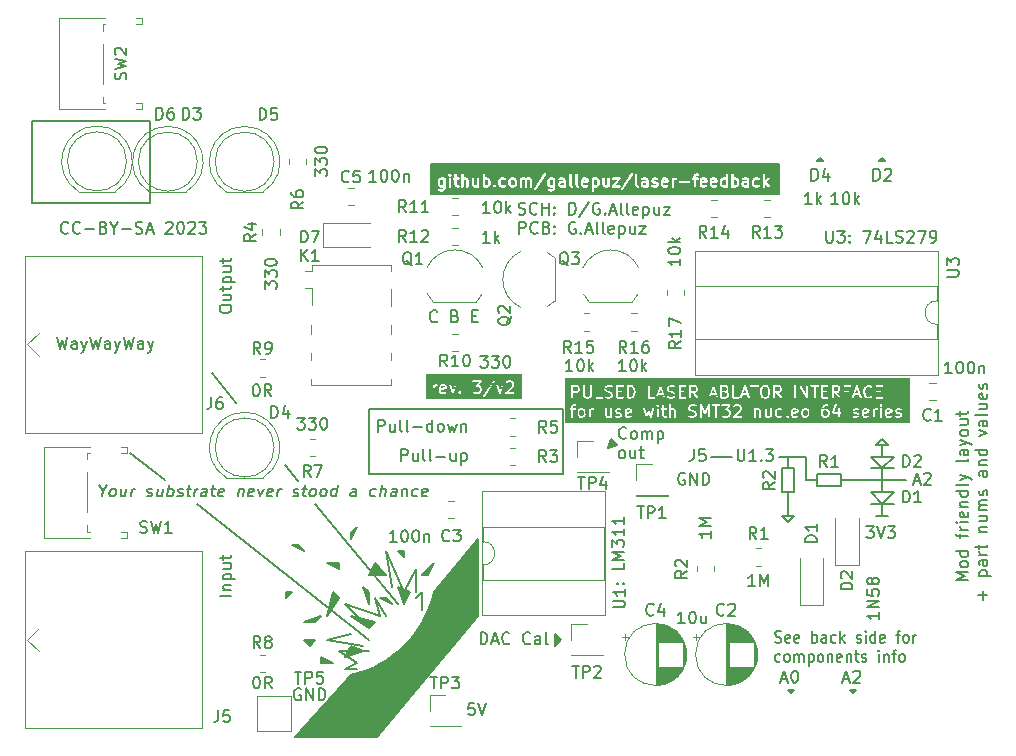
<source format=gbr>
%TF.GenerationSoftware,KiCad,Pcbnew,7.0.2*%
%TF.CreationDate,2023-10-12T23:28:15+02:00*%
%TF.ProjectId,pulse_generator_v2,70756c73-655f-4676-956e-657261746f72,rev?*%
%TF.SameCoordinates,Original*%
%TF.FileFunction,Legend,Top*%
%TF.FilePolarity,Positive*%
%FSLAX46Y46*%
G04 Gerber Fmt 4.6, Leading zero omitted, Abs format (unit mm)*
G04 Created by KiCad (PCBNEW 7.0.2) date 2023-10-12 23:28:15*
%MOMM*%
%LPD*%
G01*
G04 APERTURE LIST*
%ADD10C,0.150000*%
%ADD11C,0.200000*%
%ADD12C,0.120000*%
G04 APERTURE END LIST*
D10*
X109238095Y-95675238D02*
X109142857Y-95627619D01*
X109142857Y-95627619D02*
X109000000Y-95627619D01*
X109000000Y-95627619D02*
X108857143Y-95675238D01*
X108857143Y-95675238D02*
X108761905Y-95770476D01*
X108761905Y-95770476D02*
X108714286Y-95865714D01*
X108714286Y-95865714D02*
X108666667Y-96056190D01*
X108666667Y-96056190D02*
X108666667Y-96199047D01*
X108666667Y-96199047D02*
X108714286Y-96389523D01*
X108714286Y-96389523D02*
X108761905Y-96484761D01*
X108761905Y-96484761D02*
X108857143Y-96580000D01*
X108857143Y-96580000D02*
X109000000Y-96627619D01*
X109000000Y-96627619D02*
X109095238Y-96627619D01*
X109095238Y-96627619D02*
X109238095Y-96580000D01*
X109238095Y-96580000D02*
X109285714Y-96532380D01*
X109285714Y-96532380D02*
X109285714Y-96199047D01*
X109285714Y-96199047D02*
X109095238Y-96199047D01*
X109714286Y-96627619D02*
X109714286Y-95627619D01*
X109714286Y-95627619D02*
X110285714Y-96627619D01*
X110285714Y-96627619D02*
X110285714Y-95627619D01*
X110761905Y-96627619D02*
X110761905Y-95627619D01*
X110761905Y-95627619D02*
X111000000Y-95627619D01*
X111000000Y-95627619D02*
X111142857Y-95675238D01*
X111142857Y-95675238D02*
X111238095Y-95770476D01*
X111238095Y-95770476D02*
X111285714Y-95865714D01*
X111285714Y-95865714D02*
X111333333Y-96056190D01*
X111333333Y-96056190D02*
X111333333Y-96199047D01*
X111333333Y-96199047D02*
X111285714Y-96389523D01*
X111285714Y-96389523D02*
X111238095Y-96484761D01*
X111238095Y-96484761D02*
X111142857Y-96580000D01*
X111142857Y-96580000D02*
X111000000Y-96627619D01*
X111000000Y-96627619D02*
X110761905Y-96627619D01*
X141761904Y-90127619D02*
X141190476Y-90127619D01*
X141476190Y-90127619D02*
X141476190Y-89127619D01*
X141476190Y-89127619D02*
X141380952Y-89270476D01*
X141380952Y-89270476D02*
X141285714Y-89365714D01*
X141285714Y-89365714D02*
X141190476Y-89413333D01*
X142380952Y-89127619D02*
X142476190Y-89127619D01*
X142476190Y-89127619D02*
X142571428Y-89175238D01*
X142571428Y-89175238D02*
X142619047Y-89222857D01*
X142619047Y-89222857D02*
X142666666Y-89318095D01*
X142666666Y-89318095D02*
X142714285Y-89508571D01*
X142714285Y-89508571D02*
X142714285Y-89746666D01*
X142714285Y-89746666D02*
X142666666Y-89937142D01*
X142666666Y-89937142D02*
X142619047Y-90032380D01*
X142619047Y-90032380D02*
X142571428Y-90080000D01*
X142571428Y-90080000D02*
X142476190Y-90127619D01*
X142476190Y-90127619D02*
X142380952Y-90127619D01*
X142380952Y-90127619D02*
X142285714Y-90080000D01*
X142285714Y-90080000D02*
X142238095Y-90032380D01*
X142238095Y-90032380D02*
X142190476Y-89937142D01*
X142190476Y-89937142D02*
X142142857Y-89746666D01*
X142142857Y-89746666D02*
X142142857Y-89508571D01*
X142142857Y-89508571D02*
X142190476Y-89318095D01*
X142190476Y-89318095D02*
X142238095Y-89222857D01*
X142238095Y-89222857D02*
X142285714Y-89175238D01*
X142285714Y-89175238D02*
X142380952Y-89127619D01*
X143571428Y-89460952D02*
X143571428Y-90127619D01*
X143142857Y-89460952D02*
X143142857Y-89984761D01*
X143142857Y-89984761D02*
X143190476Y-90080000D01*
X143190476Y-90080000D02*
X143285714Y-90127619D01*
X143285714Y-90127619D02*
X143428571Y-90127619D01*
X143428571Y-90127619D02*
X143523809Y-90080000D01*
X143523809Y-90080000D02*
X143571428Y-90032380D01*
X115500000Y-88000000D02*
X116000000Y-89500000D01*
X159500000Y-77000000D02*
X157500000Y-77000000D01*
X159000000Y-75000000D02*
X158000000Y-75000000D01*
X97800000Y-78000000D02*
X94800000Y-75675000D01*
X152000000Y-78000000D02*
X152000000Y-76000000D01*
X158500000Y-76000000D02*
X158500000Y-75000000D01*
X149750000Y-76000000D02*
X152000000Y-76000000D01*
X159500000Y-79000000D02*
X157500000Y-79000000D01*
X115000000Y-87500000D02*
X115000000Y-88500000D01*
X114500000Y-87000000D01*
X115000000Y-87500000D01*
G36*
X115000000Y-87500000D02*
G01*
X115000000Y-88500000D01*
X114500000Y-87000000D01*
X115000000Y-87500000D01*
G37*
X158750000Y-51000000D02*
X158250000Y-51000000D01*
X158500000Y-50750000D01*
X158750000Y-51000000D01*
G36*
X158750000Y-51000000D02*
G01*
X158250000Y-51000000D01*
X158500000Y-50750000D01*
X158750000Y-51000000D01*
G37*
X131250000Y-91500000D02*
X130750000Y-92000000D01*
X130750000Y-91000000D01*
X131250000Y-91500000D01*
G36*
X131250000Y-91500000D02*
G01*
X130750000Y-92000000D01*
X130750000Y-91000000D01*
X131250000Y-91500000D01*
G37*
X158500000Y-81000000D02*
X158500000Y-80000000D01*
X156000000Y-96000000D02*
X155750000Y-95750000D01*
X156250000Y-95750000D01*
X156000000Y-96000000D01*
G36*
X156000000Y-96000000D02*
G01*
X155750000Y-95750000D01*
X156250000Y-95750000D01*
X156000000Y-96000000D01*
G37*
X110000000Y-92000000D02*
X109500000Y-91500000D01*
X110500000Y-91500000D01*
X110000000Y-92000000D01*
G36*
X110000000Y-92000000D02*
G01*
X109500000Y-91500000D01*
X110500000Y-91500000D01*
X110000000Y-92000000D01*
G37*
X150000000Y-77000000D02*
X151000000Y-77000000D01*
X151000000Y-79000000D01*
X150000000Y-79000000D01*
X150000000Y-77000000D01*
X150000000Y-81000000D02*
X151000000Y-81000000D01*
X119000000Y-85500000D02*
X119000000Y-87500000D01*
X116500000Y-89500000D02*
X115500000Y-88000000D01*
X145750000Y-76000000D02*
X144000000Y-76000000D01*
X114000000Y-93500000D02*
X113000000Y-94000000D01*
X116000000Y-89500000D02*
X113000000Y-88500000D01*
X109500000Y-84000000D02*
X108500000Y-83500000D01*
X109000000Y-83500000D01*
X109500000Y-84000000D01*
G36*
X109500000Y-84000000D02*
G01*
X108500000Y-83500000D01*
X109000000Y-83500000D01*
X109500000Y-84000000D01*
G37*
X112000000Y-93500000D02*
X111000000Y-93500000D01*
X111000000Y-93000000D01*
X112000000Y-93500000D01*
G36*
X112000000Y-93500000D02*
G01*
X111000000Y-93500000D01*
X111000000Y-93000000D01*
X112000000Y-93500000D01*
G37*
X155000000Y-78000000D02*
X160500000Y-78000000D01*
X153000000Y-77500000D02*
X155000000Y-77500000D01*
X155000000Y-78500000D01*
X153000000Y-78500000D01*
X153000000Y-77500000D01*
X136000000Y-75000000D02*
X135250000Y-75250000D01*
X135500000Y-74500000D01*
X136000000Y-75000000D01*
G36*
X136000000Y-75000000D02*
G01*
X135250000Y-75250000D01*
X135500000Y-74500000D01*
X136000000Y-75000000D01*
G37*
X117000000Y-87000000D02*
X116500000Y-84000000D01*
X103750000Y-71500000D02*
X101700000Y-68900000D01*
X110500000Y-90000000D02*
X109500000Y-90000000D01*
X111000000Y-89500000D01*
X110500000Y-90000000D01*
G36*
X110500000Y-90000000D02*
G01*
X109500000Y-90000000D01*
X111000000Y-89500000D01*
X110500000Y-90000000D01*
G37*
X159500000Y-76000000D02*
X157500000Y-76000000D01*
X158000000Y-81000000D02*
X159000000Y-81000000D01*
X157500000Y-76000000D02*
X158500000Y-77000000D01*
X150500000Y-79000000D02*
X150500000Y-81000000D01*
X109000000Y-78100000D02*
X107900000Y-76700000D01*
X114500000Y-92500000D02*
X113000000Y-93000000D01*
X113500000Y-92000000D01*
X114500000Y-92500000D01*
G36*
X114500000Y-92500000D02*
G01*
X113000000Y-93000000D01*
X113500000Y-92000000D01*
X114500000Y-92500000D01*
G37*
X119500000Y-87500000D02*
X119500000Y-89000000D01*
X120000000Y-86000000D02*
X119500000Y-86000000D01*
X120500000Y-85000000D01*
X120000000Y-86000000D01*
G36*
X120000000Y-86000000D02*
G01*
X119500000Y-86000000D01*
X120500000Y-85000000D01*
X120000000Y-86000000D01*
G37*
X113500000Y-83000000D02*
X113500000Y-82500000D01*
X114000000Y-82000000D01*
X113500000Y-83000000D01*
G36*
X113500000Y-83000000D02*
G01*
X113500000Y-82500000D01*
X114000000Y-82000000D01*
X113500000Y-83000000D01*
G37*
X158500000Y-78000000D02*
X158500000Y-79000000D01*
X153500000Y-51000000D02*
X153000000Y-51000000D01*
X153250000Y-50750000D01*
X153500000Y-51000000D01*
G36*
X153500000Y-51000000D02*
G01*
X153000000Y-51000000D01*
X153250000Y-50750000D01*
X153500000Y-51000000D01*
G37*
X159500000Y-80000000D02*
X157500000Y-80000000D01*
X158000000Y-75000000D02*
X158500000Y-74500000D01*
X117000000Y-88500000D02*
X116000000Y-88000000D01*
X116500000Y-88000000D01*
X117000000Y-88500000D01*
G36*
X117000000Y-88500000D02*
G01*
X116000000Y-88000000D01*
X116500000Y-88000000D01*
X117000000Y-88500000D01*
G37*
X151000000Y-81000000D02*
X150500000Y-81500000D01*
X150500000Y-81500000D02*
X150000000Y-81000000D01*
X150500000Y-77000000D02*
X150500000Y-76000000D01*
X113000000Y-94000000D02*
X114000000Y-94000000D01*
X112500000Y-85500000D02*
X111500000Y-85000000D01*
X112500000Y-85000000D01*
X112500000Y-85500000D01*
G36*
X112500000Y-85500000D02*
G01*
X111500000Y-85000000D01*
X112500000Y-85000000D01*
X112500000Y-85500000D01*
G37*
X157500000Y-79000000D02*
X158500000Y-80000000D01*
X111500000Y-91500000D02*
X114500000Y-92000000D01*
X158500000Y-74500000D02*
X159000000Y-75000000D01*
X117500000Y-88500000D02*
X110500000Y-80000000D01*
X118000000Y-87500000D02*
X119000000Y-85500000D01*
X120250000Y-51250000D02*
X149750000Y-51250000D01*
X149750000Y-53750000D01*
X120250000Y-53750000D01*
X120250000Y-51250000D01*
X115000000Y-92500000D02*
X112500000Y-92500000D01*
X115500000Y-90000000D02*
X115000000Y-90500000D01*
X113500000Y-89500000D01*
X115500000Y-90000000D01*
G36*
X115500000Y-90000000D02*
G01*
X115000000Y-90500000D01*
X113500000Y-89500000D01*
X115500000Y-90000000D01*
G37*
X113500000Y-91000000D02*
X111500000Y-91500000D01*
X116500000Y-84000000D02*
X118000000Y-87500000D01*
X118000000Y-84500000D02*
X117500000Y-84000000D01*
X118000000Y-84000000D01*
X118000000Y-84500000D01*
G36*
X118000000Y-84500000D02*
G01*
X117500000Y-84000000D01*
X118000000Y-84000000D01*
X118000000Y-84500000D01*
G37*
X115000000Y-72000000D02*
X131500000Y-72000000D01*
X131500000Y-77500000D01*
X115000000Y-77500000D01*
X115000000Y-72000000D01*
X86500000Y-47550000D02*
X96500000Y-47550000D01*
X96500000Y-54550000D01*
X86500000Y-54550000D01*
X86500000Y-47550000D01*
X112500000Y-88000000D02*
X111500000Y-89500000D01*
X112000000Y-87500000D01*
X112500000Y-88000000D01*
G36*
X112500000Y-88000000D02*
G01*
X111500000Y-89500000D01*
X112000000Y-87500000D01*
X112500000Y-88000000D01*
G37*
X108000000Y-88000000D02*
X108000000Y-87500000D01*
X108500000Y-87500000D01*
X108000000Y-88000000D01*
G36*
X108000000Y-88000000D02*
G01*
X108000000Y-87500000D01*
X108500000Y-87500000D01*
X108000000Y-88000000D01*
G37*
X158500000Y-80000000D02*
X159500000Y-79000000D01*
X150750000Y-96000000D02*
X150500000Y-95750000D01*
X151000000Y-95750000D01*
X150750000Y-96000000D01*
G36*
X150750000Y-96000000D02*
G01*
X150500000Y-95750000D01*
X151000000Y-95750000D01*
X150750000Y-96000000D01*
G37*
X115000000Y-91500000D02*
X100500000Y-80000000D01*
X124250000Y-89500000D02*
X115750000Y-99750000D01*
X108750000Y-99750000D01*
X113500000Y-94500000D01*
X113799514Y-94430852D01*
X114389419Y-94257804D01*
X114966485Y-94045839D01*
X115528146Y-93795898D01*
X116071907Y-93509091D01*
X116595352Y-93186694D01*
X117096153Y-92830139D01*
X117572087Y-92441011D01*
X118021038Y-92021038D01*
X118441011Y-91572087D01*
X118830139Y-91096153D01*
X119186694Y-90595352D01*
X119509091Y-90071907D01*
X119795898Y-89528146D01*
X120045839Y-88966485D01*
X120257804Y-88389419D01*
X120430852Y-87799514D01*
X120500000Y-87500000D01*
X124250000Y-83000000D01*
X124250000Y-89500000D01*
G36*
X124250000Y-89500000D02*
G01*
X115750000Y-99750000D01*
X108750000Y-99750000D01*
X113500000Y-94500000D01*
X113799514Y-94430852D01*
X114389419Y-94257804D01*
X114966485Y-94045839D01*
X115528146Y-93795898D01*
X116071907Y-93509091D01*
X116595352Y-93186694D01*
X117096153Y-92830139D01*
X117572087Y-92441011D01*
X118021038Y-92021038D01*
X118441011Y-91572087D01*
X118830139Y-91096153D01*
X119186694Y-90595352D01*
X119509091Y-90071907D01*
X119795898Y-89528146D01*
X120045839Y-88966485D01*
X120257804Y-88389419D01*
X120430852Y-87799514D01*
X120500000Y-87500000D01*
X124250000Y-83000000D01*
X124250000Y-89500000D01*
G37*
X153000000Y-78000000D02*
X152000000Y-78000000D01*
X116500000Y-86000000D02*
X115000000Y-86000000D01*
X115500000Y-85000000D01*
X116500000Y-86000000D01*
G36*
X116500000Y-86000000D02*
G01*
X115000000Y-86000000D01*
X115500000Y-85000000D01*
X116500000Y-86000000D01*
G37*
X112500000Y-92500000D02*
X114000000Y-93500000D01*
X158500000Y-77000000D02*
X158500000Y-78000000D01*
X158500000Y-77000000D02*
X159500000Y-76000000D01*
X118500000Y-87500000D02*
X118000000Y-88500000D01*
X117500000Y-87000000D01*
X118500000Y-87500000D01*
G36*
X118500000Y-87500000D02*
G01*
X118000000Y-88500000D01*
X117500000Y-87000000D01*
X118500000Y-87500000D01*
G37*
X119000000Y-88000000D02*
X119500000Y-87500000D01*
X113000000Y-88500000D02*
X114500000Y-90000000D01*
X88642857Y-65877619D02*
X88880952Y-66877619D01*
X88880952Y-66877619D02*
X89071428Y-66163333D01*
X89071428Y-66163333D02*
X89261904Y-66877619D01*
X89261904Y-66877619D02*
X89500000Y-65877619D01*
X90309523Y-66877619D02*
X90309523Y-66353809D01*
X90309523Y-66353809D02*
X90261904Y-66258571D01*
X90261904Y-66258571D02*
X90166666Y-66210952D01*
X90166666Y-66210952D02*
X89976190Y-66210952D01*
X89976190Y-66210952D02*
X89880952Y-66258571D01*
X90309523Y-66830000D02*
X90214285Y-66877619D01*
X90214285Y-66877619D02*
X89976190Y-66877619D01*
X89976190Y-66877619D02*
X89880952Y-66830000D01*
X89880952Y-66830000D02*
X89833333Y-66734761D01*
X89833333Y-66734761D02*
X89833333Y-66639523D01*
X89833333Y-66639523D02*
X89880952Y-66544285D01*
X89880952Y-66544285D02*
X89976190Y-66496666D01*
X89976190Y-66496666D02*
X90214285Y-66496666D01*
X90214285Y-66496666D02*
X90309523Y-66449047D01*
X90690476Y-66210952D02*
X90928571Y-66877619D01*
X91166666Y-66210952D02*
X90928571Y-66877619D01*
X90928571Y-66877619D02*
X90833333Y-67115714D01*
X90833333Y-67115714D02*
X90785714Y-67163333D01*
X90785714Y-67163333D02*
X90690476Y-67210952D01*
X91452381Y-65877619D02*
X91690476Y-66877619D01*
X91690476Y-66877619D02*
X91880952Y-66163333D01*
X91880952Y-66163333D02*
X92071428Y-66877619D01*
X92071428Y-66877619D02*
X92309524Y-65877619D01*
X93119047Y-66877619D02*
X93119047Y-66353809D01*
X93119047Y-66353809D02*
X93071428Y-66258571D01*
X93071428Y-66258571D02*
X92976190Y-66210952D01*
X92976190Y-66210952D02*
X92785714Y-66210952D01*
X92785714Y-66210952D02*
X92690476Y-66258571D01*
X93119047Y-66830000D02*
X93023809Y-66877619D01*
X93023809Y-66877619D02*
X92785714Y-66877619D01*
X92785714Y-66877619D02*
X92690476Y-66830000D01*
X92690476Y-66830000D02*
X92642857Y-66734761D01*
X92642857Y-66734761D02*
X92642857Y-66639523D01*
X92642857Y-66639523D02*
X92690476Y-66544285D01*
X92690476Y-66544285D02*
X92785714Y-66496666D01*
X92785714Y-66496666D02*
X93023809Y-66496666D01*
X93023809Y-66496666D02*
X93119047Y-66449047D01*
X93500000Y-66210952D02*
X93738095Y-66877619D01*
X93976190Y-66210952D02*
X93738095Y-66877619D01*
X93738095Y-66877619D02*
X93642857Y-67115714D01*
X93642857Y-67115714D02*
X93595238Y-67163333D01*
X93595238Y-67163333D02*
X93500000Y-67210952D01*
X94261905Y-65877619D02*
X94500000Y-66877619D01*
X94500000Y-66877619D02*
X94690476Y-66163333D01*
X94690476Y-66163333D02*
X94880952Y-66877619D01*
X94880952Y-66877619D02*
X95119048Y-65877619D01*
X95928571Y-66877619D02*
X95928571Y-66353809D01*
X95928571Y-66353809D02*
X95880952Y-66258571D01*
X95880952Y-66258571D02*
X95785714Y-66210952D01*
X95785714Y-66210952D02*
X95595238Y-66210952D01*
X95595238Y-66210952D02*
X95500000Y-66258571D01*
X95928571Y-66830000D02*
X95833333Y-66877619D01*
X95833333Y-66877619D02*
X95595238Y-66877619D01*
X95595238Y-66877619D02*
X95500000Y-66830000D01*
X95500000Y-66830000D02*
X95452381Y-66734761D01*
X95452381Y-66734761D02*
X95452381Y-66639523D01*
X95452381Y-66639523D02*
X95500000Y-66544285D01*
X95500000Y-66544285D02*
X95595238Y-66496666D01*
X95595238Y-66496666D02*
X95833333Y-66496666D01*
X95833333Y-66496666D02*
X95928571Y-66449047D01*
X96309524Y-66210952D02*
X96547619Y-66877619D01*
X96785714Y-66210952D02*
X96547619Y-66877619D01*
X96547619Y-66877619D02*
X96452381Y-67115714D01*
X96452381Y-67115714D02*
X96404762Y-67163333D01*
X96404762Y-67163333D02*
X96309524Y-67210952D01*
X89559523Y-57032380D02*
X89511904Y-57080000D01*
X89511904Y-57080000D02*
X89369047Y-57127619D01*
X89369047Y-57127619D02*
X89273809Y-57127619D01*
X89273809Y-57127619D02*
X89130952Y-57080000D01*
X89130952Y-57080000D02*
X89035714Y-56984761D01*
X89035714Y-56984761D02*
X88988095Y-56889523D01*
X88988095Y-56889523D02*
X88940476Y-56699047D01*
X88940476Y-56699047D02*
X88940476Y-56556190D01*
X88940476Y-56556190D02*
X88988095Y-56365714D01*
X88988095Y-56365714D02*
X89035714Y-56270476D01*
X89035714Y-56270476D02*
X89130952Y-56175238D01*
X89130952Y-56175238D02*
X89273809Y-56127619D01*
X89273809Y-56127619D02*
X89369047Y-56127619D01*
X89369047Y-56127619D02*
X89511904Y-56175238D01*
X89511904Y-56175238D02*
X89559523Y-56222857D01*
X90559523Y-57032380D02*
X90511904Y-57080000D01*
X90511904Y-57080000D02*
X90369047Y-57127619D01*
X90369047Y-57127619D02*
X90273809Y-57127619D01*
X90273809Y-57127619D02*
X90130952Y-57080000D01*
X90130952Y-57080000D02*
X90035714Y-56984761D01*
X90035714Y-56984761D02*
X89988095Y-56889523D01*
X89988095Y-56889523D02*
X89940476Y-56699047D01*
X89940476Y-56699047D02*
X89940476Y-56556190D01*
X89940476Y-56556190D02*
X89988095Y-56365714D01*
X89988095Y-56365714D02*
X90035714Y-56270476D01*
X90035714Y-56270476D02*
X90130952Y-56175238D01*
X90130952Y-56175238D02*
X90273809Y-56127619D01*
X90273809Y-56127619D02*
X90369047Y-56127619D01*
X90369047Y-56127619D02*
X90511904Y-56175238D01*
X90511904Y-56175238D02*
X90559523Y-56222857D01*
X90988095Y-56746666D02*
X91750000Y-56746666D01*
X92559523Y-56603809D02*
X92702380Y-56651428D01*
X92702380Y-56651428D02*
X92749999Y-56699047D01*
X92749999Y-56699047D02*
X92797618Y-56794285D01*
X92797618Y-56794285D02*
X92797618Y-56937142D01*
X92797618Y-56937142D02*
X92749999Y-57032380D01*
X92749999Y-57032380D02*
X92702380Y-57080000D01*
X92702380Y-57080000D02*
X92607142Y-57127619D01*
X92607142Y-57127619D02*
X92226190Y-57127619D01*
X92226190Y-57127619D02*
X92226190Y-56127619D01*
X92226190Y-56127619D02*
X92559523Y-56127619D01*
X92559523Y-56127619D02*
X92654761Y-56175238D01*
X92654761Y-56175238D02*
X92702380Y-56222857D01*
X92702380Y-56222857D02*
X92749999Y-56318095D01*
X92749999Y-56318095D02*
X92749999Y-56413333D01*
X92749999Y-56413333D02*
X92702380Y-56508571D01*
X92702380Y-56508571D02*
X92654761Y-56556190D01*
X92654761Y-56556190D02*
X92559523Y-56603809D01*
X92559523Y-56603809D02*
X92226190Y-56603809D01*
X93416666Y-56651428D02*
X93416666Y-57127619D01*
X93083333Y-56127619D02*
X93416666Y-56651428D01*
X93416666Y-56651428D02*
X93749999Y-56127619D01*
X94083333Y-56746666D02*
X94845238Y-56746666D01*
X95273809Y-57080000D02*
X95416666Y-57127619D01*
X95416666Y-57127619D02*
X95654761Y-57127619D01*
X95654761Y-57127619D02*
X95749999Y-57080000D01*
X95749999Y-57080000D02*
X95797618Y-57032380D01*
X95797618Y-57032380D02*
X95845237Y-56937142D01*
X95845237Y-56937142D02*
X95845237Y-56841904D01*
X95845237Y-56841904D02*
X95797618Y-56746666D01*
X95797618Y-56746666D02*
X95749999Y-56699047D01*
X95749999Y-56699047D02*
X95654761Y-56651428D01*
X95654761Y-56651428D02*
X95464285Y-56603809D01*
X95464285Y-56603809D02*
X95369047Y-56556190D01*
X95369047Y-56556190D02*
X95321428Y-56508571D01*
X95321428Y-56508571D02*
X95273809Y-56413333D01*
X95273809Y-56413333D02*
X95273809Y-56318095D01*
X95273809Y-56318095D02*
X95321428Y-56222857D01*
X95321428Y-56222857D02*
X95369047Y-56175238D01*
X95369047Y-56175238D02*
X95464285Y-56127619D01*
X95464285Y-56127619D02*
X95702380Y-56127619D01*
X95702380Y-56127619D02*
X95845237Y-56175238D01*
X96226190Y-56841904D02*
X96702380Y-56841904D01*
X96130952Y-57127619D02*
X96464285Y-56127619D01*
X96464285Y-56127619D02*
X96797618Y-57127619D01*
X97845238Y-56222857D02*
X97892857Y-56175238D01*
X97892857Y-56175238D02*
X97988095Y-56127619D01*
X97988095Y-56127619D02*
X98226190Y-56127619D01*
X98226190Y-56127619D02*
X98321428Y-56175238D01*
X98321428Y-56175238D02*
X98369047Y-56222857D01*
X98369047Y-56222857D02*
X98416666Y-56318095D01*
X98416666Y-56318095D02*
X98416666Y-56413333D01*
X98416666Y-56413333D02*
X98369047Y-56556190D01*
X98369047Y-56556190D02*
X97797619Y-57127619D01*
X97797619Y-57127619D02*
X98416666Y-57127619D01*
X99035714Y-56127619D02*
X99130952Y-56127619D01*
X99130952Y-56127619D02*
X99226190Y-56175238D01*
X99226190Y-56175238D02*
X99273809Y-56222857D01*
X99273809Y-56222857D02*
X99321428Y-56318095D01*
X99321428Y-56318095D02*
X99369047Y-56508571D01*
X99369047Y-56508571D02*
X99369047Y-56746666D01*
X99369047Y-56746666D02*
X99321428Y-56937142D01*
X99321428Y-56937142D02*
X99273809Y-57032380D01*
X99273809Y-57032380D02*
X99226190Y-57080000D01*
X99226190Y-57080000D02*
X99130952Y-57127619D01*
X99130952Y-57127619D02*
X99035714Y-57127619D01*
X99035714Y-57127619D02*
X98940476Y-57080000D01*
X98940476Y-57080000D02*
X98892857Y-57032380D01*
X98892857Y-57032380D02*
X98845238Y-56937142D01*
X98845238Y-56937142D02*
X98797619Y-56746666D01*
X98797619Y-56746666D02*
X98797619Y-56508571D01*
X98797619Y-56508571D02*
X98845238Y-56318095D01*
X98845238Y-56318095D02*
X98892857Y-56222857D01*
X98892857Y-56222857D02*
X98940476Y-56175238D01*
X98940476Y-56175238D02*
X99035714Y-56127619D01*
X99750000Y-56222857D02*
X99797619Y-56175238D01*
X99797619Y-56175238D02*
X99892857Y-56127619D01*
X99892857Y-56127619D02*
X100130952Y-56127619D01*
X100130952Y-56127619D02*
X100226190Y-56175238D01*
X100226190Y-56175238D02*
X100273809Y-56222857D01*
X100273809Y-56222857D02*
X100321428Y-56318095D01*
X100321428Y-56318095D02*
X100321428Y-56413333D01*
X100321428Y-56413333D02*
X100273809Y-56556190D01*
X100273809Y-56556190D02*
X99702381Y-57127619D01*
X99702381Y-57127619D02*
X100321428Y-57127619D01*
X100654762Y-56127619D02*
X101273809Y-56127619D01*
X101273809Y-56127619D02*
X100940476Y-56508571D01*
X100940476Y-56508571D02*
X101083333Y-56508571D01*
X101083333Y-56508571D02*
X101178571Y-56556190D01*
X101178571Y-56556190D02*
X101226190Y-56603809D01*
X101226190Y-56603809D02*
X101273809Y-56699047D01*
X101273809Y-56699047D02*
X101273809Y-56937142D01*
X101273809Y-56937142D02*
X101226190Y-57032380D01*
X101226190Y-57032380D02*
X101178571Y-57080000D01*
X101178571Y-57080000D02*
X101083333Y-57127619D01*
X101083333Y-57127619D02*
X100797619Y-57127619D01*
X100797619Y-57127619D02*
X100702381Y-57080000D01*
X100702381Y-57080000D02*
X100654762Y-57032380D01*
X102377619Y-63571428D02*
X102377619Y-63380952D01*
X102377619Y-63380952D02*
X102425238Y-63285714D01*
X102425238Y-63285714D02*
X102520476Y-63190476D01*
X102520476Y-63190476D02*
X102710952Y-63142857D01*
X102710952Y-63142857D02*
X103044285Y-63142857D01*
X103044285Y-63142857D02*
X103234761Y-63190476D01*
X103234761Y-63190476D02*
X103330000Y-63285714D01*
X103330000Y-63285714D02*
X103377619Y-63380952D01*
X103377619Y-63380952D02*
X103377619Y-63571428D01*
X103377619Y-63571428D02*
X103330000Y-63666666D01*
X103330000Y-63666666D02*
X103234761Y-63761904D01*
X103234761Y-63761904D02*
X103044285Y-63809523D01*
X103044285Y-63809523D02*
X102710952Y-63809523D01*
X102710952Y-63809523D02*
X102520476Y-63761904D01*
X102520476Y-63761904D02*
X102425238Y-63666666D01*
X102425238Y-63666666D02*
X102377619Y-63571428D01*
X102710952Y-62285714D02*
X103377619Y-62285714D01*
X102710952Y-62714285D02*
X103234761Y-62714285D01*
X103234761Y-62714285D02*
X103330000Y-62666666D01*
X103330000Y-62666666D02*
X103377619Y-62571428D01*
X103377619Y-62571428D02*
X103377619Y-62428571D01*
X103377619Y-62428571D02*
X103330000Y-62333333D01*
X103330000Y-62333333D02*
X103282380Y-62285714D01*
X102710952Y-61952380D02*
X102710952Y-61571428D01*
X102377619Y-61809523D02*
X103234761Y-61809523D01*
X103234761Y-61809523D02*
X103330000Y-61761904D01*
X103330000Y-61761904D02*
X103377619Y-61666666D01*
X103377619Y-61666666D02*
X103377619Y-61571428D01*
X102710952Y-61238094D02*
X103710952Y-61238094D01*
X102758571Y-61238094D02*
X102710952Y-61142856D01*
X102710952Y-61142856D02*
X102710952Y-60952380D01*
X102710952Y-60952380D02*
X102758571Y-60857142D01*
X102758571Y-60857142D02*
X102806190Y-60809523D01*
X102806190Y-60809523D02*
X102901428Y-60761904D01*
X102901428Y-60761904D02*
X103187142Y-60761904D01*
X103187142Y-60761904D02*
X103282380Y-60809523D01*
X103282380Y-60809523D02*
X103330000Y-60857142D01*
X103330000Y-60857142D02*
X103377619Y-60952380D01*
X103377619Y-60952380D02*
X103377619Y-61142856D01*
X103377619Y-61142856D02*
X103330000Y-61238094D01*
X102710952Y-59904761D02*
X103377619Y-59904761D01*
X102710952Y-60333332D02*
X103234761Y-60333332D01*
X103234761Y-60333332D02*
X103330000Y-60285713D01*
X103330000Y-60285713D02*
X103377619Y-60190475D01*
X103377619Y-60190475D02*
X103377619Y-60047618D01*
X103377619Y-60047618D02*
X103330000Y-59952380D01*
X103330000Y-59952380D02*
X103282380Y-59904761D01*
X102710952Y-59571427D02*
X102710952Y-59190475D01*
X102377619Y-59428570D02*
X103234761Y-59428570D01*
X103234761Y-59428570D02*
X103330000Y-59380951D01*
X103330000Y-59380951D02*
X103377619Y-59285713D01*
X103377619Y-59285713D02*
X103377619Y-59190475D01*
X141377619Y-59238095D02*
X141377619Y-59809523D01*
X141377619Y-59523809D02*
X140377619Y-59523809D01*
X140377619Y-59523809D02*
X140520476Y-59619047D01*
X140520476Y-59619047D02*
X140615714Y-59714285D01*
X140615714Y-59714285D02*
X140663333Y-59809523D01*
X140377619Y-58619047D02*
X140377619Y-58523809D01*
X140377619Y-58523809D02*
X140425238Y-58428571D01*
X140425238Y-58428571D02*
X140472857Y-58380952D01*
X140472857Y-58380952D02*
X140568095Y-58333333D01*
X140568095Y-58333333D02*
X140758571Y-58285714D01*
X140758571Y-58285714D02*
X140996666Y-58285714D01*
X140996666Y-58285714D02*
X141187142Y-58333333D01*
X141187142Y-58333333D02*
X141282380Y-58380952D01*
X141282380Y-58380952D02*
X141330000Y-58428571D01*
X141330000Y-58428571D02*
X141377619Y-58523809D01*
X141377619Y-58523809D02*
X141377619Y-58619047D01*
X141377619Y-58619047D02*
X141330000Y-58714285D01*
X141330000Y-58714285D02*
X141282380Y-58761904D01*
X141282380Y-58761904D02*
X141187142Y-58809523D01*
X141187142Y-58809523D02*
X140996666Y-58857142D01*
X140996666Y-58857142D02*
X140758571Y-58857142D01*
X140758571Y-58857142D02*
X140568095Y-58809523D01*
X140568095Y-58809523D02*
X140472857Y-58761904D01*
X140472857Y-58761904D02*
X140425238Y-58714285D01*
X140425238Y-58714285D02*
X140377619Y-58619047D01*
X141377619Y-57857142D02*
X140377619Y-57857142D01*
X140996666Y-57761904D02*
X141377619Y-57476190D01*
X140710952Y-57476190D02*
X141091904Y-57857142D01*
X149421428Y-91710000D02*
X149550000Y-91757619D01*
X149550000Y-91757619D02*
X149764285Y-91757619D01*
X149764285Y-91757619D02*
X149850000Y-91710000D01*
X149850000Y-91710000D02*
X149892857Y-91662380D01*
X149892857Y-91662380D02*
X149935714Y-91567142D01*
X149935714Y-91567142D02*
X149935714Y-91471904D01*
X149935714Y-91471904D02*
X149892857Y-91376666D01*
X149892857Y-91376666D02*
X149850000Y-91329047D01*
X149850000Y-91329047D02*
X149764285Y-91281428D01*
X149764285Y-91281428D02*
X149592857Y-91233809D01*
X149592857Y-91233809D02*
X149507142Y-91186190D01*
X149507142Y-91186190D02*
X149464285Y-91138571D01*
X149464285Y-91138571D02*
X149421428Y-91043333D01*
X149421428Y-91043333D02*
X149421428Y-90948095D01*
X149421428Y-90948095D02*
X149464285Y-90852857D01*
X149464285Y-90852857D02*
X149507142Y-90805238D01*
X149507142Y-90805238D02*
X149592857Y-90757619D01*
X149592857Y-90757619D02*
X149807142Y-90757619D01*
X149807142Y-90757619D02*
X149935714Y-90805238D01*
X150664285Y-91710000D02*
X150578571Y-91757619D01*
X150578571Y-91757619D02*
X150407143Y-91757619D01*
X150407143Y-91757619D02*
X150321428Y-91710000D01*
X150321428Y-91710000D02*
X150278571Y-91614761D01*
X150278571Y-91614761D02*
X150278571Y-91233809D01*
X150278571Y-91233809D02*
X150321428Y-91138571D01*
X150321428Y-91138571D02*
X150407143Y-91090952D01*
X150407143Y-91090952D02*
X150578571Y-91090952D01*
X150578571Y-91090952D02*
X150664285Y-91138571D01*
X150664285Y-91138571D02*
X150707143Y-91233809D01*
X150707143Y-91233809D02*
X150707143Y-91329047D01*
X150707143Y-91329047D02*
X150278571Y-91424285D01*
X151435714Y-91710000D02*
X151350000Y-91757619D01*
X151350000Y-91757619D02*
X151178572Y-91757619D01*
X151178572Y-91757619D02*
X151092857Y-91710000D01*
X151092857Y-91710000D02*
X151050000Y-91614761D01*
X151050000Y-91614761D02*
X151050000Y-91233809D01*
X151050000Y-91233809D02*
X151092857Y-91138571D01*
X151092857Y-91138571D02*
X151178572Y-91090952D01*
X151178572Y-91090952D02*
X151350000Y-91090952D01*
X151350000Y-91090952D02*
X151435714Y-91138571D01*
X151435714Y-91138571D02*
X151478572Y-91233809D01*
X151478572Y-91233809D02*
X151478572Y-91329047D01*
X151478572Y-91329047D02*
X151050000Y-91424285D01*
X152550000Y-91757619D02*
X152550000Y-90757619D01*
X152550000Y-91138571D02*
X152635715Y-91090952D01*
X152635715Y-91090952D02*
X152807143Y-91090952D01*
X152807143Y-91090952D02*
X152892857Y-91138571D01*
X152892857Y-91138571D02*
X152935715Y-91186190D01*
X152935715Y-91186190D02*
X152978572Y-91281428D01*
X152978572Y-91281428D02*
X152978572Y-91567142D01*
X152978572Y-91567142D02*
X152935715Y-91662380D01*
X152935715Y-91662380D02*
X152892857Y-91710000D01*
X152892857Y-91710000D02*
X152807143Y-91757619D01*
X152807143Y-91757619D02*
X152635715Y-91757619D01*
X152635715Y-91757619D02*
X152550000Y-91710000D01*
X153750001Y-91757619D02*
X153750001Y-91233809D01*
X153750001Y-91233809D02*
X153707143Y-91138571D01*
X153707143Y-91138571D02*
X153621429Y-91090952D01*
X153621429Y-91090952D02*
X153450001Y-91090952D01*
X153450001Y-91090952D02*
X153364286Y-91138571D01*
X153750001Y-91710000D02*
X153664286Y-91757619D01*
X153664286Y-91757619D02*
X153450001Y-91757619D01*
X153450001Y-91757619D02*
X153364286Y-91710000D01*
X153364286Y-91710000D02*
X153321429Y-91614761D01*
X153321429Y-91614761D02*
X153321429Y-91519523D01*
X153321429Y-91519523D02*
X153364286Y-91424285D01*
X153364286Y-91424285D02*
X153450001Y-91376666D01*
X153450001Y-91376666D02*
X153664286Y-91376666D01*
X153664286Y-91376666D02*
X153750001Y-91329047D01*
X154564287Y-91710000D02*
X154478572Y-91757619D01*
X154478572Y-91757619D02*
X154307144Y-91757619D01*
X154307144Y-91757619D02*
X154221429Y-91710000D01*
X154221429Y-91710000D02*
X154178572Y-91662380D01*
X154178572Y-91662380D02*
X154135715Y-91567142D01*
X154135715Y-91567142D02*
X154135715Y-91281428D01*
X154135715Y-91281428D02*
X154178572Y-91186190D01*
X154178572Y-91186190D02*
X154221429Y-91138571D01*
X154221429Y-91138571D02*
X154307144Y-91090952D01*
X154307144Y-91090952D02*
X154478572Y-91090952D01*
X154478572Y-91090952D02*
X154564287Y-91138571D01*
X154950001Y-91757619D02*
X154950001Y-90757619D01*
X155035716Y-91376666D02*
X155292858Y-91757619D01*
X155292858Y-91090952D02*
X154950001Y-91471904D01*
X156321429Y-91710000D02*
X156407143Y-91757619D01*
X156407143Y-91757619D02*
X156578572Y-91757619D01*
X156578572Y-91757619D02*
X156664286Y-91710000D01*
X156664286Y-91710000D02*
X156707143Y-91614761D01*
X156707143Y-91614761D02*
X156707143Y-91567142D01*
X156707143Y-91567142D02*
X156664286Y-91471904D01*
X156664286Y-91471904D02*
X156578572Y-91424285D01*
X156578572Y-91424285D02*
X156450001Y-91424285D01*
X156450001Y-91424285D02*
X156364286Y-91376666D01*
X156364286Y-91376666D02*
X156321429Y-91281428D01*
X156321429Y-91281428D02*
X156321429Y-91233809D01*
X156321429Y-91233809D02*
X156364286Y-91138571D01*
X156364286Y-91138571D02*
X156450001Y-91090952D01*
X156450001Y-91090952D02*
X156578572Y-91090952D01*
X156578572Y-91090952D02*
X156664286Y-91138571D01*
X157092857Y-91757619D02*
X157092857Y-91090952D01*
X157092857Y-90757619D02*
X157050000Y-90805238D01*
X157050000Y-90805238D02*
X157092857Y-90852857D01*
X157092857Y-90852857D02*
X157135714Y-90805238D01*
X157135714Y-90805238D02*
X157092857Y-90757619D01*
X157092857Y-90757619D02*
X157092857Y-90852857D01*
X157907143Y-91757619D02*
X157907143Y-90757619D01*
X157907143Y-91710000D02*
X157821428Y-91757619D01*
X157821428Y-91757619D02*
X157650000Y-91757619D01*
X157650000Y-91757619D02*
X157564285Y-91710000D01*
X157564285Y-91710000D02*
X157521428Y-91662380D01*
X157521428Y-91662380D02*
X157478571Y-91567142D01*
X157478571Y-91567142D02*
X157478571Y-91281428D01*
X157478571Y-91281428D02*
X157521428Y-91186190D01*
X157521428Y-91186190D02*
X157564285Y-91138571D01*
X157564285Y-91138571D02*
X157650000Y-91090952D01*
X157650000Y-91090952D02*
X157821428Y-91090952D01*
X157821428Y-91090952D02*
X157907143Y-91138571D01*
X158678571Y-91710000D02*
X158592857Y-91757619D01*
X158592857Y-91757619D02*
X158421429Y-91757619D01*
X158421429Y-91757619D02*
X158335714Y-91710000D01*
X158335714Y-91710000D02*
X158292857Y-91614761D01*
X158292857Y-91614761D02*
X158292857Y-91233809D01*
X158292857Y-91233809D02*
X158335714Y-91138571D01*
X158335714Y-91138571D02*
X158421429Y-91090952D01*
X158421429Y-91090952D02*
X158592857Y-91090952D01*
X158592857Y-91090952D02*
X158678571Y-91138571D01*
X158678571Y-91138571D02*
X158721429Y-91233809D01*
X158721429Y-91233809D02*
X158721429Y-91329047D01*
X158721429Y-91329047D02*
X158292857Y-91424285D01*
X159664286Y-91090952D02*
X160007143Y-91090952D01*
X159792857Y-91757619D02*
X159792857Y-90900476D01*
X159792857Y-90900476D02*
X159835714Y-90805238D01*
X159835714Y-90805238D02*
X159921429Y-90757619D01*
X159921429Y-90757619D02*
X160007143Y-90757619D01*
X160435715Y-91757619D02*
X160350000Y-91710000D01*
X160350000Y-91710000D02*
X160307143Y-91662380D01*
X160307143Y-91662380D02*
X160264286Y-91567142D01*
X160264286Y-91567142D02*
X160264286Y-91281428D01*
X160264286Y-91281428D02*
X160307143Y-91186190D01*
X160307143Y-91186190D02*
X160350000Y-91138571D01*
X160350000Y-91138571D02*
X160435715Y-91090952D01*
X160435715Y-91090952D02*
X160564286Y-91090952D01*
X160564286Y-91090952D02*
X160650000Y-91138571D01*
X160650000Y-91138571D02*
X160692858Y-91186190D01*
X160692858Y-91186190D02*
X160735715Y-91281428D01*
X160735715Y-91281428D02*
X160735715Y-91567142D01*
X160735715Y-91567142D02*
X160692858Y-91662380D01*
X160692858Y-91662380D02*
X160650000Y-91710000D01*
X160650000Y-91710000D02*
X160564286Y-91757619D01*
X160564286Y-91757619D02*
X160435715Y-91757619D01*
X161121429Y-91757619D02*
X161121429Y-91090952D01*
X161121429Y-91281428D02*
X161164286Y-91186190D01*
X161164286Y-91186190D02*
X161207144Y-91138571D01*
X161207144Y-91138571D02*
X161292858Y-91090952D01*
X161292858Y-91090952D02*
X161378572Y-91090952D01*
X149850000Y-93330000D02*
X149764285Y-93377619D01*
X149764285Y-93377619D02*
X149592857Y-93377619D01*
X149592857Y-93377619D02*
X149507142Y-93330000D01*
X149507142Y-93330000D02*
X149464285Y-93282380D01*
X149464285Y-93282380D02*
X149421428Y-93187142D01*
X149421428Y-93187142D02*
X149421428Y-92901428D01*
X149421428Y-92901428D02*
X149464285Y-92806190D01*
X149464285Y-92806190D02*
X149507142Y-92758571D01*
X149507142Y-92758571D02*
X149592857Y-92710952D01*
X149592857Y-92710952D02*
X149764285Y-92710952D01*
X149764285Y-92710952D02*
X149850000Y-92758571D01*
X150364286Y-93377619D02*
X150278571Y-93330000D01*
X150278571Y-93330000D02*
X150235714Y-93282380D01*
X150235714Y-93282380D02*
X150192857Y-93187142D01*
X150192857Y-93187142D02*
X150192857Y-92901428D01*
X150192857Y-92901428D02*
X150235714Y-92806190D01*
X150235714Y-92806190D02*
X150278571Y-92758571D01*
X150278571Y-92758571D02*
X150364286Y-92710952D01*
X150364286Y-92710952D02*
X150492857Y-92710952D01*
X150492857Y-92710952D02*
X150578571Y-92758571D01*
X150578571Y-92758571D02*
X150621429Y-92806190D01*
X150621429Y-92806190D02*
X150664286Y-92901428D01*
X150664286Y-92901428D02*
X150664286Y-93187142D01*
X150664286Y-93187142D02*
X150621429Y-93282380D01*
X150621429Y-93282380D02*
X150578571Y-93330000D01*
X150578571Y-93330000D02*
X150492857Y-93377619D01*
X150492857Y-93377619D02*
X150364286Y-93377619D01*
X151050000Y-93377619D02*
X151050000Y-92710952D01*
X151050000Y-92806190D02*
X151092857Y-92758571D01*
X151092857Y-92758571D02*
X151178572Y-92710952D01*
X151178572Y-92710952D02*
X151307143Y-92710952D01*
X151307143Y-92710952D02*
X151392857Y-92758571D01*
X151392857Y-92758571D02*
X151435715Y-92853809D01*
X151435715Y-92853809D02*
X151435715Y-93377619D01*
X151435715Y-92853809D02*
X151478572Y-92758571D01*
X151478572Y-92758571D02*
X151564286Y-92710952D01*
X151564286Y-92710952D02*
X151692857Y-92710952D01*
X151692857Y-92710952D02*
X151778572Y-92758571D01*
X151778572Y-92758571D02*
X151821429Y-92853809D01*
X151821429Y-92853809D02*
X151821429Y-93377619D01*
X152250000Y-92710952D02*
X152250000Y-93710952D01*
X152250000Y-92758571D02*
X152335715Y-92710952D01*
X152335715Y-92710952D02*
X152507143Y-92710952D01*
X152507143Y-92710952D02*
X152592857Y-92758571D01*
X152592857Y-92758571D02*
X152635715Y-92806190D01*
X152635715Y-92806190D02*
X152678572Y-92901428D01*
X152678572Y-92901428D02*
X152678572Y-93187142D01*
X152678572Y-93187142D02*
X152635715Y-93282380D01*
X152635715Y-93282380D02*
X152592857Y-93330000D01*
X152592857Y-93330000D02*
X152507143Y-93377619D01*
X152507143Y-93377619D02*
X152335715Y-93377619D01*
X152335715Y-93377619D02*
X152250000Y-93330000D01*
X153192858Y-93377619D02*
X153107143Y-93330000D01*
X153107143Y-93330000D02*
X153064286Y-93282380D01*
X153064286Y-93282380D02*
X153021429Y-93187142D01*
X153021429Y-93187142D02*
X153021429Y-92901428D01*
X153021429Y-92901428D02*
X153064286Y-92806190D01*
X153064286Y-92806190D02*
X153107143Y-92758571D01*
X153107143Y-92758571D02*
X153192858Y-92710952D01*
X153192858Y-92710952D02*
X153321429Y-92710952D01*
X153321429Y-92710952D02*
X153407143Y-92758571D01*
X153407143Y-92758571D02*
X153450001Y-92806190D01*
X153450001Y-92806190D02*
X153492858Y-92901428D01*
X153492858Y-92901428D02*
X153492858Y-93187142D01*
X153492858Y-93187142D02*
X153450001Y-93282380D01*
X153450001Y-93282380D02*
X153407143Y-93330000D01*
X153407143Y-93330000D02*
X153321429Y-93377619D01*
X153321429Y-93377619D02*
X153192858Y-93377619D01*
X153878572Y-92710952D02*
X153878572Y-93377619D01*
X153878572Y-92806190D02*
X153921429Y-92758571D01*
X153921429Y-92758571D02*
X154007144Y-92710952D01*
X154007144Y-92710952D02*
X154135715Y-92710952D01*
X154135715Y-92710952D02*
X154221429Y-92758571D01*
X154221429Y-92758571D02*
X154264287Y-92853809D01*
X154264287Y-92853809D02*
X154264287Y-93377619D01*
X155035715Y-93330000D02*
X154950001Y-93377619D01*
X154950001Y-93377619D02*
X154778573Y-93377619D01*
X154778573Y-93377619D02*
X154692858Y-93330000D01*
X154692858Y-93330000D02*
X154650001Y-93234761D01*
X154650001Y-93234761D02*
X154650001Y-92853809D01*
X154650001Y-92853809D02*
X154692858Y-92758571D01*
X154692858Y-92758571D02*
X154778573Y-92710952D01*
X154778573Y-92710952D02*
X154950001Y-92710952D01*
X154950001Y-92710952D02*
X155035715Y-92758571D01*
X155035715Y-92758571D02*
X155078573Y-92853809D01*
X155078573Y-92853809D02*
X155078573Y-92949047D01*
X155078573Y-92949047D02*
X154650001Y-93044285D01*
X155464287Y-92710952D02*
X155464287Y-93377619D01*
X155464287Y-92806190D02*
X155507144Y-92758571D01*
X155507144Y-92758571D02*
X155592859Y-92710952D01*
X155592859Y-92710952D02*
X155721430Y-92710952D01*
X155721430Y-92710952D02*
X155807144Y-92758571D01*
X155807144Y-92758571D02*
X155850002Y-92853809D01*
X155850002Y-92853809D02*
X155850002Y-93377619D01*
X156150002Y-92710952D02*
X156492859Y-92710952D01*
X156278573Y-92377619D02*
X156278573Y-93234761D01*
X156278573Y-93234761D02*
X156321430Y-93330000D01*
X156321430Y-93330000D02*
X156407145Y-93377619D01*
X156407145Y-93377619D02*
X156492859Y-93377619D01*
X156750002Y-93330000D02*
X156835716Y-93377619D01*
X156835716Y-93377619D02*
X157007145Y-93377619D01*
X157007145Y-93377619D02*
X157092859Y-93330000D01*
X157092859Y-93330000D02*
X157135716Y-93234761D01*
X157135716Y-93234761D02*
X157135716Y-93187142D01*
X157135716Y-93187142D02*
X157092859Y-93091904D01*
X157092859Y-93091904D02*
X157007145Y-93044285D01*
X157007145Y-93044285D02*
X156878574Y-93044285D01*
X156878574Y-93044285D02*
X156792859Y-92996666D01*
X156792859Y-92996666D02*
X156750002Y-92901428D01*
X156750002Y-92901428D02*
X156750002Y-92853809D01*
X156750002Y-92853809D02*
X156792859Y-92758571D01*
X156792859Y-92758571D02*
X156878574Y-92710952D01*
X156878574Y-92710952D02*
X157007145Y-92710952D01*
X157007145Y-92710952D02*
X157092859Y-92758571D01*
X158207144Y-93377619D02*
X158207144Y-92710952D01*
X158207144Y-92377619D02*
X158164287Y-92425238D01*
X158164287Y-92425238D02*
X158207144Y-92472857D01*
X158207144Y-92472857D02*
X158250001Y-92425238D01*
X158250001Y-92425238D02*
X158207144Y-92377619D01*
X158207144Y-92377619D02*
X158207144Y-92472857D01*
X158635715Y-92710952D02*
X158635715Y-93377619D01*
X158635715Y-92806190D02*
X158678572Y-92758571D01*
X158678572Y-92758571D02*
X158764287Y-92710952D01*
X158764287Y-92710952D02*
X158892858Y-92710952D01*
X158892858Y-92710952D02*
X158978572Y-92758571D01*
X158978572Y-92758571D02*
X159021430Y-92853809D01*
X159021430Y-92853809D02*
X159021430Y-93377619D01*
X159321430Y-92710952D02*
X159664287Y-92710952D01*
X159450001Y-93377619D02*
X159450001Y-92520476D01*
X159450001Y-92520476D02*
X159492858Y-92425238D01*
X159492858Y-92425238D02*
X159578573Y-92377619D01*
X159578573Y-92377619D02*
X159664287Y-92377619D01*
X160092859Y-93377619D02*
X160007144Y-93330000D01*
X160007144Y-93330000D02*
X159964287Y-93282380D01*
X159964287Y-93282380D02*
X159921430Y-93187142D01*
X159921430Y-93187142D02*
X159921430Y-92901428D01*
X159921430Y-92901428D02*
X159964287Y-92806190D01*
X159964287Y-92806190D02*
X160007144Y-92758571D01*
X160007144Y-92758571D02*
X160092859Y-92710952D01*
X160092859Y-92710952D02*
X160221430Y-92710952D01*
X160221430Y-92710952D02*
X160307144Y-92758571D01*
X160307144Y-92758571D02*
X160350002Y-92806190D01*
X160350002Y-92806190D02*
X160392859Y-92901428D01*
X160392859Y-92901428D02*
X160392859Y-93187142D01*
X160392859Y-93187142D02*
X160350002Y-93282380D01*
X160350002Y-93282380D02*
X160307144Y-93330000D01*
X160307144Y-93330000D02*
X160221430Y-93377619D01*
X160221430Y-93377619D02*
X160092859Y-93377619D01*
X157738095Y-52627619D02*
X157738095Y-51627619D01*
X157738095Y-51627619D02*
X157976190Y-51627619D01*
X157976190Y-51627619D02*
X158119047Y-51675238D01*
X158119047Y-51675238D02*
X158214285Y-51770476D01*
X158214285Y-51770476D02*
X158261904Y-51865714D01*
X158261904Y-51865714D02*
X158309523Y-52056190D01*
X158309523Y-52056190D02*
X158309523Y-52199047D01*
X158309523Y-52199047D02*
X158261904Y-52389523D01*
X158261904Y-52389523D02*
X158214285Y-52484761D01*
X158214285Y-52484761D02*
X158119047Y-52580000D01*
X158119047Y-52580000D02*
X157976190Y-52627619D01*
X157976190Y-52627619D02*
X157738095Y-52627619D01*
X158690476Y-51722857D02*
X158738095Y-51675238D01*
X158738095Y-51675238D02*
X158833333Y-51627619D01*
X158833333Y-51627619D02*
X159071428Y-51627619D01*
X159071428Y-51627619D02*
X159166666Y-51675238D01*
X159166666Y-51675238D02*
X159214285Y-51722857D01*
X159214285Y-51722857D02*
X159261904Y-51818095D01*
X159261904Y-51818095D02*
X159261904Y-51913333D01*
X159261904Y-51913333D02*
X159214285Y-52056190D01*
X159214285Y-52056190D02*
X158642857Y-52627619D01*
X158642857Y-52627619D02*
X159261904Y-52627619D01*
X117738094Y-76377619D02*
X117738094Y-75377619D01*
X117738094Y-75377619D02*
X118119046Y-75377619D01*
X118119046Y-75377619D02*
X118214284Y-75425238D01*
X118214284Y-75425238D02*
X118261903Y-75472857D01*
X118261903Y-75472857D02*
X118309522Y-75568095D01*
X118309522Y-75568095D02*
X118309522Y-75710952D01*
X118309522Y-75710952D02*
X118261903Y-75806190D01*
X118261903Y-75806190D02*
X118214284Y-75853809D01*
X118214284Y-75853809D02*
X118119046Y-75901428D01*
X118119046Y-75901428D02*
X117738094Y-75901428D01*
X119166665Y-75710952D02*
X119166665Y-76377619D01*
X118738094Y-75710952D02*
X118738094Y-76234761D01*
X118738094Y-76234761D02*
X118785713Y-76330000D01*
X118785713Y-76330000D02*
X118880951Y-76377619D01*
X118880951Y-76377619D02*
X119023808Y-76377619D01*
X119023808Y-76377619D02*
X119119046Y-76330000D01*
X119119046Y-76330000D02*
X119166665Y-76282380D01*
X119785713Y-76377619D02*
X119690475Y-76330000D01*
X119690475Y-76330000D02*
X119642856Y-76234761D01*
X119642856Y-76234761D02*
X119642856Y-75377619D01*
X120309523Y-76377619D02*
X120214285Y-76330000D01*
X120214285Y-76330000D02*
X120166666Y-76234761D01*
X120166666Y-76234761D02*
X120166666Y-75377619D01*
X120690476Y-75996666D02*
X121452381Y-75996666D01*
X122357142Y-75710952D02*
X122357142Y-76377619D01*
X121928571Y-75710952D02*
X121928571Y-76234761D01*
X121928571Y-76234761D02*
X121976190Y-76330000D01*
X121976190Y-76330000D02*
X122071428Y-76377619D01*
X122071428Y-76377619D02*
X122214285Y-76377619D01*
X122214285Y-76377619D02*
X122309523Y-76330000D01*
X122309523Y-76330000D02*
X122357142Y-76282380D01*
X122833333Y-75710952D02*
X122833333Y-76710952D01*
X122833333Y-75758571D02*
X122928571Y-75710952D01*
X122928571Y-75710952D02*
X123119047Y-75710952D01*
X123119047Y-75710952D02*
X123214285Y-75758571D01*
X123214285Y-75758571D02*
X123261904Y-75806190D01*
X123261904Y-75806190D02*
X123309523Y-75901428D01*
X123309523Y-75901428D02*
X123309523Y-76187142D01*
X123309523Y-76187142D02*
X123261904Y-76282380D01*
X123261904Y-76282380D02*
X123214285Y-76330000D01*
X123214285Y-76330000D02*
X123119047Y-76377619D01*
X123119047Y-76377619D02*
X122928571Y-76377619D01*
X122928571Y-76377619D02*
X122833333Y-76330000D01*
X127690476Y-55460000D02*
X127833333Y-55507619D01*
X127833333Y-55507619D02*
X128071428Y-55507619D01*
X128071428Y-55507619D02*
X128166666Y-55460000D01*
X128166666Y-55460000D02*
X128214285Y-55412380D01*
X128214285Y-55412380D02*
X128261904Y-55317142D01*
X128261904Y-55317142D02*
X128261904Y-55221904D01*
X128261904Y-55221904D02*
X128214285Y-55126666D01*
X128214285Y-55126666D02*
X128166666Y-55079047D01*
X128166666Y-55079047D02*
X128071428Y-55031428D01*
X128071428Y-55031428D02*
X127880952Y-54983809D01*
X127880952Y-54983809D02*
X127785714Y-54936190D01*
X127785714Y-54936190D02*
X127738095Y-54888571D01*
X127738095Y-54888571D02*
X127690476Y-54793333D01*
X127690476Y-54793333D02*
X127690476Y-54698095D01*
X127690476Y-54698095D02*
X127738095Y-54602857D01*
X127738095Y-54602857D02*
X127785714Y-54555238D01*
X127785714Y-54555238D02*
X127880952Y-54507619D01*
X127880952Y-54507619D02*
X128119047Y-54507619D01*
X128119047Y-54507619D02*
X128261904Y-54555238D01*
X129261904Y-55412380D02*
X129214285Y-55460000D01*
X129214285Y-55460000D02*
X129071428Y-55507619D01*
X129071428Y-55507619D02*
X128976190Y-55507619D01*
X128976190Y-55507619D02*
X128833333Y-55460000D01*
X128833333Y-55460000D02*
X128738095Y-55364761D01*
X128738095Y-55364761D02*
X128690476Y-55269523D01*
X128690476Y-55269523D02*
X128642857Y-55079047D01*
X128642857Y-55079047D02*
X128642857Y-54936190D01*
X128642857Y-54936190D02*
X128690476Y-54745714D01*
X128690476Y-54745714D02*
X128738095Y-54650476D01*
X128738095Y-54650476D02*
X128833333Y-54555238D01*
X128833333Y-54555238D02*
X128976190Y-54507619D01*
X128976190Y-54507619D02*
X129071428Y-54507619D01*
X129071428Y-54507619D02*
X129214285Y-54555238D01*
X129214285Y-54555238D02*
X129261904Y-54602857D01*
X129690476Y-55507619D02*
X129690476Y-54507619D01*
X129690476Y-54983809D02*
X130261904Y-54983809D01*
X130261904Y-55507619D02*
X130261904Y-54507619D01*
X130738095Y-55412380D02*
X130785714Y-55460000D01*
X130785714Y-55460000D02*
X130738095Y-55507619D01*
X130738095Y-55507619D02*
X130690476Y-55460000D01*
X130690476Y-55460000D02*
X130738095Y-55412380D01*
X130738095Y-55412380D02*
X130738095Y-55507619D01*
X130738095Y-54888571D02*
X130785714Y-54936190D01*
X130785714Y-54936190D02*
X130738095Y-54983809D01*
X130738095Y-54983809D02*
X130690476Y-54936190D01*
X130690476Y-54936190D02*
X130738095Y-54888571D01*
X130738095Y-54888571D02*
X130738095Y-54983809D01*
X131976190Y-55507619D02*
X131976190Y-54507619D01*
X131976190Y-54507619D02*
X132214285Y-54507619D01*
X132214285Y-54507619D02*
X132357142Y-54555238D01*
X132357142Y-54555238D02*
X132452380Y-54650476D01*
X132452380Y-54650476D02*
X132499999Y-54745714D01*
X132499999Y-54745714D02*
X132547618Y-54936190D01*
X132547618Y-54936190D02*
X132547618Y-55079047D01*
X132547618Y-55079047D02*
X132499999Y-55269523D01*
X132499999Y-55269523D02*
X132452380Y-55364761D01*
X132452380Y-55364761D02*
X132357142Y-55460000D01*
X132357142Y-55460000D02*
X132214285Y-55507619D01*
X132214285Y-55507619D02*
X131976190Y-55507619D01*
X133690475Y-54460000D02*
X132833333Y-55745714D01*
X134547618Y-54555238D02*
X134452380Y-54507619D01*
X134452380Y-54507619D02*
X134309523Y-54507619D01*
X134309523Y-54507619D02*
X134166666Y-54555238D01*
X134166666Y-54555238D02*
X134071428Y-54650476D01*
X134071428Y-54650476D02*
X134023809Y-54745714D01*
X134023809Y-54745714D02*
X133976190Y-54936190D01*
X133976190Y-54936190D02*
X133976190Y-55079047D01*
X133976190Y-55079047D02*
X134023809Y-55269523D01*
X134023809Y-55269523D02*
X134071428Y-55364761D01*
X134071428Y-55364761D02*
X134166666Y-55460000D01*
X134166666Y-55460000D02*
X134309523Y-55507619D01*
X134309523Y-55507619D02*
X134404761Y-55507619D01*
X134404761Y-55507619D02*
X134547618Y-55460000D01*
X134547618Y-55460000D02*
X134595237Y-55412380D01*
X134595237Y-55412380D02*
X134595237Y-55079047D01*
X134595237Y-55079047D02*
X134404761Y-55079047D01*
X135023809Y-55412380D02*
X135071428Y-55460000D01*
X135071428Y-55460000D02*
X135023809Y-55507619D01*
X135023809Y-55507619D02*
X134976190Y-55460000D01*
X134976190Y-55460000D02*
X135023809Y-55412380D01*
X135023809Y-55412380D02*
X135023809Y-55507619D01*
X135452380Y-55221904D02*
X135928570Y-55221904D01*
X135357142Y-55507619D02*
X135690475Y-54507619D01*
X135690475Y-54507619D02*
X136023808Y-55507619D01*
X136499999Y-55507619D02*
X136404761Y-55460000D01*
X136404761Y-55460000D02*
X136357142Y-55364761D01*
X136357142Y-55364761D02*
X136357142Y-54507619D01*
X137023809Y-55507619D02*
X136928571Y-55460000D01*
X136928571Y-55460000D02*
X136880952Y-55364761D01*
X136880952Y-55364761D02*
X136880952Y-54507619D01*
X137785714Y-55460000D02*
X137690476Y-55507619D01*
X137690476Y-55507619D02*
X137500000Y-55507619D01*
X137500000Y-55507619D02*
X137404762Y-55460000D01*
X137404762Y-55460000D02*
X137357143Y-55364761D01*
X137357143Y-55364761D02*
X137357143Y-54983809D01*
X137357143Y-54983809D02*
X137404762Y-54888571D01*
X137404762Y-54888571D02*
X137500000Y-54840952D01*
X137500000Y-54840952D02*
X137690476Y-54840952D01*
X137690476Y-54840952D02*
X137785714Y-54888571D01*
X137785714Y-54888571D02*
X137833333Y-54983809D01*
X137833333Y-54983809D02*
X137833333Y-55079047D01*
X137833333Y-55079047D02*
X137357143Y-55174285D01*
X138261905Y-54840952D02*
X138261905Y-55840952D01*
X138261905Y-54888571D02*
X138357143Y-54840952D01*
X138357143Y-54840952D02*
X138547619Y-54840952D01*
X138547619Y-54840952D02*
X138642857Y-54888571D01*
X138642857Y-54888571D02*
X138690476Y-54936190D01*
X138690476Y-54936190D02*
X138738095Y-55031428D01*
X138738095Y-55031428D02*
X138738095Y-55317142D01*
X138738095Y-55317142D02*
X138690476Y-55412380D01*
X138690476Y-55412380D02*
X138642857Y-55460000D01*
X138642857Y-55460000D02*
X138547619Y-55507619D01*
X138547619Y-55507619D02*
X138357143Y-55507619D01*
X138357143Y-55507619D02*
X138261905Y-55460000D01*
X139595238Y-54840952D02*
X139595238Y-55507619D01*
X139166667Y-54840952D02*
X139166667Y-55364761D01*
X139166667Y-55364761D02*
X139214286Y-55460000D01*
X139214286Y-55460000D02*
X139309524Y-55507619D01*
X139309524Y-55507619D02*
X139452381Y-55507619D01*
X139452381Y-55507619D02*
X139547619Y-55460000D01*
X139547619Y-55460000D02*
X139595238Y-55412380D01*
X139976191Y-54840952D02*
X140500000Y-54840952D01*
X140500000Y-54840952D02*
X139976191Y-55507619D01*
X139976191Y-55507619D02*
X140500000Y-55507619D01*
X127738095Y-57127619D02*
X127738095Y-56127619D01*
X127738095Y-56127619D02*
X128119047Y-56127619D01*
X128119047Y-56127619D02*
X128214285Y-56175238D01*
X128214285Y-56175238D02*
X128261904Y-56222857D01*
X128261904Y-56222857D02*
X128309523Y-56318095D01*
X128309523Y-56318095D02*
X128309523Y-56460952D01*
X128309523Y-56460952D02*
X128261904Y-56556190D01*
X128261904Y-56556190D02*
X128214285Y-56603809D01*
X128214285Y-56603809D02*
X128119047Y-56651428D01*
X128119047Y-56651428D02*
X127738095Y-56651428D01*
X129309523Y-57032380D02*
X129261904Y-57080000D01*
X129261904Y-57080000D02*
X129119047Y-57127619D01*
X129119047Y-57127619D02*
X129023809Y-57127619D01*
X129023809Y-57127619D02*
X128880952Y-57080000D01*
X128880952Y-57080000D02*
X128785714Y-56984761D01*
X128785714Y-56984761D02*
X128738095Y-56889523D01*
X128738095Y-56889523D02*
X128690476Y-56699047D01*
X128690476Y-56699047D02*
X128690476Y-56556190D01*
X128690476Y-56556190D02*
X128738095Y-56365714D01*
X128738095Y-56365714D02*
X128785714Y-56270476D01*
X128785714Y-56270476D02*
X128880952Y-56175238D01*
X128880952Y-56175238D02*
X129023809Y-56127619D01*
X129023809Y-56127619D02*
X129119047Y-56127619D01*
X129119047Y-56127619D02*
X129261904Y-56175238D01*
X129261904Y-56175238D02*
X129309523Y-56222857D01*
X130071428Y-56603809D02*
X130214285Y-56651428D01*
X130214285Y-56651428D02*
X130261904Y-56699047D01*
X130261904Y-56699047D02*
X130309523Y-56794285D01*
X130309523Y-56794285D02*
X130309523Y-56937142D01*
X130309523Y-56937142D02*
X130261904Y-57032380D01*
X130261904Y-57032380D02*
X130214285Y-57080000D01*
X130214285Y-57080000D02*
X130119047Y-57127619D01*
X130119047Y-57127619D02*
X129738095Y-57127619D01*
X129738095Y-57127619D02*
X129738095Y-56127619D01*
X129738095Y-56127619D02*
X130071428Y-56127619D01*
X130071428Y-56127619D02*
X130166666Y-56175238D01*
X130166666Y-56175238D02*
X130214285Y-56222857D01*
X130214285Y-56222857D02*
X130261904Y-56318095D01*
X130261904Y-56318095D02*
X130261904Y-56413333D01*
X130261904Y-56413333D02*
X130214285Y-56508571D01*
X130214285Y-56508571D02*
X130166666Y-56556190D01*
X130166666Y-56556190D02*
X130071428Y-56603809D01*
X130071428Y-56603809D02*
X129738095Y-56603809D01*
X130738095Y-57032380D02*
X130785714Y-57080000D01*
X130785714Y-57080000D02*
X130738095Y-57127619D01*
X130738095Y-57127619D02*
X130690476Y-57080000D01*
X130690476Y-57080000D02*
X130738095Y-57032380D01*
X130738095Y-57032380D02*
X130738095Y-57127619D01*
X130738095Y-56508571D02*
X130785714Y-56556190D01*
X130785714Y-56556190D02*
X130738095Y-56603809D01*
X130738095Y-56603809D02*
X130690476Y-56556190D01*
X130690476Y-56556190D02*
X130738095Y-56508571D01*
X130738095Y-56508571D02*
X130738095Y-56603809D01*
X132499999Y-56175238D02*
X132404761Y-56127619D01*
X132404761Y-56127619D02*
X132261904Y-56127619D01*
X132261904Y-56127619D02*
X132119047Y-56175238D01*
X132119047Y-56175238D02*
X132023809Y-56270476D01*
X132023809Y-56270476D02*
X131976190Y-56365714D01*
X131976190Y-56365714D02*
X131928571Y-56556190D01*
X131928571Y-56556190D02*
X131928571Y-56699047D01*
X131928571Y-56699047D02*
X131976190Y-56889523D01*
X131976190Y-56889523D02*
X132023809Y-56984761D01*
X132023809Y-56984761D02*
X132119047Y-57080000D01*
X132119047Y-57080000D02*
X132261904Y-57127619D01*
X132261904Y-57127619D02*
X132357142Y-57127619D01*
X132357142Y-57127619D02*
X132499999Y-57080000D01*
X132499999Y-57080000D02*
X132547618Y-57032380D01*
X132547618Y-57032380D02*
X132547618Y-56699047D01*
X132547618Y-56699047D02*
X132357142Y-56699047D01*
X132976190Y-57032380D02*
X133023809Y-57080000D01*
X133023809Y-57080000D02*
X132976190Y-57127619D01*
X132976190Y-57127619D02*
X132928571Y-57080000D01*
X132928571Y-57080000D02*
X132976190Y-57032380D01*
X132976190Y-57032380D02*
X132976190Y-57127619D01*
X133404761Y-56841904D02*
X133880951Y-56841904D01*
X133309523Y-57127619D02*
X133642856Y-56127619D01*
X133642856Y-56127619D02*
X133976189Y-57127619D01*
X134452380Y-57127619D02*
X134357142Y-57080000D01*
X134357142Y-57080000D02*
X134309523Y-56984761D01*
X134309523Y-56984761D02*
X134309523Y-56127619D01*
X134976190Y-57127619D02*
X134880952Y-57080000D01*
X134880952Y-57080000D02*
X134833333Y-56984761D01*
X134833333Y-56984761D02*
X134833333Y-56127619D01*
X135738095Y-57080000D02*
X135642857Y-57127619D01*
X135642857Y-57127619D02*
X135452381Y-57127619D01*
X135452381Y-57127619D02*
X135357143Y-57080000D01*
X135357143Y-57080000D02*
X135309524Y-56984761D01*
X135309524Y-56984761D02*
X135309524Y-56603809D01*
X135309524Y-56603809D02*
X135357143Y-56508571D01*
X135357143Y-56508571D02*
X135452381Y-56460952D01*
X135452381Y-56460952D02*
X135642857Y-56460952D01*
X135642857Y-56460952D02*
X135738095Y-56508571D01*
X135738095Y-56508571D02*
X135785714Y-56603809D01*
X135785714Y-56603809D02*
X135785714Y-56699047D01*
X135785714Y-56699047D02*
X135309524Y-56794285D01*
X136214286Y-56460952D02*
X136214286Y-57460952D01*
X136214286Y-56508571D02*
X136309524Y-56460952D01*
X136309524Y-56460952D02*
X136500000Y-56460952D01*
X136500000Y-56460952D02*
X136595238Y-56508571D01*
X136595238Y-56508571D02*
X136642857Y-56556190D01*
X136642857Y-56556190D02*
X136690476Y-56651428D01*
X136690476Y-56651428D02*
X136690476Y-56937142D01*
X136690476Y-56937142D02*
X136642857Y-57032380D01*
X136642857Y-57032380D02*
X136595238Y-57080000D01*
X136595238Y-57080000D02*
X136500000Y-57127619D01*
X136500000Y-57127619D02*
X136309524Y-57127619D01*
X136309524Y-57127619D02*
X136214286Y-57080000D01*
X137547619Y-56460952D02*
X137547619Y-57127619D01*
X137119048Y-56460952D02*
X137119048Y-56984761D01*
X137119048Y-56984761D02*
X137166667Y-57080000D01*
X137166667Y-57080000D02*
X137261905Y-57127619D01*
X137261905Y-57127619D02*
X137404762Y-57127619D01*
X137404762Y-57127619D02*
X137500000Y-57080000D01*
X137500000Y-57080000D02*
X137547619Y-57032380D01*
X137928572Y-56460952D02*
X138452381Y-56460952D01*
X138452381Y-56460952D02*
X137928572Y-57127619D01*
X137928572Y-57127619D02*
X138452381Y-57127619D01*
X160238095Y-76877619D02*
X160238095Y-75877619D01*
X160238095Y-75877619D02*
X160476190Y-75877619D01*
X160476190Y-75877619D02*
X160619047Y-75925238D01*
X160619047Y-75925238D02*
X160714285Y-76020476D01*
X160714285Y-76020476D02*
X160761904Y-76115714D01*
X160761904Y-76115714D02*
X160809523Y-76306190D01*
X160809523Y-76306190D02*
X160809523Y-76449047D01*
X160809523Y-76449047D02*
X160761904Y-76639523D01*
X160761904Y-76639523D02*
X160714285Y-76734761D01*
X160714285Y-76734761D02*
X160619047Y-76830000D01*
X160619047Y-76830000D02*
X160476190Y-76877619D01*
X160476190Y-76877619D02*
X160238095Y-76877619D01*
X161190476Y-75972857D02*
X161238095Y-75925238D01*
X161238095Y-75925238D02*
X161333333Y-75877619D01*
X161333333Y-75877619D02*
X161571428Y-75877619D01*
X161571428Y-75877619D02*
X161666666Y-75925238D01*
X161666666Y-75925238D02*
X161714285Y-75972857D01*
X161714285Y-75972857D02*
X161761904Y-76068095D01*
X161761904Y-76068095D02*
X161761904Y-76163333D01*
X161761904Y-76163333D02*
X161714285Y-76306190D01*
X161714285Y-76306190D02*
X161142857Y-76877619D01*
X161142857Y-76877619D02*
X161761904Y-76877619D01*
X124488095Y-91877619D02*
X124488095Y-90877619D01*
X124488095Y-90877619D02*
X124726190Y-90877619D01*
X124726190Y-90877619D02*
X124869047Y-90925238D01*
X124869047Y-90925238D02*
X124964285Y-91020476D01*
X124964285Y-91020476D02*
X125011904Y-91115714D01*
X125011904Y-91115714D02*
X125059523Y-91306190D01*
X125059523Y-91306190D02*
X125059523Y-91449047D01*
X125059523Y-91449047D02*
X125011904Y-91639523D01*
X125011904Y-91639523D02*
X124964285Y-91734761D01*
X124964285Y-91734761D02*
X124869047Y-91830000D01*
X124869047Y-91830000D02*
X124726190Y-91877619D01*
X124726190Y-91877619D02*
X124488095Y-91877619D01*
X125440476Y-91591904D02*
X125916666Y-91591904D01*
X125345238Y-91877619D02*
X125678571Y-90877619D01*
X125678571Y-90877619D02*
X126011904Y-91877619D01*
X126916666Y-91782380D02*
X126869047Y-91830000D01*
X126869047Y-91830000D02*
X126726190Y-91877619D01*
X126726190Y-91877619D02*
X126630952Y-91877619D01*
X126630952Y-91877619D02*
X126488095Y-91830000D01*
X126488095Y-91830000D02*
X126392857Y-91734761D01*
X126392857Y-91734761D02*
X126345238Y-91639523D01*
X126345238Y-91639523D02*
X126297619Y-91449047D01*
X126297619Y-91449047D02*
X126297619Y-91306190D01*
X126297619Y-91306190D02*
X126345238Y-91115714D01*
X126345238Y-91115714D02*
X126392857Y-91020476D01*
X126392857Y-91020476D02*
X126488095Y-90925238D01*
X126488095Y-90925238D02*
X126630952Y-90877619D01*
X126630952Y-90877619D02*
X126726190Y-90877619D01*
X126726190Y-90877619D02*
X126869047Y-90925238D01*
X126869047Y-90925238D02*
X126916666Y-90972857D01*
X128678571Y-91782380D02*
X128630952Y-91830000D01*
X128630952Y-91830000D02*
X128488095Y-91877619D01*
X128488095Y-91877619D02*
X128392857Y-91877619D01*
X128392857Y-91877619D02*
X128250000Y-91830000D01*
X128250000Y-91830000D02*
X128154762Y-91734761D01*
X128154762Y-91734761D02*
X128107143Y-91639523D01*
X128107143Y-91639523D02*
X128059524Y-91449047D01*
X128059524Y-91449047D02*
X128059524Y-91306190D01*
X128059524Y-91306190D02*
X128107143Y-91115714D01*
X128107143Y-91115714D02*
X128154762Y-91020476D01*
X128154762Y-91020476D02*
X128250000Y-90925238D01*
X128250000Y-90925238D02*
X128392857Y-90877619D01*
X128392857Y-90877619D02*
X128488095Y-90877619D01*
X128488095Y-90877619D02*
X128630952Y-90925238D01*
X128630952Y-90925238D02*
X128678571Y-90972857D01*
X129535714Y-91877619D02*
X129535714Y-91353809D01*
X129535714Y-91353809D02*
X129488095Y-91258571D01*
X129488095Y-91258571D02*
X129392857Y-91210952D01*
X129392857Y-91210952D02*
X129202381Y-91210952D01*
X129202381Y-91210952D02*
X129107143Y-91258571D01*
X129535714Y-91830000D02*
X129440476Y-91877619D01*
X129440476Y-91877619D02*
X129202381Y-91877619D01*
X129202381Y-91877619D02*
X129107143Y-91830000D01*
X129107143Y-91830000D02*
X129059524Y-91734761D01*
X129059524Y-91734761D02*
X129059524Y-91639523D01*
X129059524Y-91639523D02*
X129107143Y-91544285D01*
X129107143Y-91544285D02*
X129202381Y-91496666D01*
X129202381Y-91496666D02*
X129440476Y-91496666D01*
X129440476Y-91496666D02*
X129535714Y-91449047D01*
X130154762Y-91877619D02*
X130059524Y-91830000D01*
X130059524Y-91830000D02*
X130011905Y-91734761D01*
X130011905Y-91734761D02*
X130011905Y-90877619D01*
X152488095Y-52627619D02*
X152488095Y-51627619D01*
X152488095Y-51627619D02*
X152726190Y-51627619D01*
X152726190Y-51627619D02*
X152869047Y-51675238D01*
X152869047Y-51675238D02*
X152964285Y-51770476D01*
X152964285Y-51770476D02*
X153011904Y-51865714D01*
X153011904Y-51865714D02*
X153059523Y-52056190D01*
X153059523Y-52056190D02*
X153059523Y-52199047D01*
X153059523Y-52199047D02*
X153011904Y-52389523D01*
X153011904Y-52389523D02*
X152964285Y-52484761D01*
X152964285Y-52484761D02*
X152869047Y-52580000D01*
X152869047Y-52580000D02*
X152726190Y-52627619D01*
X152726190Y-52627619D02*
X152488095Y-52627619D01*
X153916666Y-51960952D02*
X153916666Y-52627619D01*
X153678571Y-51580000D02*
X153440476Y-52294285D01*
X153440476Y-52294285D02*
X154059523Y-52294285D01*
X105428571Y-69877619D02*
X105523809Y-69877619D01*
X105523809Y-69877619D02*
X105619047Y-69925238D01*
X105619047Y-69925238D02*
X105666666Y-69972857D01*
X105666666Y-69972857D02*
X105714285Y-70068095D01*
X105714285Y-70068095D02*
X105761904Y-70258571D01*
X105761904Y-70258571D02*
X105761904Y-70496666D01*
X105761904Y-70496666D02*
X105714285Y-70687142D01*
X105714285Y-70687142D02*
X105666666Y-70782380D01*
X105666666Y-70782380D02*
X105619047Y-70830000D01*
X105619047Y-70830000D02*
X105523809Y-70877619D01*
X105523809Y-70877619D02*
X105428571Y-70877619D01*
X105428571Y-70877619D02*
X105333333Y-70830000D01*
X105333333Y-70830000D02*
X105285714Y-70782380D01*
X105285714Y-70782380D02*
X105238095Y-70687142D01*
X105238095Y-70687142D02*
X105190476Y-70496666D01*
X105190476Y-70496666D02*
X105190476Y-70258571D01*
X105190476Y-70258571D02*
X105238095Y-70068095D01*
X105238095Y-70068095D02*
X105285714Y-69972857D01*
X105285714Y-69972857D02*
X105333333Y-69925238D01*
X105333333Y-69925238D02*
X105428571Y-69877619D01*
X106761904Y-70877619D02*
X106428571Y-70401428D01*
X106190476Y-70877619D02*
X106190476Y-69877619D01*
X106190476Y-69877619D02*
X106571428Y-69877619D01*
X106571428Y-69877619D02*
X106666666Y-69925238D01*
X106666666Y-69925238D02*
X106714285Y-69972857D01*
X106714285Y-69972857D02*
X106761904Y-70068095D01*
X106761904Y-70068095D02*
X106761904Y-70210952D01*
X106761904Y-70210952D02*
X106714285Y-70306190D01*
X106714285Y-70306190D02*
X106666666Y-70353809D01*
X106666666Y-70353809D02*
X106571428Y-70401428D01*
X106571428Y-70401428D02*
X106190476Y-70401428D01*
X157142857Y-81877619D02*
X157761904Y-81877619D01*
X157761904Y-81877619D02*
X157428571Y-82258571D01*
X157428571Y-82258571D02*
X157571428Y-82258571D01*
X157571428Y-82258571D02*
X157666666Y-82306190D01*
X157666666Y-82306190D02*
X157714285Y-82353809D01*
X157714285Y-82353809D02*
X157761904Y-82449047D01*
X157761904Y-82449047D02*
X157761904Y-82687142D01*
X157761904Y-82687142D02*
X157714285Y-82782380D01*
X157714285Y-82782380D02*
X157666666Y-82830000D01*
X157666666Y-82830000D02*
X157571428Y-82877619D01*
X157571428Y-82877619D02*
X157285714Y-82877619D01*
X157285714Y-82877619D02*
X157190476Y-82830000D01*
X157190476Y-82830000D02*
X157142857Y-82782380D01*
X158047619Y-81877619D02*
X158380952Y-82877619D01*
X158380952Y-82877619D02*
X158714285Y-81877619D01*
X158952381Y-81877619D02*
X159571428Y-81877619D01*
X159571428Y-81877619D02*
X159238095Y-82258571D01*
X159238095Y-82258571D02*
X159380952Y-82258571D01*
X159380952Y-82258571D02*
X159476190Y-82306190D01*
X159476190Y-82306190D02*
X159523809Y-82353809D01*
X159523809Y-82353809D02*
X159571428Y-82449047D01*
X159571428Y-82449047D02*
X159571428Y-82687142D01*
X159571428Y-82687142D02*
X159523809Y-82782380D01*
X159523809Y-82782380D02*
X159476190Y-82830000D01*
X159476190Y-82830000D02*
X159380952Y-82877619D01*
X159380952Y-82877619D02*
X159095238Y-82877619D01*
X159095238Y-82877619D02*
X159000000Y-82830000D01*
X159000000Y-82830000D02*
X158952381Y-82782380D01*
X149377619Y-78190476D02*
X148901428Y-78523809D01*
X149377619Y-78761904D02*
X148377619Y-78761904D01*
X148377619Y-78761904D02*
X148377619Y-78380952D01*
X148377619Y-78380952D02*
X148425238Y-78285714D01*
X148425238Y-78285714D02*
X148472857Y-78238095D01*
X148472857Y-78238095D02*
X148568095Y-78190476D01*
X148568095Y-78190476D02*
X148710952Y-78190476D01*
X148710952Y-78190476D02*
X148806190Y-78238095D01*
X148806190Y-78238095D02*
X148853809Y-78285714D01*
X148853809Y-78285714D02*
X148901428Y-78380952D01*
X148901428Y-78380952D02*
X148901428Y-78761904D01*
X148472857Y-77809523D02*
X148425238Y-77761904D01*
X148425238Y-77761904D02*
X148377619Y-77666666D01*
X148377619Y-77666666D02*
X148377619Y-77428571D01*
X148377619Y-77428571D02*
X148425238Y-77333333D01*
X148425238Y-77333333D02*
X148472857Y-77285714D01*
X148472857Y-77285714D02*
X148568095Y-77238095D01*
X148568095Y-77238095D02*
X148663333Y-77238095D01*
X148663333Y-77238095D02*
X148806190Y-77285714D01*
X148806190Y-77285714D02*
X149377619Y-77857142D01*
X149377619Y-77857142D02*
X149377619Y-77238095D01*
X165757619Y-86476191D02*
X164757619Y-86476191D01*
X164757619Y-86476191D02*
X165471904Y-86142858D01*
X165471904Y-86142858D02*
X164757619Y-85809525D01*
X164757619Y-85809525D02*
X165757619Y-85809525D01*
X165757619Y-85190477D02*
X165710000Y-85285715D01*
X165710000Y-85285715D02*
X165662380Y-85333334D01*
X165662380Y-85333334D02*
X165567142Y-85380953D01*
X165567142Y-85380953D02*
X165281428Y-85380953D01*
X165281428Y-85380953D02*
X165186190Y-85333334D01*
X165186190Y-85333334D02*
X165138571Y-85285715D01*
X165138571Y-85285715D02*
X165090952Y-85190477D01*
X165090952Y-85190477D02*
X165090952Y-85047620D01*
X165090952Y-85047620D02*
X165138571Y-84952382D01*
X165138571Y-84952382D02*
X165186190Y-84904763D01*
X165186190Y-84904763D02*
X165281428Y-84857144D01*
X165281428Y-84857144D02*
X165567142Y-84857144D01*
X165567142Y-84857144D02*
X165662380Y-84904763D01*
X165662380Y-84904763D02*
X165710000Y-84952382D01*
X165710000Y-84952382D02*
X165757619Y-85047620D01*
X165757619Y-85047620D02*
X165757619Y-85190477D01*
X165757619Y-84000001D02*
X164757619Y-84000001D01*
X165710000Y-84000001D02*
X165757619Y-84095239D01*
X165757619Y-84095239D02*
X165757619Y-84285715D01*
X165757619Y-84285715D02*
X165710000Y-84380953D01*
X165710000Y-84380953D02*
X165662380Y-84428572D01*
X165662380Y-84428572D02*
X165567142Y-84476191D01*
X165567142Y-84476191D02*
X165281428Y-84476191D01*
X165281428Y-84476191D02*
X165186190Y-84428572D01*
X165186190Y-84428572D02*
X165138571Y-84380953D01*
X165138571Y-84380953D02*
X165090952Y-84285715D01*
X165090952Y-84285715D02*
X165090952Y-84095239D01*
X165090952Y-84095239D02*
X165138571Y-84000001D01*
X165090952Y-82904762D02*
X165090952Y-82523810D01*
X165757619Y-82761905D02*
X164900476Y-82761905D01*
X164900476Y-82761905D02*
X164805238Y-82714286D01*
X164805238Y-82714286D02*
X164757619Y-82619048D01*
X164757619Y-82619048D02*
X164757619Y-82523810D01*
X165757619Y-82190476D02*
X165090952Y-82190476D01*
X165281428Y-82190476D02*
X165186190Y-82142857D01*
X165186190Y-82142857D02*
X165138571Y-82095238D01*
X165138571Y-82095238D02*
X165090952Y-82000000D01*
X165090952Y-82000000D02*
X165090952Y-81904762D01*
X165757619Y-81571428D02*
X165090952Y-81571428D01*
X164757619Y-81571428D02*
X164805238Y-81619047D01*
X164805238Y-81619047D02*
X164852857Y-81571428D01*
X164852857Y-81571428D02*
X164805238Y-81523809D01*
X164805238Y-81523809D02*
X164757619Y-81571428D01*
X164757619Y-81571428D02*
X164852857Y-81571428D01*
X165710000Y-80714286D02*
X165757619Y-80809524D01*
X165757619Y-80809524D02*
X165757619Y-81000000D01*
X165757619Y-81000000D02*
X165710000Y-81095238D01*
X165710000Y-81095238D02*
X165614761Y-81142857D01*
X165614761Y-81142857D02*
X165233809Y-81142857D01*
X165233809Y-81142857D02*
X165138571Y-81095238D01*
X165138571Y-81095238D02*
X165090952Y-81000000D01*
X165090952Y-81000000D02*
X165090952Y-80809524D01*
X165090952Y-80809524D02*
X165138571Y-80714286D01*
X165138571Y-80714286D02*
X165233809Y-80666667D01*
X165233809Y-80666667D02*
X165329047Y-80666667D01*
X165329047Y-80666667D02*
X165424285Y-81142857D01*
X165090952Y-80238095D02*
X165757619Y-80238095D01*
X165186190Y-80238095D02*
X165138571Y-80190476D01*
X165138571Y-80190476D02*
X165090952Y-80095238D01*
X165090952Y-80095238D02*
X165090952Y-79952381D01*
X165090952Y-79952381D02*
X165138571Y-79857143D01*
X165138571Y-79857143D02*
X165233809Y-79809524D01*
X165233809Y-79809524D02*
X165757619Y-79809524D01*
X165757619Y-78904762D02*
X164757619Y-78904762D01*
X165710000Y-78904762D02*
X165757619Y-79000000D01*
X165757619Y-79000000D02*
X165757619Y-79190476D01*
X165757619Y-79190476D02*
X165710000Y-79285714D01*
X165710000Y-79285714D02*
X165662380Y-79333333D01*
X165662380Y-79333333D02*
X165567142Y-79380952D01*
X165567142Y-79380952D02*
X165281428Y-79380952D01*
X165281428Y-79380952D02*
X165186190Y-79333333D01*
X165186190Y-79333333D02*
X165138571Y-79285714D01*
X165138571Y-79285714D02*
X165090952Y-79190476D01*
X165090952Y-79190476D02*
X165090952Y-79000000D01*
X165090952Y-79000000D02*
X165138571Y-78904762D01*
X165757619Y-78285714D02*
X165710000Y-78380952D01*
X165710000Y-78380952D02*
X165614761Y-78428571D01*
X165614761Y-78428571D02*
X164757619Y-78428571D01*
X165090952Y-77999999D02*
X165757619Y-77761904D01*
X165090952Y-77523809D02*
X165757619Y-77761904D01*
X165757619Y-77761904D02*
X165995714Y-77857142D01*
X165995714Y-77857142D02*
X166043333Y-77904761D01*
X166043333Y-77904761D02*
X166090952Y-77999999D01*
X165757619Y-76238094D02*
X165710000Y-76333332D01*
X165710000Y-76333332D02*
X165614761Y-76380951D01*
X165614761Y-76380951D02*
X164757619Y-76380951D01*
X165757619Y-75428570D02*
X165233809Y-75428570D01*
X165233809Y-75428570D02*
X165138571Y-75476189D01*
X165138571Y-75476189D02*
X165090952Y-75571427D01*
X165090952Y-75571427D02*
X165090952Y-75761903D01*
X165090952Y-75761903D02*
X165138571Y-75857141D01*
X165710000Y-75428570D02*
X165757619Y-75523808D01*
X165757619Y-75523808D02*
X165757619Y-75761903D01*
X165757619Y-75761903D02*
X165710000Y-75857141D01*
X165710000Y-75857141D02*
X165614761Y-75904760D01*
X165614761Y-75904760D02*
X165519523Y-75904760D01*
X165519523Y-75904760D02*
X165424285Y-75857141D01*
X165424285Y-75857141D02*
X165376666Y-75761903D01*
X165376666Y-75761903D02*
X165376666Y-75523808D01*
X165376666Y-75523808D02*
X165329047Y-75428570D01*
X165090952Y-75047617D02*
X165757619Y-74809522D01*
X165090952Y-74571427D02*
X165757619Y-74809522D01*
X165757619Y-74809522D02*
X165995714Y-74904760D01*
X165995714Y-74904760D02*
X166043333Y-74952379D01*
X166043333Y-74952379D02*
X166090952Y-75047617D01*
X165757619Y-74047617D02*
X165710000Y-74142855D01*
X165710000Y-74142855D02*
X165662380Y-74190474D01*
X165662380Y-74190474D02*
X165567142Y-74238093D01*
X165567142Y-74238093D02*
X165281428Y-74238093D01*
X165281428Y-74238093D02*
X165186190Y-74190474D01*
X165186190Y-74190474D02*
X165138571Y-74142855D01*
X165138571Y-74142855D02*
X165090952Y-74047617D01*
X165090952Y-74047617D02*
X165090952Y-73904760D01*
X165090952Y-73904760D02*
X165138571Y-73809522D01*
X165138571Y-73809522D02*
X165186190Y-73761903D01*
X165186190Y-73761903D02*
X165281428Y-73714284D01*
X165281428Y-73714284D02*
X165567142Y-73714284D01*
X165567142Y-73714284D02*
X165662380Y-73761903D01*
X165662380Y-73761903D02*
X165710000Y-73809522D01*
X165710000Y-73809522D02*
X165757619Y-73904760D01*
X165757619Y-73904760D02*
X165757619Y-74047617D01*
X165090952Y-72857141D02*
X165757619Y-72857141D01*
X165090952Y-73285712D02*
X165614761Y-73285712D01*
X165614761Y-73285712D02*
X165710000Y-73238093D01*
X165710000Y-73238093D02*
X165757619Y-73142855D01*
X165757619Y-73142855D02*
X165757619Y-72999998D01*
X165757619Y-72999998D02*
X165710000Y-72904760D01*
X165710000Y-72904760D02*
X165662380Y-72857141D01*
X165090952Y-72523807D02*
X165090952Y-72142855D01*
X164757619Y-72380950D02*
X165614761Y-72380950D01*
X165614761Y-72380950D02*
X165710000Y-72333331D01*
X165710000Y-72333331D02*
X165757619Y-72238093D01*
X165757619Y-72238093D02*
X165757619Y-72142855D01*
X166996666Y-88119048D02*
X166996666Y-87357144D01*
X167377619Y-87738096D02*
X166615714Y-87738096D01*
X166710952Y-86119048D02*
X167710952Y-86119048D01*
X166758571Y-86119048D02*
X166710952Y-86023810D01*
X166710952Y-86023810D02*
X166710952Y-85833334D01*
X166710952Y-85833334D02*
X166758571Y-85738096D01*
X166758571Y-85738096D02*
X166806190Y-85690477D01*
X166806190Y-85690477D02*
X166901428Y-85642858D01*
X166901428Y-85642858D02*
X167187142Y-85642858D01*
X167187142Y-85642858D02*
X167282380Y-85690477D01*
X167282380Y-85690477D02*
X167330000Y-85738096D01*
X167330000Y-85738096D02*
X167377619Y-85833334D01*
X167377619Y-85833334D02*
X167377619Y-86023810D01*
X167377619Y-86023810D02*
X167330000Y-86119048D01*
X167377619Y-84785715D02*
X166853809Y-84785715D01*
X166853809Y-84785715D02*
X166758571Y-84833334D01*
X166758571Y-84833334D02*
X166710952Y-84928572D01*
X166710952Y-84928572D02*
X166710952Y-85119048D01*
X166710952Y-85119048D02*
X166758571Y-85214286D01*
X167330000Y-84785715D02*
X167377619Y-84880953D01*
X167377619Y-84880953D02*
X167377619Y-85119048D01*
X167377619Y-85119048D02*
X167330000Y-85214286D01*
X167330000Y-85214286D02*
X167234761Y-85261905D01*
X167234761Y-85261905D02*
X167139523Y-85261905D01*
X167139523Y-85261905D02*
X167044285Y-85214286D01*
X167044285Y-85214286D02*
X166996666Y-85119048D01*
X166996666Y-85119048D02*
X166996666Y-84880953D01*
X166996666Y-84880953D02*
X166949047Y-84785715D01*
X167377619Y-84309524D02*
X166710952Y-84309524D01*
X166901428Y-84309524D02*
X166806190Y-84261905D01*
X166806190Y-84261905D02*
X166758571Y-84214286D01*
X166758571Y-84214286D02*
X166710952Y-84119048D01*
X166710952Y-84119048D02*
X166710952Y-84023810D01*
X166710952Y-83833333D02*
X166710952Y-83452381D01*
X166377619Y-83690476D02*
X167234761Y-83690476D01*
X167234761Y-83690476D02*
X167330000Y-83642857D01*
X167330000Y-83642857D02*
X167377619Y-83547619D01*
X167377619Y-83547619D02*
X167377619Y-83452381D01*
X166710952Y-82357142D02*
X167377619Y-82357142D01*
X166806190Y-82357142D02*
X166758571Y-82309523D01*
X166758571Y-82309523D02*
X166710952Y-82214285D01*
X166710952Y-82214285D02*
X166710952Y-82071428D01*
X166710952Y-82071428D02*
X166758571Y-81976190D01*
X166758571Y-81976190D02*
X166853809Y-81928571D01*
X166853809Y-81928571D02*
X167377619Y-81928571D01*
X166710952Y-81023809D02*
X167377619Y-81023809D01*
X166710952Y-81452380D02*
X167234761Y-81452380D01*
X167234761Y-81452380D02*
X167330000Y-81404761D01*
X167330000Y-81404761D02*
X167377619Y-81309523D01*
X167377619Y-81309523D02*
X167377619Y-81166666D01*
X167377619Y-81166666D02*
X167330000Y-81071428D01*
X167330000Y-81071428D02*
X167282380Y-81023809D01*
X167377619Y-80547618D02*
X166710952Y-80547618D01*
X166806190Y-80547618D02*
X166758571Y-80499999D01*
X166758571Y-80499999D02*
X166710952Y-80404761D01*
X166710952Y-80404761D02*
X166710952Y-80261904D01*
X166710952Y-80261904D02*
X166758571Y-80166666D01*
X166758571Y-80166666D02*
X166853809Y-80119047D01*
X166853809Y-80119047D02*
X167377619Y-80119047D01*
X166853809Y-80119047D02*
X166758571Y-80071428D01*
X166758571Y-80071428D02*
X166710952Y-79976190D01*
X166710952Y-79976190D02*
X166710952Y-79833333D01*
X166710952Y-79833333D02*
X166758571Y-79738094D01*
X166758571Y-79738094D02*
X166853809Y-79690475D01*
X166853809Y-79690475D02*
X167377619Y-79690475D01*
X167330000Y-79261904D02*
X167377619Y-79166666D01*
X167377619Y-79166666D02*
X167377619Y-78976190D01*
X167377619Y-78976190D02*
X167330000Y-78880952D01*
X167330000Y-78880952D02*
X167234761Y-78833333D01*
X167234761Y-78833333D02*
X167187142Y-78833333D01*
X167187142Y-78833333D02*
X167091904Y-78880952D01*
X167091904Y-78880952D02*
X167044285Y-78976190D01*
X167044285Y-78976190D02*
X167044285Y-79119047D01*
X167044285Y-79119047D02*
X166996666Y-79214285D01*
X166996666Y-79214285D02*
X166901428Y-79261904D01*
X166901428Y-79261904D02*
X166853809Y-79261904D01*
X166853809Y-79261904D02*
X166758571Y-79214285D01*
X166758571Y-79214285D02*
X166710952Y-79119047D01*
X166710952Y-79119047D02*
X166710952Y-78976190D01*
X166710952Y-78976190D02*
X166758571Y-78880952D01*
X167377619Y-77214285D02*
X166853809Y-77214285D01*
X166853809Y-77214285D02*
X166758571Y-77261904D01*
X166758571Y-77261904D02*
X166710952Y-77357142D01*
X166710952Y-77357142D02*
X166710952Y-77547618D01*
X166710952Y-77547618D02*
X166758571Y-77642856D01*
X167330000Y-77214285D02*
X167377619Y-77309523D01*
X167377619Y-77309523D02*
X167377619Y-77547618D01*
X167377619Y-77547618D02*
X167330000Y-77642856D01*
X167330000Y-77642856D02*
X167234761Y-77690475D01*
X167234761Y-77690475D02*
X167139523Y-77690475D01*
X167139523Y-77690475D02*
X167044285Y-77642856D01*
X167044285Y-77642856D02*
X166996666Y-77547618D01*
X166996666Y-77547618D02*
X166996666Y-77309523D01*
X166996666Y-77309523D02*
X166949047Y-77214285D01*
X166710952Y-76738094D02*
X167377619Y-76738094D01*
X166806190Y-76738094D02*
X166758571Y-76690475D01*
X166758571Y-76690475D02*
X166710952Y-76595237D01*
X166710952Y-76595237D02*
X166710952Y-76452380D01*
X166710952Y-76452380D02*
X166758571Y-76357142D01*
X166758571Y-76357142D02*
X166853809Y-76309523D01*
X166853809Y-76309523D02*
X167377619Y-76309523D01*
X167377619Y-75404761D02*
X166377619Y-75404761D01*
X167330000Y-75404761D02*
X167377619Y-75499999D01*
X167377619Y-75499999D02*
X167377619Y-75690475D01*
X167377619Y-75690475D02*
X167330000Y-75785713D01*
X167330000Y-75785713D02*
X167282380Y-75833332D01*
X167282380Y-75833332D02*
X167187142Y-75880951D01*
X167187142Y-75880951D02*
X166901428Y-75880951D01*
X166901428Y-75880951D02*
X166806190Y-75833332D01*
X166806190Y-75833332D02*
X166758571Y-75785713D01*
X166758571Y-75785713D02*
X166710952Y-75690475D01*
X166710952Y-75690475D02*
X166710952Y-75499999D01*
X166710952Y-75499999D02*
X166758571Y-75404761D01*
X166710952Y-74261903D02*
X167377619Y-74023808D01*
X167377619Y-74023808D02*
X166710952Y-73785713D01*
X167377619Y-72976189D02*
X166853809Y-72976189D01*
X166853809Y-72976189D02*
X166758571Y-73023808D01*
X166758571Y-73023808D02*
X166710952Y-73119046D01*
X166710952Y-73119046D02*
X166710952Y-73309522D01*
X166710952Y-73309522D02*
X166758571Y-73404760D01*
X167330000Y-72976189D02*
X167377619Y-73071427D01*
X167377619Y-73071427D02*
X167377619Y-73309522D01*
X167377619Y-73309522D02*
X167330000Y-73404760D01*
X167330000Y-73404760D02*
X167234761Y-73452379D01*
X167234761Y-73452379D02*
X167139523Y-73452379D01*
X167139523Y-73452379D02*
X167044285Y-73404760D01*
X167044285Y-73404760D02*
X166996666Y-73309522D01*
X166996666Y-73309522D02*
X166996666Y-73071427D01*
X166996666Y-73071427D02*
X166949047Y-72976189D01*
X167377619Y-72357141D02*
X167330000Y-72452379D01*
X167330000Y-72452379D02*
X167234761Y-72499998D01*
X167234761Y-72499998D02*
X166377619Y-72499998D01*
X166710952Y-71547617D02*
X167377619Y-71547617D01*
X166710952Y-71976188D02*
X167234761Y-71976188D01*
X167234761Y-71976188D02*
X167330000Y-71928569D01*
X167330000Y-71928569D02*
X167377619Y-71833331D01*
X167377619Y-71833331D02*
X167377619Y-71690474D01*
X167377619Y-71690474D02*
X167330000Y-71595236D01*
X167330000Y-71595236D02*
X167282380Y-71547617D01*
X167330000Y-70690474D02*
X167377619Y-70785712D01*
X167377619Y-70785712D02*
X167377619Y-70976188D01*
X167377619Y-70976188D02*
X167330000Y-71071426D01*
X167330000Y-71071426D02*
X167234761Y-71119045D01*
X167234761Y-71119045D02*
X166853809Y-71119045D01*
X166853809Y-71119045D02*
X166758571Y-71071426D01*
X166758571Y-71071426D02*
X166710952Y-70976188D01*
X166710952Y-70976188D02*
X166710952Y-70785712D01*
X166710952Y-70785712D02*
X166758571Y-70690474D01*
X166758571Y-70690474D02*
X166853809Y-70642855D01*
X166853809Y-70642855D02*
X166949047Y-70642855D01*
X166949047Y-70642855D02*
X167044285Y-71119045D01*
X167330000Y-70261902D02*
X167377619Y-70166664D01*
X167377619Y-70166664D02*
X167377619Y-69976188D01*
X167377619Y-69976188D02*
X167330000Y-69880950D01*
X167330000Y-69880950D02*
X167234761Y-69833331D01*
X167234761Y-69833331D02*
X167187142Y-69833331D01*
X167187142Y-69833331D02*
X167091904Y-69880950D01*
X167091904Y-69880950D02*
X167044285Y-69976188D01*
X167044285Y-69976188D02*
X167044285Y-70119045D01*
X167044285Y-70119045D02*
X166996666Y-70214283D01*
X166996666Y-70214283D02*
X166901428Y-70261902D01*
X166901428Y-70261902D02*
X166853809Y-70261902D01*
X166853809Y-70261902D02*
X166758571Y-70214283D01*
X166758571Y-70214283D02*
X166710952Y-70119045D01*
X166710952Y-70119045D02*
X166710952Y-69976188D01*
X166710952Y-69976188D02*
X166758571Y-69880950D01*
X142523809Y-75377619D02*
X142523809Y-76091904D01*
X142523809Y-76091904D02*
X142476190Y-76234761D01*
X142476190Y-76234761D02*
X142380952Y-76330000D01*
X142380952Y-76330000D02*
X142238095Y-76377619D01*
X142238095Y-76377619D02*
X142142857Y-76377619D01*
X143476190Y-75377619D02*
X143000000Y-75377619D01*
X143000000Y-75377619D02*
X142952381Y-75853809D01*
X142952381Y-75853809D02*
X143000000Y-75806190D01*
X143000000Y-75806190D02*
X143095238Y-75758571D01*
X143095238Y-75758571D02*
X143333333Y-75758571D01*
X143333333Y-75758571D02*
X143428571Y-75806190D01*
X143428571Y-75806190D02*
X143476190Y-75853809D01*
X143476190Y-75853809D02*
X143523809Y-75949047D01*
X143523809Y-75949047D02*
X143523809Y-76187142D01*
X143523809Y-76187142D02*
X143476190Y-76282380D01*
X143476190Y-76282380D02*
X143428571Y-76330000D01*
X143428571Y-76330000D02*
X143333333Y-76377619D01*
X143333333Y-76377619D02*
X143095238Y-76377619D01*
X143095238Y-76377619D02*
X143000000Y-76330000D01*
X143000000Y-76330000D02*
X142952381Y-76282380D01*
X155190476Y-94841904D02*
X155666666Y-94841904D01*
X155095238Y-95127619D02*
X155428571Y-94127619D01*
X155428571Y-94127619D02*
X155761904Y-95127619D01*
X156047619Y-94222857D02*
X156095238Y-94175238D01*
X156095238Y-94175238D02*
X156190476Y-94127619D01*
X156190476Y-94127619D02*
X156428571Y-94127619D01*
X156428571Y-94127619D02*
X156523809Y-94175238D01*
X156523809Y-94175238D02*
X156571428Y-94222857D01*
X156571428Y-94222857D02*
X156619047Y-94318095D01*
X156619047Y-94318095D02*
X156619047Y-94413333D01*
X156619047Y-94413333D02*
X156571428Y-94556190D01*
X156571428Y-94556190D02*
X156000000Y-95127619D01*
X156000000Y-95127619D02*
X156619047Y-95127619D01*
X152511904Y-54627619D02*
X151940476Y-54627619D01*
X152226190Y-54627619D02*
X152226190Y-53627619D01*
X152226190Y-53627619D02*
X152130952Y-53770476D01*
X152130952Y-53770476D02*
X152035714Y-53865714D01*
X152035714Y-53865714D02*
X151940476Y-53913333D01*
X152940476Y-54627619D02*
X152940476Y-53627619D01*
X153035714Y-54246666D02*
X153321428Y-54627619D01*
X153321428Y-53960952D02*
X152940476Y-54341904D01*
X147714285Y-86962619D02*
X147142857Y-86962619D01*
X147428571Y-86962619D02*
X147428571Y-85962619D01*
X147428571Y-85962619D02*
X147333333Y-86105476D01*
X147333333Y-86105476D02*
X147238095Y-86200714D01*
X147238095Y-86200714D02*
X147142857Y-86248333D01*
X148142857Y-86962619D02*
X148142857Y-85962619D01*
X148142857Y-85962619D02*
X148476190Y-86676904D01*
X148476190Y-86676904D02*
X148809523Y-85962619D01*
X148809523Y-85962619D02*
X148809523Y-86962619D01*
X146238095Y-75377619D02*
X146238095Y-76187142D01*
X146238095Y-76187142D02*
X146285714Y-76282380D01*
X146285714Y-76282380D02*
X146333333Y-76330000D01*
X146333333Y-76330000D02*
X146428571Y-76377619D01*
X146428571Y-76377619D02*
X146619047Y-76377619D01*
X146619047Y-76377619D02*
X146714285Y-76330000D01*
X146714285Y-76330000D02*
X146761904Y-76282380D01*
X146761904Y-76282380D02*
X146809523Y-76187142D01*
X146809523Y-76187142D02*
X146809523Y-75377619D01*
X147809523Y-76377619D02*
X147238095Y-76377619D01*
X147523809Y-76377619D02*
X147523809Y-75377619D01*
X147523809Y-75377619D02*
X147428571Y-75520476D01*
X147428571Y-75520476D02*
X147333333Y-75615714D01*
X147333333Y-75615714D02*
X147238095Y-75663333D01*
X148238095Y-76282380D02*
X148285714Y-76330000D01*
X148285714Y-76330000D02*
X148238095Y-76377619D01*
X148238095Y-76377619D02*
X148190476Y-76330000D01*
X148190476Y-76330000D02*
X148238095Y-76282380D01*
X148238095Y-76282380D02*
X148238095Y-76377619D01*
X148619047Y-75377619D02*
X149238094Y-75377619D01*
X149238094Y-75377619D02*
X148904761Y-75758571D01*
X148904761Y-75758571D02*
X149047618Y-75758571D01*
X149047618Y-75758571D02*
X149142856Y-75806190D01*
X149142856Y-75806190D02*
X149190475Y-75853809D01*
X149190475Y-75853809D02*
X149238094Y-75949047D01*
X149238094Y-75949047D02*
X149238094Y-76187142D01*
X149238094Y-76187142D02*
X149190475Y-76282380D01*
X149190475Y-76282380D02*
X149142856Y-76330000D01*
X149142856Y-76330000D02*
X149047618Y-76377619D01*
X149047618Y-76377619D02*
X148761904Y-76377619D01*
X148761904Y-76377619D02*
X148666666Y-76330000D01*
X148666666Y-76330000D02*
X148619047Y-76282380D01*
X141761904Y-77425238D02*
X141666666Y-77377619D01*
X141666666Y-77377619D02*
X141523809Y-77377619D01*
X141523809Y-77377619D02*
X141380952Y-77425238D01*
X141380952Y-77425238D02*
X141285714Y-77520476D01*
X141285714Y-77520476D02*
X141238095Y-77615714D01*
X141238095Y-77615714D02*
X141190476Y-77806190D01*
X141190476Y-77806190D02*
X141190476Y-77949047D01*
X141190476Y-77949047D02*
X141238095Y-78139523D01*
X141238095Y-78139523D02*
X141285714Y-78234761D01*
X141285714Y-78234761D02*
X141380952Y-78330000D01*
X141380952Y-78330000D02*
X141523809Y-78377619D01*
X141523809Y-78377619D02*
X141619047Y-78377619D01*
X141619047Y-78377619D02*
X141761904Y-78330000D01*
X141761904Y-78330000D02*
X141809523Y-78282380D01*
X141809523Y-78282380D02*
X141809523Y-77949047D01*
X141809523Y-77949047D02*
X141619047Y-77949047D01*
X142238095Y-78377619D02*
X142238095Y-77377619D01*
X142238095Y-77377619D02*
X142809523Y-78377619D01*
X142809523Y-78377619D02*
X142809523Y-77377619D01*
X143285714Y-78377619D02*
X143285714Y-77377619D01*
X143285714Y-77377619D02*
X143523809Y-77377619D01*
X143523809Y-77377619D02*
X143666666Y-77425238D01*
X143666666Y-77425238D02*
X143761904Y-77520476D01*
X143761904Y-77520476D02*
X143809523Y-77615714D01*
X143809523Y-77615714D02*
X143857142Y-77806190D01*
X143857142Y-77806190D02*
X143857142Y-77949047D01*
X143857142Y-77949047D02*
X143809523Y-78139523D01*
X143809523Y-78139523D02*
X143761904Y-78234761D01*
X143761904Y-78234761D02*
X143666666Y-78330000D01*
X143666666Y-78330000D02*
X143523809Y-78377619D01*
X143523809Y-78377619D02*
X143285714Y-78377619D01*
X153809523Y-76877619D02*
X153476190Y-76401428D01*
X153238095Y-76877619D02*
X153238095Y-75877619D01*
X153238095Y-75877619D02*
X153619047Y-75877619D01*
X153619047Y-75877619D02*
X153714285Y-75925238D01*
X153714285Y-75925238D02*
X153761904Y-75972857D01*
X153761904Y-75972857D02*
X153809523Y-76068095D01*
X153809523Y-76068095D02*
X153809523Y-76210952D01*
X153809523Y-76210952D02*
X153761904Y-76306190D01*
X153761904Y-76306190D02*
X153714285Y-76353809D01*
X153714285Y-76353809D02*
X153619047Y-76401428D01*
X153619047Y-76401428D02*
X153238095Y-76401428D01*
X154761904Y-76877619D02*
X154190476Y-76877619D01*
X154476190Y-76877619D02*
X154476190Y-75877619D01*
X154476190Y-75877619D02*
X154380952Y-76020476D01*
X154380952Y-76020476D02*
X154285714Y-76115714D01*
X154285714Y-76115714D02*
X154190476Y-76163333D01*
G36*
X121432193Y-70064473D02*
G01*
X121460714Y-70121513D01*
X121460714Y-70137561D01*
X121134524Y-70202799D01*
X121134524Y-70121515D01*
X121163045Y-70064472D01*
X121220085Y-70035952D01*
X121375151Y-70035952D01*
X121432193Y-70064473D01*
G37*
G36*
X127983334Y-71117857D02*
G01*
X119882143Y-71117857D01*
X119882143Y-70864401D01*
X124695655Y-70864401D01*
X124707352Y-70906863D01*
X124740149Y-70936260D01*
X124783633Y-70943261D01*
X124823998Y-70925640D01*
X125464132Y-69965438D01*
X125791011Y-69965438D01*
X126031393Y-70638510D01*
X126031003Y-70645301D01*
X126038671Y-70658889D01*
X126040139Y-70662998D01*
X126043944Y-70668232D01*
X126052650Y-70683658D01*
X126056722Y-70685808D01*
X126059430Y-70689533D01*
X126075935Y-70695953D01*
X126091597Y-70704223D01*
X126096185Y-70703830D01*
X126100478Y-70705500D01*
X126117830Y-70701978D01*
X126135480Y-70700468D01*
X126139129Y-70697655D01*
X126143641Y-70696740D01*
X126156335Y-70684396D01*
X126170367Y-70673583D01*
X126171915Y-70669245D01*
X126175218Y-70666035D01*
X126179223Y-70648784D01*
X126182809Y-70638743D01*
X126553583Y-70638743D01*
X126557110Y-70646466D01*
X126557716Y-70654935D01*
X126566079Y-70666107D01*
X126571879Y-70678807D01*
X126579022Y-70683397D01*
X126584110Y-70690194D01*
X126597186Y-70695071D01*
X126608931Y-70702619D01*
X126617422Y-70702619D01*
X126625377Y-70705586D01*
X126639016Y-70702619D01*
X127260782Y-70702619D01*
X127292260Y-70693376D01*
X127321102Y-70660090D01*
X127327370Y-70616495D01*
X127309074Y-70576431D01*
X127272022Y-70552619D01*
X126812019Y-70552619D01*
X127252559Y-70112077D01*
X127266568Y-70100799D01*
X127271415Y-70086257D01*
X127278761Y-70072805D01*
X127278255Y-70065737D01*
X127318178Y-69945969D01*
X127325000Y-69935355D01*
X127325000Y-69914675D01*
X127325746Y-69894036D01*
X127325000Y-69892777D01*
X127325000Y-69822125D01*
X127326930Y-69804251D01*
X127320075Y-69790541D01*
X127315757Y-69775835D01*
X127310402Y-69771195D01*
X127273668Y-69697726D01*
X127270986Y-69685396D01*
X127256366Y-69670776D01*
X127242297Y-69655651D01*
X127240878Y-69655288D01*
X127214443Y-69628853D01*
X127208000Y-69618004D01*
X127189499Y-69608753D01*
X127171377Y-69598858D01*
X127169916Y-69598962D01*
X127096675Y-69562342D01*
X127081546Y-69552619D01*
X127066216Y-69552619D01*
X127051133Y-69549905D01*
X127044589Y-69552619D01*
X126825460Y-69552619D01*
X126807585Y-69550689D01*
X126793875Y-69557543D01*
X126779169Y-69561862D01*
X126774529Y-69567216D01*
X126701060Y-69603950D01*
X126688730Y-69606633D01*
X126674110Y-69621252D01*
X126658985Y-69635322D01*
X126658622Y-69636740D01*
X126617915Y-69677448D01*
X126602192Y-69706242D01*
X126605335Y-69750173D01*
X126631729Y-69785432D01*
X126672996Y-69800824D01*
X126716033Y-69791462D01*
X126770617Y-69736877D01*
X126839133Y-69702619D01*
X127041818Y-69702619D01*
X127110335Y-69736877D01*
X127140741Y-69767283D01*
X127175000Y-69835799D01*
X127175000Y-69901162D01*
X127136828Y-70015676D01*
X126591454Y-70561050D01*
X126588693Y-70561862D01*
X126576030Y-70576475D01*
X126570296Y-70582210D01*
X126568991Y-70584599D01*
X126559851Y-70595148D01*
X126558642Y-70603550D01*
X126554573Y-70611004D01*
X126555569Y-70624928D01*
X126553583Y-70638743D01*
X126182809Y-70638743D01*
X126419495Y-69976024D01*
X126421378Y-69943271D01*
X126399731Y-69904914D01*
X126360784Y-69884348D01*
X126316901Y-69888103D01*
X126282014Y-69914988D01*
X126107142Y-70404628D01*
X125936052Y-69925573D01*
X125916761Y-69899038D01*
X125875713Y-69883071D01*
X125832550Y-69891831D01*
X125800973Y-69922536D01*
X125791011Y-69965438D01*
X125464132Y-69965438D01*
X125699337Y-69612631D01*
X125709107Y-69581313D01*
X125697410Y-69538851D01*
X125664614Y-69509453D01*
X125621130Y-69502453D01*
X125580764Y-69520074D01*
X124705425Y-70833083D01*
X124695655Y-70864401D01*
X119882143Y-70864401D01*
X119882143Y-70159819D01*
X120410381Y-70159819D01*
X120413095Y-70166362D01*
X120413095Y-70638401D01*
X120422338Y-70669879D01*
X120455624Y-70698721D01*
X120499219Y-70704989D01*
X120539283Y-70686693D01*
X120563095Y-70649641D01*
X120563095Y-70169133D01*
X120591561Y-70112200D01*
X120981810Y-70112200D01*
X120984524Y-70118743D01*
X120984524Y-70274471D01*
X120983435Y-70276389D01*
X120984524Y-70296318D01*
X120984524Y-70480720D01*
X120982593Y-70498605D01*
X120989449Y-70512318D01*
X120993767Y-70527021D01*
X120999120Y-70531659D01*
X121031516Y-70596451D01*
X121031414Y-70599365D01*
X121041275Y-70615969D01*
X121044883Y-70623184D01*
X121046757Y-70625198D01*
X121053905Y-70637234D01*
X121061469Y-70641016D01*
X121067227Y-70647206D01*
X121080780Y-70650671D01*
X121165232Y-70692897D01*
X121180359Y-70702619D01*
X121195689Y-70702619D01*
X121210772Y-70705333D01*
X121217316Y-70702619D01*
X121388817Y-70702619D01*
X121406701Y-70704550D01*
X121420414Y-70697693D01*
X121435117Y-70693376D01*
X121439755Y-70688022D01*
X121531279Y-70642260D01*
X121555301Y-70619916D01*
X121566212Y-70577245D01*
X121552322Y-70535450D01*
X121518040Y-70507798D01*
X121474251Y-70503070D01*
X121375152Y-70552619D01*
X121220087Y-70552619D01*
X121163045Y-70524098D01*
X121134524Y-70467056D01*
X121134524Y-70355769D01*
X121537792Y-70275116D01*
X121546838Y-70276417D01*
X121558953Y-70270884D01*
X121560995Y-70270476D01*
X121568728Y-70266420D01*
X121586902Y-70258121D01*
X121588095Y-70256263D01*
X121590049Y-70255239D01*
X121599906Y-70237885D01*
X121610714Y-70221069D01*
X121610714Y-70218860D01*
X121611803Y-70216943D01*
X121610714Y-70197013D01*
X121610714Y-70107839D01*
X121612644Y-70089965D01*
X121605789Y-70076255D01*
X121601471Y-70061549D01*
X121596116Y-70056909D01*
X121563721Y-69992118D01*
X121563824Y-69989206D01*
X121553964Y-69972605D01*
X121550381Y-69965438D01*
X121791011Y-69965438D01*
X122031393Y-70638510D01*
X122031003Y-70645301D01*
X122038671Y-70658889D01*
X122040139Y-70662998D01*
X122043944Y-70668232D01*
X122052650Y-70683658D01*
X122056722Y-70685808D01*
X122059430Y-70689533D01*
X122075935Y-70695953D01*
X122091597Y-70704223D01*
X122096185Y-70703830D01*
X122100478Y-70705500D01*
X122117830Y-70701978D01*
X122135480Y-70700468D01*
X122139129Y-70697655D01*
X122143641Y-70696740D01*
X122156335Y-70684396D01*
X122170367Y-70673583D01*
X122171915Y-70669245D01*
X122175218Y-70666035D01*
X122179223Y-70648784D01*
X122205780Y-70574424D01*
X122600605Y-70574424D01*
X122604146Y-70590703D01*
X122605335Y-70607317D01*
X122608753Y-70611883D01*
X122609967Y-70617461D01*
X122621750Y-70629244D01*
X122631730Y-70642575D01*
X122637074Y-70644568D01*
X122659622Y-70667116D01*
X122660434Y-70669879D01*
X122670983Y-70679019D01*
X122679348Y-70690194D01*
X122687303Y-70693161D01*
X122693720Y-70698721D01*
X122702124Y-70699929D01*
X122709576Y-70703998D01*
X122715266Y-70703591D01*
X122720615Y-70705586D01*
X122728912Y-70703780D01*
X122737315Y-70704989D01*
X122745039Y-70701461D01*
X122753507Y-70700856D01*
X122758073Y-70697437D01*
X122763652Y-70696224D01*
X122769656Y-70690219D01*
X122777379Y-70686693D01*
X122781970Y-70679548D01*
X122788765Y-70674462D01*
X122790758Y-70669117D01*
X122823053Y-70636822D01*
X122836384Y-70626844D01*
X122842206Y-70611234D01*
X122850189Y-70596615D01*
X122849782Y-70590925D01*
X122851777Y-70585577D01*
X122848235Y-70569294D01*
X122847047Y-70552684D01*
X122843628Y-70548117D01*
X122842415Y-70542540D01*
X122830632Y-70530757D01*
X122827672Y-70526803D01*
X123791081Y-70526803D01*
X123800443Y-70569840D01*
X123856984Y-70626383D01*
X123863429Y-70637234D01*
X123881940Y-70646489D01*
X123900051Y-70656379D01*
X123901510Y-70656274D01*
X123974756Y-70692897D01*
X123989883Y-70702619D01*
X124005213Y-70702619D01*
X124020296Y-70705333D01*
X124026840Y-70702619D01*
X124293579Y-70702619D01*
X124311463Y-70704550D01*
X124325176Y-70697693D01*
X124339879Y-70693376D01*
X124344517Y-70688022D01*
X124417985Y-70651287D01*
X124430319Y-70648605D01*
X124444950Y-70633972D01*
X124460063Y-70619916D01*
X124460425Y-70618496D01*
X124486859Y-70592062D01*
X124497710Y-70585618D01*
X124506966Y-70567104D01*
X124516856Y-70548994D01*
X124516751Y-70547534D01*
X124553373Y-70474290D01*
X124563095Y-70459164D01*
X124563095Y-70443834D01*
X124565809Y-70428751D01*
X124563095Y-70422207D01*
X124563095Y-70203077D01*
X124565025Y-70185203D01*
X124558170Y-70171493D01*
X124553852Y-70156787D01*
X124548497Y-70152147D01*
X124511763Y-70078678D01*
X124509081Y-70066348D01*
X124494461Y-70051728D01*
X124480392Y-70036603D01*
X124478973Y-70036240D01*
X124452538Y-70009805D01*
X124446095Y-69998956D01*
X124427594Y-69989705D01*
X124409472Y-69979810D01*
X124408011Y-69979914D01*
X124334770Y-69943294D01*
X124319899Y-69933736D01*
X124530166Y-69693431D01*
X124530355Y-69693376D01*
X124544659Y-69676867D01*
X124551638Y-69668892D01*
X124551715Y-69668724D01*
X124559197Y-69660090D01*
X124560770Y-69649149D01*
X124565411Y-69639116D01*
X124563839Y-69627800D01*
X124565465Y-69616495D01*
X124560873Y-69606440D01*
X124559353Y-69595492D01*
X124551915Y-69586823D01*
X124547169Y-69576431D01*
X124537868Y-69570453D01*
X124530672Y-69562067D01*
X124519728Y-69558796D01*
X124510117Y-69552619D01*
X124499062Y-69552619D01*
X124488473Y-69549454D01*
X124477498Y-69552619D01*
X123858266Y-69552619D01*
X123826788Y-69561862D01*
X123797946Y-69595148D01*
X123791678Y-69638743D01*
X123809974Y-69678807D01*
X123847026Y-69702619D01*
X124322812Y-69702619D01*
X124112689Y-69942758D01*
X124112502Y-69942814D01*
X124098284Y-69959221D01*
X124091219Y-69967297D01*
X124091140Y-69967467D01*
X124083660Y-69976100D01*
X124082087Y-69987040D01*
X124077446Y-69997074D01*
X124079017Y-70008389D01*
X124077392Y-70019695D01*
X124081983Y-70029749D01*
X124083504Y-70040698D01*
X124090941Y-70049366D01*
X124095688Y-70059759D01*
X124104988Y-70065736D01*
X124112185Y-70074123D01*
X124123128Y-70077393D01*
X124132740Y-70083571D01*
X124143795Y-70083571D01*
X124154384Y-70086736D01*
X124165359Y-70083571D01*
X124279913Y-70083571D01*
X124348430Y-70117830D01*
X124378836Y-70148235D01*
X124413095Y-70216751D01*
X124413095Y-70419436D01*
X124378836Y-70487953D01*
X124348428Y-70518361D01*
X124279914Y-70552619D01*
X124029611Y-70552619D01*
X123961093Y-70518360D01*
X123914458Y-70471723D01*
X123885664Y-70456001D01*
X123841733Y-70459143D01*
X123806474Y-70485536D01*
X123791081Y-70526803D01*
X122827672Y-70526803D01*
X122820653Y-70517426D01*
X122815308Y-70515432D01*
X122792758Y-70492881D01*
X122791948Y-70490120D01*
X122781397Y-70480977D01*
X122773033Y-70469805D01*
X122765079Y-70466838D01*
X122758662Y-70461278D01*
X122750258Y-70460069D01*
X122742807Y-70456001D01*
X122737114Y-70456408D01*
X122731766Y-70454413D01*
X122723469Y-70456218D01*
X122715067Y-70455010D01*
X122707342Y-70458537D01*
X122698876Y-70459143D01*
X122694308Y-70462562D01*
X122688729Y-70463776D01*
X122682725Y-70469779D01*
X122675003Y-70473306D01*
X122670412Y-70480449D01*
X122663617Y-70485536D01*
X122661622Y-70490882D01*
X122629328Y-70523177D01*
X122615997Y-70533157D01*
X122610175Y-70548764D01*
X122602192Y-70563386D01*
X122602599Y-70569077D01*
X122600605Y-70574424D01*
X122205780Y-70574424D01*
X122419495Y-69976024D01*
X122421378Y-69943271D01*
X122399731Y-69904914D01*
X122360784Y-69884348D01*
X122316901Y-69888103D01*
X122282014Y-69914988D01*
X122107142Y-70404628D01*
X121936052Y-69925573D01*
X121916761Y-69899038D01*
X121875713Y-69883071D01*
X121832550Y-69891831D01*
X121800973Y-69922536D01*
X121791011Y-69965438D01*
X121550381Y-69965438D01*
X121550355Y-69965386D01*
X121548479Y-69963369D01*
X121541333Y-69951337D01*
X121533768Y-69947554D01*
X121528011Y-69941365D01*
X121514457Y-69937899D01*
X121430008Y-69895675D01*
X121414879Y-69885952D01*
X121399549Y-69885952D01*
X121384466Y-69883238D01*
X121377922Y-69885952D01*
X121206412Y-69885952D01*
X121188537Y-69884022D01*
X121174827Y-69890876D01*
X121160121Y-69895195D01*
X121155481Y-69900549D01*
X121090690Y-69932944D01*
X121087778Y-69932842D01*
X121071177Y-69942701D01*
X121063958Y-69946311D01*
X121061941Y-69948186D01*
X121049909Y-69955333D01*
X121046126Y-69962897D01*
X121039937Y-69968655D01*
X121036471Y-69982208D01*
X120994247Y-70066657D01*
X120984524Y-70081787D01*
X120984523Y-70097117D01*
X120981810Y-70112200D01*
X120591561Y-70112200D01*
X120597353Y-70100616D01*
X120627759Y-70070210D01*
X120696275Y-70035952D01*
X120784591Y-70035952D01*
X120816069Y-70026709D01*
X120844911Y-69993423D01*
X120851179Y-69949828D01*
X120832883Y-69909764D01*
X120795831Y-69885952D01*
X120682602Y-69885952D01*
X120664727Y-69884022D01*
X120651017Y-69890876D01*
X120636311Y-69895195D01*
X120631671Y-69900549D01*
X120559169Y-69936800D01*
X120553852Y-69918692D01*
X120520566Y-69889850D01*
X120476971Y-69883582D01*
X120436907Y-69901878D01*
X120413095Y-69938930D01*
X120413095Y-70144736D01*
X120410381Y-70159819D01*
X119882143Y-70159819D01*
X119882143Y-69007143D01*
X127983334Y-69007143D01*
X127983334Y-71117857D01*
G37*
X125261904Y-55377619D02*
X124690476Y-55377619D01*
X124976190Y-55377619D02*
X124976190Y-54377619D01*
X124976190Y-54377619D02*
X124880952Y-54520476D01*
X124880952Y-54520476D02*
X124785714Y-54615714D01*
X124785714Y-54615714D02*
X124690476Y-54663333D01*
X125880952Y-54377619D02*
X125976190Y-54377619D01*
X125976190Y-54377619D02*
X126071428Y-54425238D01*
X126071428Y-54425238D02*
X126119047Y-54472857D01*
X126119047Y-54472857D02*
X126166666Y-54568095D01*
X126166666Y-54568095D02*
X126214285Y-54758571D01*
X126214285Y-54758571D02*
X126214285Y-54996666D01*
X126214285Y-54996666D02*
X126166666Y-55187142D01*
X126166666Y-55187142D02*
X126119047Y-55282380D01*
X126119047Y-55282380D02*
X126071428Y-55330000D01*
X126071428Y-55330000D02*
X125976190Y-55377619D01*
X125976190Y-55377619D02*
X125880952Y-55377619D01*
X125880952Y-55377619D02*
X125785714Y-55330000D01*
X125785714Y-55330000D02*
X125738095Y-55282380D01*
X125738095Y-55282380D02*
X125690476Y-55187142D01*
X125690476Y-55187142D02*
X125642857Y-54996666D01*
X125642857Y-54996666D02*
X125642857Y-54758571D01*
X125642857Y-54758571D02*
X125690476Y-54568095D01*
X125690476Y-54568095D02*
X125738095Y-54472857D01*
X125738095Y-54472857D02*
X125785714Y-54425238D01*
X125785714Y-54425238D02*
X125880952Y-54377619D01*
X126642857Y-55377619D02*
X126642857Y-54377619D01*
X126738095Y-54996666D02*
X127023809Y-55377619D01*
X127023809Y-54710952D02*
X126642857Y-55091904D01*
X158212619Y-89190476D02*
X158212619Y-89761904D01*
X158212619Y-89476190D02*
X157212619Y-89476190D01*
X157212619Y-89476190D02*
X157355476Y-89571428D01*
X157355476Y-89571428D02*
X157450714Y-89666666D01*
X157450714Y-89666666D02*
X157498333Y-89761904D01*
X158212619Y-88761904D02*
X157212619Y-88761904D01*
X157212619Y-88761904D02*
X158212619Y-88190476D01*
X158212619Y-88190476D02*
X157212619Y-88190476D01*
X157212619Y-87238095D02*
X157212619Y-87714285D01*
X157212619Y-87714285D02*
X157688809Y-87761904D01*
X157688809Y-87761904D02*
X157641190Y-87714285D01*
X157641190Y-87714285D02*
X157593571Y-87619047D01*
X157593571Y-87619047D02*
X157593571Y-87380952D01*
X157593571Y-87380952D02*
X157641190Y-87285714D01*
X157641190Y-87285714D02*
X157688809Y-87238095D01*
X157688809Y-87238095D02*
X157784047Y-87190476D01*
X157784047Y-87190476D02*
X158022142Y-87190476D01*
X158022142Y-87190476D02*
X158117380Y-87238095D01*
X158117380Y-87238095D02*
X158165000Y-87285714D01*
X158165000Y-87285714D02*
X158212619Y-87380952D01*
X158212619Y-87380952D02*
X158212619Y-87619047D01*
X158212619Y-87619047D02*
X158165000Y-87714285D01*
X158165000Y-87714285D02*
X158117380Y-87761904D01*
X157641190Y-86619047D02*
X157593571Y-86714285D01*
X157593571Y-86714285D02*
X157545952Y-86761904D01*
X157545952Y-86761904D02*
X157450714Y-86809523D01*
X157450714Y-86809523D02*
X157403095Y-86809523D01*
X157403095Y-86809523D02*
X157307857Y-86761904D01*
X157307857Y-86761904D02*
X157260238Y-86714285D01*
X157260238Y-86714285D02*
X157212619Y-86619047D01*
X157212619Y-86619047D02*
X157212619Y-86428571D01*
X157212619Y-86428571D02*
X157260238Y-86333333D01*
X157260238Y-86333333D02*
X157307857Y-86285714D01*
X157307857Y-86285714D02*
X157403095Y-86238095D01*
X157403095Y-86238095D02*
X157450714Y-86238095D01*
X157450714Y-86238095D02*
X157545952Y-86285714D01*
X157545952Y-86285714D02*
X157593571Y-86333333D01*
X157593571Y-86333333D02*
X157641190Y-86428571D01*
X157641190Y-86428571D02*
X157641190Y-86619047D01*
X157641190Y-86619047D02*
X157688809Y-86714285D01*
X157688809Y-86714285D02*
X157736428Y-86761904D01*
X157736428Y-86761904D02*
X157831666Y-86809523D01*
X157831666Y-86809523D02*
X158022142Y-86809523D01*
X158022142Y-86809523D02*
X158117380Y-86761904D01*
X158117380Y-86761904D02*
X158165000Y-86714285D01*
X158165000Y-86714285D02*
X158212619Y-86619047D01*
X158212619Y-86619047D02*
X158212619Y-86428571D01*
X158212619Y-86428571D02*
X158165000Y-86333333D01*
X158165000Y-86333333D02*
X158117380Y-86285714D01*
X158117380Y-86285714D02*
X158022142Y-86238095D01*
X158022142Y-86238095D02*
X157831666Y-86238095D01*
X157831666Y-86238095D02*
X157736428Y-86285714D01*
X157736428Y-86285714D02*
X157688809Y-86333333D01*
X157688809Y-86333333D02*
X157641190Y-86428571D01*
X125261904Y-57877619D02*
X124690476Y-57877619D01*
X124976190Y-57877619D02*
X124976190Y-56877619D01*
X124976190Y-56877619D02*
X124880952Y-57020476D01*
X124880952Y-57020476D02*
X124785714Y-57115714D01*
X124785714Y-57115714D02*
X124690476Y-57163333D01*
X125690476Y-57877619D02*
X125690476Y-56877619D01*
X125785714Y-57496666D02*
X126071428Y-57877619D01*
X126071428Y-57210952D02*
X125690476Y-57591904D01*
X153738095Y-56877619D02*
X153738095Y-57687142D01*
X153738095Y-57687142D02*
X153785714Y-57782380D01*
X153785714Y-57782380D02*
X153833333Y-57830000D01*
X153833333Y-57830000D02*
X153928571Y-57877619D01*
X153928571Y-57877619D02*
X154119047Y-57877619D01*
X154119047Y-57877619D02*
X154214285Y-57830000D01*
X154214285Y-57830000D02*
X154261904Y-57782380D01*
X154261904Y-57782380D02*
X154309523Y-57687142D01*
X154309523Y-57687142D02*
X154309523Y-56877619D01*
X154690476Y-56877619D02*
X155309523Y-56877619D01*
X155309523Y-56877619D02*
X154976190Y-57258571D01*
X154976190Y-57258571D02*
X155119047Y-57258571D01*
X155119047Y-57258571D02*
X155214285Y-57306190D01*
X155214285Y-57306190D02*
X155261904Y-57353809D01*
X155261904Y-57353809D02*
X155309523Y-57449047D01*
X155309523Y-57449047D02*
X155309523Y-57687142D01*
X155309523Y-57687142D02*
X155261904Y-57782380D01*
X155261904Y-57782380D02*
X155214285Y-57830000D01*
X155214285Y-57830000D02*
X155119047Y-57877619D01*
X155119047Y-57877619D02*
X154833333Y-57877619D01*
X154833333Y-57877619D02*
X154738095Y-57830000D01*
X154738095Y-57830000D02*
X154690476Y-57782380D01*
X155738095Y-57782380D02*
X155785714Y-57830000D01*
X155785714Y-57830000D02*
X155738095Y-57877619D01*
X155738095Y-57877619D02*
X155690476Y-57830000D01*
X155690476Y-57830000D02*
X155738095Y-57782380D01*
X155738095Y-57782380D02*
X155738095Y-57877619D01*
X155738095Y-57258571D02*
X155785714Y-57306190D01*
X155785714Y-57306190D02*
X155738095Y-57353809D01*
X155738095Y-57353809D02*
X155690476Y-57306190D01*
X155690476Y-57306190D02*
X155738095Y-57258571D01*
X155738095Y-57258571D02*
X155738095Y-57353809D01*
X156880952Y-56877619D02*
X157547618Y-56877619D01*
X157547618Y-56877619D02*
X157119047Y-57877619D01*
X158357142Y-57210952D02*
X158357142Y-57877619D01*
X158119047Y-56830000D02*
X157880952Y-57544285D01*
X157880952Y-57544285D02*
X158499999Y-57544285D01*
X159357142Y-57877619D02*
X158880952Y-57877619D01*
X158880952Y-57877619D02*
X158880952Y-56877619D01*
X159642857Y-57830000D02*
X159785714Y-57877619D01*
X159785714Y-57877619D02*
X160023809Y-57877619D01*
X160023809Y-57877619D02*
X160119047Y-57830000D01*
X160119047Y-57830000D02*
X160166666Y-57782380D01*
X160166666Y-57782380D02*
X160214285Y-57687142D01*
X160214285Y-57687142D02*
X160214285Y-57591904D01*
X160214285Y-57591904D02*
X160166666Y-57496666D01*
X160166666Y-57496666D02*
X160119047Y-57449047D01*
X160119047Y-57449047D02*
X160023809Y-57401428D01*
X160023809Y-57401428D02*
X159833333Y-57353809D01*
X159833333Y-57353809D02*
X159738095Y-57306190D01*
X159738095Y-57306190D02*
X159690476Y-57258571D01*
X159690476Y-57258571D02*
X159642857Y-57163333D01*
X159642857Y-57163333D02*
X159642857Y-57068095D01*
X159642857Y-57068095D02*
X159690476Y-56972857D01*
X159690476Y-56972857D02*
X159738095Y-56925238D01*
X159738095Y-56925238D02*
X159833333Y-56877619D01*
X159833333Y-56877619D02*
X160071428Y-56877619D01*
X160071428Y-56877619D02*
X160214285Y-56925238D01*
X160595238Y-56972857D02*
X160642857Y-56925238D01*
X160642857Y-56925238D02*
X160738095Y-56877619D01*
X160738095Y-56877619D02*
X160976190Y-56877619D01*
X160976190Y-56877619D02*
X161071428Y-56925238D01*
X161071428Y-56925238D02*
X161119047Y-56972857D01*
X161119047Y-56972857D02*
X161166666Y-57068095D01*
X161166666Y-57068095D02*
X161166666Y-57163333D01*
X161166666Y-57163333D02*
X161119047Y-57306190D01*
X161119047Y-57306190D02*
X160547619Y-57877619D01*
X160547619Y-57877619D02*
X161166666Y-57877619D01*
X161500000Y-56877619D02*
X162166666Y-56877619D01*
X162166666Y-56877619D02*
X161738095Y-57877619D01*
X162595238Y-57877619D02*
X162785714Y-57877619D01*
X162785714Y-57877619D02*
X162880952Y-57830000D01*
X162880952Y-57830000D02*
X162928571Y-57782380D01*
X162928571Y-57782380D02*
X163023809Y-57639523D01*
X163023809Y-57639523D02*
X163071428Y-57449047D01*
X163071428Y-57449047D02*
X163071428Y-57068095D01*
X163071428Y-57068095D02*
X163023809Y-56972857D01*
X163023809Y-56972857D02*
X162976190Y-56925238D01*
X162976190Y-56925238D02*
X162880952Y-56877619D01*
X162880952Y-56877619D02*
X162690476Y-56877619D01*
X162690476Y-56877619D02*
X162595238Y-56925238D01*
X162595238Y-56925238D02*
X162547619Y-56972857D01*
X162547619Y-56972857D02*
X162500000Y-57068095D01*
X162500000Y-57068095D02*
X162500000Y-57306190D01*
X162500000Y-57306190D02*
X162547619Y-57401428D01*
X162547619Y-57401428D02*
X162595238Y-57449047D01*
X162595238Y-57449047D02*
X162690476Y-57496666D01*
X162690476Y-57496666D02*
X162880952Y-57496666D01*
X162880952Y-57496666D02*
X162976190Y-57449047D01*
X162976190Y-57449047D02*
X163023809Y-57401428D01*
X163023809Y-57401428D02*
X163071428Y-57306190D01*
D11*
X92482142Y-78901428D02*
X92422619Y-79377619D01*
X92214285Y-78377619D02*
X92482142Y-78901428D01*
X92482142Y-78901428D02*
X92880952Y-78377619D01*
X93226190Y-79377619D02*
X93136904Y-79330000D01*
X93136904Y-79330000D02*
X93095237Y-79282380D01*
X93095237Y-79282380D02*
X93059523Y-79187142D01*
X93059523Y-79187142D02*
X93095237Y-78901428D01*
X93095237Y-78901428D02*
X93154761Y-78806190D01*
X93154761Y-78806190D02*
X93208332Y-78758571D01*
X93208332Y-78758571D02*
X93309523Y-78710952D01*
X93309523Y-78710952D02*
X93452380Y-78710952D01*
X93452380Y-78710952D02*
X93541666Y-78758571D01*
X93541666Y-78758571D02*
X93583332Y-78806190D01*
X93583332Y-78806190D02*
X93619047Y-78901428D01*
X93619047Y-78901428D02*
X93583332Y-79187142D01*
X93583332Y-79187142D02*
X93523809Y-79282380D01*
X93523809Y-79282380D02*
X93470237Y-79330000D01*
X93470237Y-79330000D02*
X93369047Y-79377619D01*
X93369047Y-79377619D02*
X93226190Y-79377619D01*
X94494047Y-78710952D02*
X94410714Y-79377619D01*
X94065476Y-78710952D02*
X94000000Y-79234761D01*
X94000000Y-79234761D02*
X94035714Y-79330000D01*
X94035714Y-79330000D02*
X94125000Y-79377619D01*
X94125000Y-79377619D02*
X94267857Y-79377619D01*
X94267857Y-79377619D02*
X94369047Y-79330000D01*
X94369047Y-79330000D02*
X94422619Y-79282380D01*
X94880952Y-79377619D02*
X94964286Y-78710952D01*
X94940476Y-78901428D02*
X95000000Y-78806190D01*
X95000000Y-78806190D02*
X95053571Y-78758571D01*
X95053571Y-78758571D02*
X95154762Y-78710952D01*
X95154762Y-78710952D02*
X95250000Y-78710952D01*
X96214286Y-79330000D02*
X96303571Y-79377619D01*
X96303571Y-79377619D02*
X96494048Y-79377619D01*
X96494048Y-79377619D02*
X96595238Y-79330000D01*
X96595238Y-79330000D02*
X96654762Y-79234761D01*
X96654762Y-79234761D02*
X96660714Y-79187142D01*
X96660714Y-79187142D02*
X96625000Y-79091904D01*
X96625000Y-79091904D02*
X96535714Y-79044285D01*
X96535714Y-79044285D02*
X96392857Y-79044285D01*
X96392857Y-79044285D02*
X96303571Y-78996666D01*
X96303571Y-78996666D02*
X96267857Y-78901428D01*
X96267857Y-78901428D02*
X96273810Y-78853809D01*
X96273810Y-78853809D02*
X96333333Y-78758571D01*
X96333333Y-78758571D02*
X96434524Y-78710952D01*
X96434524Y-78710952D02*
X96577381Y-78710952D01*
X96577381Y-78710952D02*
X96666667Y-78758571D01*
X97571428Y-78710952D02*
X97488095Y-79377619D01*
X97142857Y-78710952D02*
X97077381Y-79234761D01*
X97077381Y-79234761D02*
X97113095Y-79330000D01*
X97113095Y-79330000D02*
X97202381Y-79377619D01*
X97202381Y-79377619D02*
X97345238Y-79377619D01*
X97345238Y-79377619D02*
X97446428Y-79330000D01*
X97446428Y-79330000D02*
X97500000Y-79282380D01*
X97958333Y-79377619D02*
X98083333Y-78377619D01*
X98035714Y-78758571D02*
X98136905Y-78710952D01*
X98136905Y-78710952D02*
X98327381Y-78710952D01*
X98327381Y-78710952D02*
X98416667Y-78758571D01*
X98416667Y-78758571D02*
X98458333Y-78806190D01*
X98458333Y-78806190D02*
X98494048Y-78901428D01*
X98494048Y-78901428D02*
X98458333Y-79187142D01*
X98458333Y-79187142D02*
X98398810Y-79282380D01*
X98398810Y-79282380D02*
X98345238Y-79330000D01*
X98345238Y-79330000D02*
X98244048Y-79377619D01*
X98244048Y-79377619D02*
X98053571Y-79377619D01*
X98053571Y-79377619D02*
X97964286Y-79330000D01*
X98815477Y-79330000D02*
X98904762Y-79377619D01*
X98904762Y-79377619D02*
X99095239Y-79377619D01*
X99095239Y-79377619D02*
X99196429Y-79330000D01*
X99196429Y-79330000D02*
X99255953Y-79234761D01*
X99255953Y-79234761D02*
X99261905Y-79187142D01*
X99261905Y-79187142D02*
X99226191Y-79091904D01*
X99226191Y-79091904D02*
X99136905Y-79044285D01*
X99136905Y-79044285D02*
X98994048Y-79044285D01*
X98994048Y-79044285D02*
X98904762Y-78996666D01*
X98904762Y-78996666D02*
X98869048Y-78901428D01*
X98869048Y-78901428D02*
X98875001Y-78853809D01*
X98875001Y-78853809D02*
X98934524Y-78758571D01*
X98934524Y-78758571D02*
X99035715Y-78710952D01*
X99035715Y-78710952D02*
X99178572Y-78710952D01*
X99178572Y-78710952D02*
X99267858Y-78758571D01*
X99601191Y-78710952D02*
X99982143Y-78710952D01*
X99785714Y-78377619D02*
X99678572Y-79234761D01*
X99678572Y-79234761D02*
X99714286Y-79330000D01*
X99714286Y-79330000D02*
X99803572Y-79377619D01*
X99803572Y-79377619D02*
X99898810Y-79377619D01*
X100226190Y-79377619D02*
X100309524Y-78710952D01*
X100285714Y-78901428D02*
X100345238Y-78806190D01*
X100345238Y-78806190D02*
X100398809Y-78758571D01*
X100398809Y-78758571D02*
X100500000Y-78710952D01*
X100500000Y-78710952D02*
X100595238Y-78710952D01*
X101267857Y-79377619D02*
X101333333Y-78853809D01*
X101333333Y-78853809D02*
X101297619Y-78758571D01*
X101297619Y-78758571D02*
X101208333Y-78710952D01*
X101208333Y-78710952D02*
X101017857Y-78710952D01*
X101017857Y-78710952D02*
X100916666Y-78758571D01*
X101273809Y-79330000D02*
X101172619Y-79377619D01*
X101172619Y-79377619D02*
X100934523Y-79377619D01*
X100934523Y-79377619D02*
X100845238Y-79330000D01*
X100845238Y-79330000D02*
X100809523Y-79234761D01*
X100809523Y-79234761D02*
X100821428Y-79139523D01*
X100821428Y-79139523D02*
X100880952Y-79044285D01*
X100880952Y-79044285D02*
X100982143Y-78996666D01*
X100982143Y-78996666D02*
X101220238Y-78996666D01*
X101220238Y-78996666D02*
X101321428Y-78949047D01*
X101678572Y-78710952D02*
X102059524Y-78710952D01*
X101863095Y-78377619D02*
X101755953Y-79234761D01*
X101755953Y-79234761D02*
X101791667Y-79330000D01*
X101791667Y-79330000D02*
X101880953Y-79377619D01*
X101880953Y-79377619D02*
X101976191Y-79377619D01*
X102690476Y-79330000D02*
X102589286Y-79377619D01*
X102589286Y-79377619D02*
X102398809Y-79377619D01*
X102398809Y-79377619D02*
X102309524Y-79330000D01*
X102309524Y-79330000D02*
X102273809Y-79234761D01*
X102273809Y-79234761D02*
X102321429Y-78853809D01*
X102321429Y-78853809D02*
X102380952Y-78758571D01*
X102380952Y-78758571D02*
X102482143Y-78710952D01*
X102482143Y-78710952D02*
X102672619Y-78710952D01*
X102672619Y-78710952D02*
X102761905Y-78758571D01*
X102761905Y-78758571D02*
X102797619Y-78853809D01*
X102797619Y-78853809D02*
X102785714Y-78949047D01*
X102785714Y-78949047D02*
X102297619Y-79044285D01*
X104000000Y-78710952D02*
X103916666Y-79377619D01*
X103988095Y-78806190D02*
X104041666Y-78758571D01*
X104041666Y-78758571D02*
X104142857Y-78710952D01*
X104142857Y-78710952D02*
X104285714Y-78710952D01*
X104285714Y-78710952D02*
X104375000Y-78758571D01*
X104375000Y-78758571D02*
X104410714Y-78853809D01*
X104410714Y-78853809D02*
X104345238Y-79377619D01*
X105202381Y-79330000D02*
X105101191Y-79377619D01*
X105101191Y-79377619D02*
X104910714Y-79377619D01*
X104910714Y-79377619D02*
X104821429Y-79330000D01*
X104821429Y-79330000D02*
X104785714Y-79234761D01*
X104785714Y-79234761D02*
X104833334Y-78853809D01*
X104833334Y-78853809D02*
X104892857Y-78758571D01*
X104892857Y-78758571D02*
X104994048Y-78710952D01*
X104994048Y-78710952D02*
X105184524Y-78710952D01*
X105184524Y-78710952D02*
X105273810Y-78758571D01*
X105273810Y-78758571D02*
X105309524Y-78853809D01*
X105309524Y-78853809D02*
X105297619Y-78949047D01*
X105297619Y-78949047D02*
X104809524Y-79044285D01*
X105654762Y-78710952D02*
X105809524Y-79377619D01*
X105809524Y-79377619D02*
X106130952Y-78710952D01*
X106809523Y-79330000D02*
X106708333Y-79377619D01*
X106708333Y-79377619D02*
X106517856Y-79377619D01*
X106517856Y-79377619D02*
X106428571Y-79330000D01*
X106428571Y-79330000D02*
X106392856Y-79234761D01*
X106392856Y-79234761D02*
X106440476Y-78853809D01*
X106440476Y-78853809D02*
X106499999Y-78758571D01*
X106499999Y-78758571D02*
X106601190Y-78710952D01*
X106601190Y-78710952D02*
X106791666Y-78710952D01*
X106791666Y-78710952D02*
X106880952Y-78758571D01*
X106880952Y-78758571D02*
X106916666Y-78853809D01*
X106916666Y-78853809D02*
X106904761Y-78949047D01*
X106904761Y-78949047D02*
X106416666Y-79044285D01*
X107273808Y-79377619D02*
X107357142Y-78710952D01*
X107333332Y-78901428D02*
X107392856Y-78806190D01*
X107392856Y-78806190D02*
X107446427Y-78758571D01*
X107446427Y-78758571D02*
X107547618Y-78710952D01*
X107547618Y-78710952D02*
X107642856Y-78710952D01*
X108607142Y-79330000D02*
X108696427Y-79377619D01*
X108696427Y-79377619D02*
X108886904Y-79377619D01*
X108886904Y-79377619D02*
X108988094Y-79330000D01*
X108988094Y-79330000D02*
X109047618Y-79234761D01*
X109047618Y-79234761D02*
X109053570Y-79187142D01*
X109053570Y-79187142D02*
X109017856Y-79091904D01*
X109017856Y-79091904D02*
X108928570Y-79044285D01*
X108928570Y-79044285D02*
X108785713Y-79044285D01*
X108785713Y-79044285D02*
X108696427Y-78996666D01*
X108696427Y-78996666D02*
X108660713Y-78901428D01*
X108660713Y-78901428D02*
X108666666Y-78853809D01*
X108666666Y-78853809D02*
X108726189Y-78758571D01*
X108726189Y-78758571D02*
X108827380Y-78710952D01*
X108827380Y-78710952D02*
X108970237Y-78710952D01*
X108970237Y-78710952D02*
X109059523Y-78758571D01*
X109392856Y-78710952D02*
X109773808Y-78710952D01*
X109577379Y-78377619D02*
X109470237Y-79234761D01*
X109470237Y-79234761D02*
X109505951Y-79330000D01*
X109505951Y-79330000D02*
X109595237Y-79377619D01*
X109595237Y-79377619D02*
X109690475Y-79377619D01*
X110160713Y-79377619D02*
X110071427Y-79330000D01*
X110071427Y-79330000D02*
X110029760Y-79282380D01*
X110029760Y-79282380D02*
X109994046Y-79187142D01*
X109994046Y-79187142D02*
X110029760Y-78901428D01*
X110029760Y-78901428D02*
X110089284Y-78806190D01*
X110089284Y-78806190D02*
X110142855Y-78758571D01*
X110142855Y-78758571D02*
X110244046Y-78710952D01*
X110244046Y-78710952D02*
X110386903Y-78710952D01*
X110386903Y-78710952D02*
X110476189Y-78758571D01*
X110476189Y-78758571D02*
X110517855Y-78806190D01*
X110517855Y-78806190D02*
X110553570Y-78901428D01*
X110553570Y-78901428D02*
X110517855Y-79187142D01*
X110517855Y-79187142D02*
X110458332Y-79282380D01*
X110458332Y-79282380D02*
X110404760Y-79330000D01*
X110404760Y-79330000D02*
X110303570Y-79377619D01*
X110303570Y-79377619D02*
X110160713Y-79377619D01*
X111059523Y-79377619D02*
X110970237Y-79330000D01*
X110970237Y-79330000D02*
X110928570Y-79282380D01*
X110928570Y-79282380D02*
X110892856Y-79187142D01*
X110892856Y-79187142D02*
X110928570Y-78901428D01*
X110928570Y-78901428D02*
X110988094Y-78806190D01*
X110988094Y-78806190D02*
X111041665Y-78758571D01*
X111041665Y-78758571D02*
X111142856Y-78710952D01*
X111142856Y-78710952D02*
X111285713Y-78710952D01*
X111285713Y-78710952D02*
X111374999Y-78758571D01*
X111374999Y-78758571D02*
X111416665Y-78806190D01*
X111416665Y-78806190D02*
X111452380Y-78901428D01*
X111452380Y-78901428D02*
X111416665Y-79187142D01*
X111416665Y-79187142D02*
X111357142Y-79282380D01*
X111357142Y-79282380D02*
X111303570Y-79330000D01*
X111303570Y-79330000D02*
X111202380Y-79377619D01*
X111202380Y-79377619D02*
X111059523Y-79377619D01*
X112244047Y-79377619D02*
X112369047Y-78377619D01*
X112249999Y-79330000D02*
X112148809Y-79377619D01*
X112148809Y-79377619D02*
X111958333Y-79377619D01*
X111958333Y-79377619D02*
X111869047Y-79330000D01*
X111869047Y-79330000D02*
X111827380Y-79282380D01*
X111827380Y-79282380D02*
X111791666Y-79187142D01*
X111791666Y-79187142D02*
X111827380Y-78901428D01*
X111827380Y-78901428D02*
X111886904Y-78806190D01*
X111886904Y-78806190D02*
X111940475Y-78758571D01*
X111940475Y-78758571D02*
X112041666Y-78710952D01*
X112041666Y-78710952D02*
X112232142Y-78710952D01*
X112232142Y-78710952D02*
X112321428Y-78758571D01*
X113904762Y-79377619D02*
X113970238Y-78853809D01*
X113970238Y-78853809D02*
X113934524Y-78758571D01*
X113934524Y-78758571D02*
X113845238Y-78710952D01*
X113845238Y-78710952D02*
X113654762Y-78710952D01*
X113654762Y-78710952D02*
X113553571Y-78758571D01*
X113910714Y-79330000D02*
X113809524Y-79377619D01*
X113809524Y-79377619D02*
X113571428Y-79377619D01*
X113571428Y-79377619D02*
X113482143Y-79330000D01*
X113482143Y-79330000D02*
X113446428Y-79234761D01*
X113446428Y-79234761D02*
X113458333Y-79139523D01*
X113458333Y-79139523D02*
X113517857Y-79044285D01*
X113517857Y-79044285D02*
X113619048Y-78996666D01*
X113619048Y-78996666D02*
X113857143Y-78996666D01*
X113857143Y-78996666D02*
X113958333Y-78949047D01*
X115571429Y-79330000D02*
X115470239Y-79377619D01*
X115470239Y-79377619D02*
X115279763Y-79377619D01*
X115279763Y-79377619D02*
X115190477Y-79330000D01*
X115190477Y-79330000D02*
X115148810Y-79282380D01*
X115148810Y-79282380D02*
X115113096Y-79187142D01*
X115113096Y-79187142D02*
X115148810Y-78901428D01*
X115148810Y-78901428D02*
X115208334Y-78806190D01*
X115208334Y-78806190D02*
X115261905Y-78758571D01*
X115261905Y-78758571D02*
X115363096Y-78710952D01*
X115363096Y-78710952D02*
X115553572Y-78710952D01*
X115553572Y-78710952D02*
X115642858Y-78758571D01*
X115988095Y-79377619D02*
X116113095Y-78377619D01*
X116416667Y-79377619D02*
X116482143Y-78853809D01*
X116482143Y-78853809D02*
X116446429Y-78758571D01*
X116446429Y-78758571D02*
X116357143Y-78710952D01*
X116357143Y-78710952D02*
X116214286Y-78710952D01*
X116214286Y-78710952D02*
X116113095Y-78758571D01*
X116113095Y-78758571D02*
X116059524Y-78806190D01*
X117315477Y-79377619D02*
X117380953Y-78853809D01*
X117380953Y-78853809D02*
X117345239Y-78758571D01*
X117345239Y-78758571D02*
X117255953Y-78710952D01*
X117255953Y-78710952D02*
X117065477Y-78710952D01*
X117065477Y-78710952D02*
X116964286Y-78758571D01*
X117321429Y-79330000D02*
X117220239Y-79377619D01*
X117220239Y-79377619D02*
X116982143Y-79377619D01*
X116982143Y-79377619D02*
X116892858Y-79330000D01*
X116892858Y-79330000D02*
X116857143Y-79234761D01*
X116857143Y-79234761D02*
X116869048Y-79139523D01*
X116869048Y-79139523D02*
X116928572Y-79044285D01*
X116928572Y-79044285D02*
X117029763Y-78996666D01*
X117029763Y-78996666D02*
X117267858Y-78996666D01*
X117267858Y-78996666D02*
X117369048Y-78949047D01*
X117869049Y-78710952D02*
X117785715Y-79377619D01*
X117857144Y-78806190D02*
X117910715Y-78758571D01*
X117910715Y-78758571D02*
X118011906Y-78710952D01*
X118011906Y-78710952D02*
X118154763Y-78710952D01*
X118154763Y-78710952D02*
X118244049Y-78758571D01*
X118244049Y-78758571D02*
X118279763Y-78853809D01*
X118279763Y-78853809D02*
X118214287Y-79377619D01*
X119119049Y-79330000D02*
X119017859Y-79377619D01*
X119017859Y-79377619D02*
X118827383Y-79377619D01*
X118827383Y-79377619D02*
X118738097Y-79330000D01*
X118738097Y-79330000D02*
X118696430Y-79282380D01*
X118696430Y-79282380D02*
X118660716Y-79187142D01*
X118660716Y-79187142D02*
X118696430Y-78901428D01*
X118696430Y-78901428D02*
X118755954Y-78806190D01*
X118755954Y-78806190D02*
X118809525Y-78758571D01*
X118809525Y-78758571D02*
X118910716Y-78710952D01*
X118910716Y-78710952D02*
X119101192Y-78710952D01*
X119101192Y-78710952D02*
X119190478Y-78758571D01*
X119922620Y-79330000D02*
X119821430Y-79377619D01*
X119821430Y-79377619D02*
X119630953Y-79377619D01*
X119630953Y-79377619D02*
X119541668Y-79330000D01*
X119541668Y-79330000D02*
X119505953Y-79234761D01*
X119505953Y-79234761D02*
X119553573Y-78853809D01*
X119553573Y-78853809D02*
X119613096Y-78758571D01*
X119613096Y-78758571D02*
X119714287Y-78710952D01*
X119714287Y-78710952D02*
X119904763Y-78710952D01*
X119904763Y-78710952D02*
X119994049Y-78758571D01*
X119994049Y-78758571D02*
X120029763Y-78853809D01*
X120029763Y-78853809D02*
X120017858Y-78949047D01*
X120017858Y-78949047D02*
X119529763Y-79044285D01*
D10*
X124464286Y-67462619D02*
X125083333Y-67462619D01*
X125083333Y-67462619D02*
X124750000Y-67843571D01*
X124750000Y-67843571D02*
X124892857Y-67843571D01*
X124892857Y-67843571D02*
X124988095Y-67891190D01*
X124988095Y-67891190D02*
X125035714Y-67938809D01*
X125035714Y-67938809D02*
X125083333Y-68034047D01*
X125083333Y-68034047D02*
X125083333Y-68272142D01*
X125083333Y-68272142D02*
X125035714Y-68367380D01*
X125035714Y-68367380D02*
X124988095Y-68415000D01*
X124988095Y-68415000D02*
X124892857Y-68462619D01*
X124892857Y-68462619D02*
X124607143Y-68462619D01*
X124607143Y-68462619D02*
X124511905Y-68415000D01*
X124511905Y-68415000D02*
X124464286Y-68367380D01*
X125416667Y-67462619D02*
X126035714Y-67462619D01*
X126035714Y-67462619D02*
X125702381Y-67843571D01*
X125702381Y-67843571D02*
X125845238Y-67843571D01*
X125845238Y-67843571D02*
X125940476Y-67891190D01*
X125940476Y-67891190D02*
X125988095Y-67938809D01*
X125988095Y-67938809D02*
X126035714Y-68034047D01*
X126035714Y-68034047D02*
X126035714Y-68272142D01*
X126035714Y-68272142D02*
X125988095Y-68367380D01*
X125988095Y-68367380D02*
X125940476Y-68415000D01*
X125940476Y-68415000D02*
X125845238Y-68462619D01*
X125845238Y-68462619D02*
X125559524Y-68462619D01*
X125559524Y-68462619D02*
X125464286Y-68415000D01*
X125464286Y-68415000D02*
X125416667Y-68367380D01*
X126654762Y-67462619D02*
X126750000Y-67462619D01*
X126750000Y-67462619D02*
X126845238Y-67510238D01*
X126845238Y-67510238D02*
X126892857Y-67557857D01*
X126892857Y-67557857D02*
X126940476Y-67653095D01*
X126940476Y-67653095D02*
X126988095Y-67843571D01*
X126988095Y-67843571D02*
X126988095Y-68081666D01*
X126988095Y-68081666D02*
X126940476Y-68272142D01*
X126940476Y-68272142D02*
X126892857Y-68367380D01*
X126892857Y-68367380D02*
X126845238Y-68415000D01*
X126845238Y-68415000D02*
X126750000Y-68462619D01*
X126750000Y-68462619D02*
X126654762Y-68462619D01*
X126654762Y-68462619D02*
X126559524Y-68415000D01*
X126559524Y-68415000D02*
X126511905Y-68367380D01*
X126511905Y-68367380D02*
X126464286Y-68272142D01*
X126464286Y-68272142D02*
X126416667Y-68081666D01*
X126416667Y-68081666D02*
X126416667Y-67843571D01*
X126416667Y-67843571D02*
X126464286Y-67653095D01*
X126464286Y-67653095D02*
X126511905Y-67557857D01*
X126511905Y-67557857D02*
X126559524Y-67510238D01*
X126559524Y-67510238D02*
X126654762Y-67462619D01*
X105452381Y-94627619D02*
X105547619Y-94627619D01*
X105547619Y-94627619D02*
X105642857Y-94675238D01*
X105642857Y-94675238D02*
X105690476Y-94722857D01*
X105690476Y-94722857D02*
X105738095Y-94818095D01*
X105738095Y-94818095D02*
X105785714Y-95008571D01*
X105785714Y-95008571D02*
X105785714Y-95246666D01*
X105785714Y-95246666D02*
X105738095Y-95437142D01*
X105738095Y-95437142D02*
X105690476Y-95532380D01*
X105690476Y-95532380D02*
X105642857Y-95580000D01*
X105642857Y-95580000D02*
X105547619Y-95627619D01*
X105547619Y-95627619D02*
X105452381Y-95627619D01*
X105452381Y-95627619D02*
X105357143Y-95580000D01*
X105357143Y-95580000D02*
X105309524Y-95532380D01*
X105309524Y-95532380D02*
X105261905Y-95437142D01*
X105261905Y-95437142D02*
X105214286Y-95246666D01*
X105214286Y-95246666D02*
X105214286Y-95008571D01*
X105214286Y-95008571D02*
X105261905Y-94818095D01*
X105261905Y-94818095D02*
X105309524Y-94722857D01*
X105309524Y-94722857D02*
X105357143Y-94675238D01*
X105357143Y-94675238D02*
X105452381Y-94627619D01*
X106785714Y-95627619D02*
X106452381Y-95151428D01*
X106214286Y-95627619D02*
X106214286Y-94627619D01*
X106214286Y-94627619D02*
X106595238Y-94627619D01*
X106595238Y-94627619D02*
X106690476Y-94675238D01*
X106690476Y-94675238D02*
X106738095Y-94722857D01*
X106738095Y-94722857D02*
X106785714Y-94818095D01*
X106785714Y-94818095D02*
X106785714Y-94960952D01*
X106785714Y-94960952D02*
X106738095Y-95056190D01*
X106738095Y-95056190D02*
X106690476Y-95103809D01*
X106690476Y-95103809D02*
X106595238Y-95151428D01*
X106595238Y-95151428D02*
X106214286Y-95151428D01*
X160238095Y-79877619D02*
X160238095Y-78877619D01*
X160238095Y-78877619D02*
X160476190Y-78877619D01*
X160476190Y-78877619D02*
X160619047Y-78925238D01*
X160619047Y-78925238D02*
X160714285Y-79020476D01*
X160714285Y-79020476D02*
X160761904Y-79115714D01*
X160761904Y-79115714D02*
X160809523Y-79306190D01*
X160809523Y-79306190D02*
X160809523Y-79449047D01*
X160809523Y-79449047D02*
X160761904Y-79639523D01*
X160761904Y-79639523D02*
X160714285Y-79734761D01*
X160714285Y-79734761D02*
X160619047Y-79830000D01*
X160619047Y-79830000D02*
X160476190Y-79877619D01*
X160476190Y-79877619D02*
X160238095Y-79877619D01*
X161761904Y-79877619D02*
X161190476Y-79877619D01*
X161476190Y-79877619D02*
X161476190Y-78877619D01*
X161476190Y-78877619D02*
X161380952Y-79020476D01*
X161380952Y-79020476D02*
X161285714Y-79115714D01*
X161285714Y-79115714D02*
X161190476Y-79163333D01*
X123964285Y-96877619D02*
X123488095Y-96877619D01*
X123488095Y-96877619D02*
X123440476Y-97353809D01*
X123440476Y-97353809D02*
X123488095Y-97306190D01*
X123488095Y-97306190D02*
X123583333Y-97258571D01*
X123583333Y-97258571D02*
X123821428Y-97258571D01*
X123821428Y-97258571D02*
X123916666Y-97306190D01*
X123916666Y-97306190D02*
X123964285Y-97353809D01*
X123964285Y-97353809D02*
X124011904Y-97449047D01*
X124011904Y-97449047D02*
X124011904Y-97687142D01*
X124011904Y-97687142D02*
X123964285Y-97782380D01*
X123964285Y-97782380D02*
X123916666Y-97830000D01*
X123916666Y-97830000D02*
X123821428Y-97877619D01*
X123821428Y-97877619D02*
X123583333Y-97877619D01*
X123583333Y-97877619D02*
X123488095Y-97830000D01*
X123488095Y-97830000D02*
X123440476Y-97782380D01*
X124297619Y-96877619D02*
X124630952Y-97877619D01*
X124630952Y-97877619D02*
X124964285Y-96877619D01*
X143962619Y-82285714D02*
X143962619Y-82857142D01*
X143962619Y-82571428D02*
X142962619Y-82571428D01*
X142962619Y-82571428D02*
X143105476Y-82666666D01*
X143105476Y-82666666D02*
X143200714Y-82761904D01*
X143200714Y-82761904D02*
X143248333Y-82857142D01*
X143962619Y-81857142D02*
X142962619Y-81857142D01*
X142962619Y-81857142D02*
X143676904Y-81523809D01*
X143676904Y-81523809D02*
X142962619Y-81190476D01*
X142962619Y-81190476D02*
X143962619Y-81190476D01*
X161190476Y-78091904D02*
X161666666Y-78091904D01*
X161095238Y-78377619D02*
X161428571Y-77377619D01*
X161428571Y-77377619D02*
X161761904Y-78377619D01*
X162047619Y-77472857D02*
X162095238Y-77425238D01*
X162095238Y-77425238D02*
X162190476Y-77377619D01*
X162190476Y-77377619D02*
X162428571Y-77377619D01*
X162428571Y-77377619D02*
X162523809Y-77425238D01*
X162523809Y-77425238D02*
X162571428Y-77472857D01*
X162571428Y-77472857D02*
X162619047Y-77568095D01*
X162619047Y-77568095D02*
X162619047Y-77663333D01*
X162619047Y-77663333D02*
X162571428Y-77806190D01*
X162571428Y-77806190D02*
X162000000Y-78377619D01*
X162000000Y-78377619D02*
X162619047Y-78377619D01*
X149940476Y-94841904D02*
X150416666Y-94841904D01*
X149845238Y-95127619D02*
X150178571Y-94127619D01*
X150178571Y-94127619D02*
X150511904Y-95127619D01*
X151035714Y-94127619D02*
X151130952Y-94127619D01*
X151130952Y-94127619D02*
X151226190Y-94175238D01*
X151226190Y-94175238D02*
X151273809Y-94222857D01*
X151273809Y-94222857D02*
X151321428Y-94318095D01*
X151321428Y-94318095D02*
X151369047Y-94508571D01*
X151369047Y-94508571D02*
X151369047Y-94746666D01*
X151369047Y-94746666D02*
X151321428Y-94937142D01*
X151321428Y-94937142D02*
X151273809Y-95032380D01*
X151273809Y-95032380D02*
X151226190Y-95080000D01*
X151226190Y-95080000D02*
X151130952Y-95127619D01*
X151130952Y-95127619D02*
X151035714Y-95127619D01*
X151035714Y-95127619D02*
X150940476Y-95080000D01*
X150940476Y-95080000D02*
X150892857Y-95032380D01*
X150892857Y-95032380D02*
X150845238Y-94937142D01*
X150845238Y-94937142D02*
X150797619Y-94746666D01*
X150797619Y-94746666D02*
X150797619Y-94508571D01*
X150797619Y-94508571D02*
X150845238Y-94318095D01*
X150845238Y-94318095D02*
X150892857Y-94222857D01*
X150892857Y-94222857D02*
X150940476Y-94175238D01*
X150940476Y-94175238D02*
X151035714Y-94127619D01*
X103377619Y-87761904D02*
X102377619Y-87761904D01*
X102710952Y-87285714D02*
X103377619Y-87285714D01*
X102806190Y-87285714D02*
X102758571Y-87238095D01*
X102758571Y-87238095D02*
X102710952Y-87142857D01*
X102710952Y-87142857D02*
X102710952Y-87000000D01*
X102710952Y-87000000D02*
X102758571Y-86904762D01*
X102758571Y-86904762D02*
X102853809Y-86857143D01*
X102853809Y-86857143D02*
X103377619Y-86857143D01*
X102710952Y-86380952D02*
X103710952Y-86380952D01*
X102758571Y-86380952D02*
X102710952Y-86285714D01*
X102710952Y-86285714D02*
X102710952Y-86095238D01*
X102710952Y-86095238D02*
X102758571Y-86000000D01*
X102758571Y-86000000D02*
X102806190Y-85952381D01*
X102806190Y-85952381D02*
X102901428Y-85904762D01*
X102901428Y-85904762D02*
X103187142Y-85904762D01*
X103187142Y-85904762D02*
X103282380Y-85952381D01*
X103282380Y-85952381D02*
X103330000Y-86000000D01*
X103330000Y-86000000D02*
X103377619Y-86095238D01*
X103377619Y-86095238D02*
X103377619Y-86285714D01*
X103377619Y-86285714D02*
X103330000Y-86380952D01*
X102710952Y-85047619D02*
X103377619Y-85047619D01*
X102710952Y-85476190D02*
X103234761Y-85476190D01*
X103234761Y-85476190D02*
X103330000Y-85428571D01*
X103330000Y-85428571D02*
X103377619Y-85333333D01*
X103377619Y-85333333D02*
X103377619Y-85190476D01*
X103377619Y-85190476D02*
X103330000Y-85095238D01*
X103330000Y-85095238D02*
X103282380Y-85047619D01*
X102710952Y-84714285D02*
X102710952Y-84333333D01*
X102377619Y-84571428D02*
X103234761Y-84571428D01*
X103234761Y-84571428D02*
X103330000Y-84523809D01*
X103330000Y-84523809D02*
X103377619Y-84428571D01*
X103377619Y-84428571D02*
X103377619Y-84333333D01*
X154761904Y-54627619D02*
X154190476Y-54627619D01*
X154476190Y-54627619D02*
X154476190Y-53627619D01*
X154476190Y-53627619D02*
X154380952Y-53770476D01*
X154380952Y-53770476D02*
X154285714Y-53865714D01*
X154285714Y-53865714D02*
X154190476Y-53913333D01*
X155380952Y-53627619D02*
X155476190Y-53627619D01*
X155476190Y-53627619D02*
X155571428Y-53675238D01*
X155571428Y-53675238D02*
X155619047Y-53722857D01*
X155619047Y-53722857D02*
X155666666Y-53818095D01*
X155666666Y-53818095D02*
X155714285Y-54008571D01*
X155714285Y-54008571D02*
X155714285Y-54246666D01*
X155714285Y-54246666D02*
X155666666Y-54437142D01*
X155666666Y-54437142D02*
X155619047Y-54532380D01*
X155619047Y-54532380D02*
X155571428Y-54580000D01*
X155571428Y-54580000D02*
X155476190Y-54627619D01*
X155476190Y-54627619D02*
X155380952Y-54627619D01*
X155380952Y-54627619D02*
X155285714Y-54580000D01*
X155285714Y-54580000D02*
X155238095Y-54532380D01*
X155238095Y-54532380D02*
X155190476Y-54437142D01*
X155190476Y-54437142D02*
X155142857Y-54246666D01*
X155142857Y-54246666D02*
X155142857Y-54008571D01*
X155142857Y-54008571D02*
X155190476Y-53818095D01*
X155190476Y-53818095D02*
X155238095Y-53722857D01*
X155238095Y-53722857D02*
X155285714Y-53675238D01*
X155285714Y-53675238D02*
X155380952Y-53627619D01*
X156142857Y-54627619D02*
X156142857Y-53627619D01*
X156238095Y-54246666D02*
X156523809Y-54627619D01*
X156523809Y-53960952D02*
X156142857Y-54341904D01*
X120809523Y-64532380D02*
X120761904Y-64580000D01*
X120761904Y-64580000D02*
X120619047Y-64627619D01*
X120619047Y-64627619D02*
X120523809Y-64627619D01*
X120523809Y-64627619D02*
X120380952Y-64580000D01*
X120380952Y-64580000D02*
X120285714Y-64484761D01*
X120285714Y-64484761D02*
X120238095Y-64389523D01*
X120238095Y-64389523D02*
X120190476Y-64199047D01*
X120190476Y-64199047D02*
X120190476Y-64056190D01*
X120190476Y-64056190D02*
X120238095Y-63865714D01*
X120238095Y-63865714D02*
X120285714Y-63770476D01*
X120285714Y-63770476D02*
X120380952Y-63675238D01*
X120380952Y-63675238D02*
X120523809Y-63627619D01*
X120523809Y-63627619D02*
X120619047Y-63627619D01*
X120619047Y-63627619D02*
X120761904Y-63675238D01*
X120761904Y-63675238D02*
X120809523Y-63722857D01*
X122333333Y-64103809D02*
X122476190Y-64151428D01*
X122476190Y-64151428D02*
X122523809Y-64199047D01*
X122523809Y-64199047D02*
X122571428Y-64294285D01*
X122571428Y-64294285D02*
X122571428Y-64437142D01*
X122571428Y-64437142D02*
X122523809Y-64532380D01*
X122523809Y-64532380D02*
X122476190Y-64580000D01*
X122476190Y-64580000D02*
X122380952Y-64627619D01*
X122380952Y-64627619D02*
X122000000Y-64627619D01*
X122000000Y-64627619D02*
X122000000Y-63627619D01*
X122000000Y-63627619D02*
X122333333Y-63627619D01*
X122333333Y-63627619D02*
X122428571Y-63675238D01*
X122428571Y-63675238D02*
X122476190Y-63722857D01*
X122476190Y-63722857D02*
X122523809Y-63818095D01*
X122523809Y-63818095D02*
X122523809Y-63913333D01*
X122523809Y-63913333D02*
X122476190Y-64008571D01*
X122476190Y-64008571D02*
X122428571Y-64056190D01*
X122428571Y-64056190D02*
X122333333Y-64103809D01*
X122333333Y-64103809D02*
X122000000Y-64103809D01*
X123761905Y-64103809D02*
X124095238Y-64103809D01*
X124238095Y-64627619D02*
X123761905Y-64627619D01*
X123761905Y-64627619D02*
X123761905Y-63627619D01*
X123761905Y-63627619D02*
X124238095Y-63627619D01*
X136761904Y-68767619D02*
X136190476Y-68767619D01*
X136476190Y-68767619D02*
X136476190Y-67767619D01*
X136476190Y-67767619D02*
X136380952Y-67910476D01*
X136380952Y-67910476D02*
X136285714Y-68005714D01*
X136285714Y-68005714D02*
X136190476Y-68053333D01*
X137380952Y-67767619D02*
X137476190Y-67767619D01*
X137476190Y-67767619D02*
X137571428Y-67815238D01*
X137571428Y-67815238D02*
X137619047Y-67862857D01*
X137619047Y-67862857D02*
X137666666Y-67958095D01*
X137666666Y-67958095D02*
X137714285Y-68148571D01*
X137714285Y-68148571D02*
X137714285Y-68386666D01*
X137714285Y-68386666D02*
X137666666Y-68577142D01*
X137666666Y-68577142D02*
X137619047Y-68672380D01*
X137619047Y-68672380D02*
X137571428Y-68720000D01*
X137571428Y-68720000D02*
X137476190Y-68767619D01*
X137476190Y-68767619D02*
X137380952Y-68767619D01*
X137380952Y-68767619D02*
X137285714Y-68720000D01*
X137285714Y-68720000D02*
X137238095Y-68672380D01*
X137238095Y-68672380D02*
X137190476Y-68577142D01*
X137190476Y-68577142D02*
X137142857Y-68386666D01*
X137142857Y-68386666D02*
X137142857Y-68148571D01*
X137142857Y-68148571D02*
X137190476Y-67958095D01*
X137190476Y-67958095D02*
X137238095Y-67862857D01*
X137238095Y-67862857D02*
X137285714Y-67815238D01*
X137285714Y-67815238D02*
X137380952Y-67767619D01*
X138142857Y-68767619D02*
X138142857Y-67767619D01*
X138238095Y-68386666D02*
X138523809Y-68767619D01*
X138523809Y-68100952D02*
X138142857Y-68481904D01*
X115630952Y-52712619D02*
X115059524Y-52712619D01*
X115345238Y-52712619D02*
X115345238Y-51712619D01*
X115345238Y-51712619D02*
X115250000Y-51855476D01*
X115250000Y-51855476D02*
X115154762Y-51950714D01*
X115154762Y-51950714D02*
X115059524Y-51998333D01*
X116250000Y-51712619D02*
X116345238Y-51712619D01*
X116345238Y-51712619D02*
X116440476Y-51760238D01*
X116440476Y-51760238D02*
X116488095Y-51807857D01*
X116488095Y-51807857D02*
X116535714Y-51903095D01*
X116535714Y-51903095D02*
X116583333Y-52093571D01*
X116583333Y-52093571D02*
X116583333Y-52331666D01*
X116583333Y-52331666D02*
X116535714Y-52522142D01*
X116535714Y-52522142D02*
X116488095Y-52617380D01*
X116488095Y-52617380D02*
X116440476Y-52665000D01*
X116440476Y-52665000D02*
X116345238Y-52712619D01*
X116345238Y-52712619D02*
X116250000Y-52712619D01*
X116250000Y-52712619D02*
X116154762Y-52665000D01*
X116154762Y-52665000D02*
X116107143Y-52617380D01*
X116107143Y-52617380D02*
X116059524Y-52522142D01*
X116059524Y-52522142D02*
X116011905Y-52331666D01*
X116011905Y-52331666D02*
X116011905Y-52093571D01*
X116011905Y-52093571D02*
X116059524Y-51903095D01*
X116059524Y-51903095D02*
X116107143Y-51807857D01*
X116107143Y-51807857D02*
X116154762Y-51760238D01*
X116154762Y-51760238D02*
X116250000Y-51712619D01*
X117202381Y-51712619D02*
X117297619Y-51712619D01*
X117297619Y-51712619D02*
X117392857Y-51760238D01*
X117392857Y-51760238D02*
X117440476Y-51807857D01*
X117440476Y-51807857D02*
X117488095Y-51903095D01*
X117488095Y-51903095D02*
X117535714Y-52093571D01*
X117535714Y-52093571D02*
X117535714Y-52331666D01*
X117535714Y-52331666D02*
X117488095Y-52522142D01*
X117488095Y-52522142D02*
X117440476Y-52617380D01*
X117440476Y-52617380D02*
X117392857Y-52665000D01*
X117392857Y-52665000D02*
X117297619Y-52712619D01*
X117297619Y-52712619D02*
X117202381Y-52712619D01*
X117202381Y-52712619D02*
X117107143Y-52665000D01*
X117107143Y-52665000D02*
X117059524Y-52617380D01*
X117059524Y-52617380D02*
X117011905Y-52522142D01*
X117011905Y-52522142D02*
X116964286Y-52331666D01*
X116964286Y-52331666D02*
X116964286Y-52093571D01*
X116964286Y-52093571D02*
X117011905Y-51903095D01*
X117011905Y-51903095D02*
X117059524Y-51807857D01*
X117059524Y-51807857D02*
X117107143Y-51760238D01*
X117107143Y-51760238D02*
X117202381Y-51712619D01*
X117964286Y-52045952D02*
X117964286Y-52712619D01*
X117964286Y-52141190D02*
X118011905Y-52093571D01*
X118011905Y-52093571D02*
X118107143Y-52045952D01*
X118107143Y-52045952D02*
X118250000Y-52045952D01*
X118250000Y-52045952D02*
X118345238Y-52093571D01*
X118345238Y-52093571D02*
X118392857Y-52188809D01*
X118392857Y-52188809D02*
X118392857Y-52712619D01*
X136532380Y-86761904D02*
X136580000Y-86714285D01*
X136580000Y-86714285D02*
X136627619Y-86761904D01*
X136627619Y-86761904D02*
X136580000Y-86809523D01*
X136580000Y-86809523D02*
X136532380Y-86761904D01*
X136532380Y-86761904D02*
X136627619Y-86761904D01*
X136008571Y-86761904D02*
X136056190Y-86714285D01*
X136056190Y-86714285D02*
X136103809Y-86761904D01*
X136103809Y-86761904D02*
X136056190Y-86809523D01*
X136056190Y-86809523D02*
X136008571Y-86761904D01*
X136008571Y-86761904D02*
X136103809Y-86761904D01*
X136627619Y-85047619D02*
X136627619Y-85523809D01*
X136627619Y-85523809D02*
X135627619Y-85523809D01*
X136627619Y-84714285D02*
X135627619Y-84714285D01*
X135627619Y-84714285D02*
X136341904Y-84380952D01*
X136341904Y-84380952D02*
X135627619Y-84047619D01*
X135627619Y-84047619D02*
X136627619Y-84047619D01*
X135627619Y-83666666D02*
X135627619Y-83047619D01*
X135627619Y-83047619D02*
X136008571Y-83380952D01*
X136008571Y-83380952D02*
X136008571Y-83238095D01*
X136008571Y-83238095D02*
X136056190Y-83142857D01*
X136056190Y-83142857D02*
X136103809Y-83095238D01*
X136103809Y-83095238D02*
X136199047Y-83047619D01*
X136199047Y-83047619D02*
X136437142Y-83047619D01*
X136437142Y-83047619D02*
X136532380Y-83095238D01*
X136532380Y-83095238D02*
X136580000Y-83142857D01*
X136580000Y-83142857D02*
X136627619Y-83238095D01*
X136627619Y-83238095D02*
X136627619Y-83523809D01*
X136627619Y-83523809D02*
X136580000Y-83619047D01*
X136580000Y-83619047D02*
X136532380Y-83666666D01*
X136627619Y-82095238D02*
X136627619Y-82666666D01*
X136627619Y-82380952D02*
X135627619Y-82380952D01*
X135627619Y-82380952D02*
X135770476Y-82476190D01*
X135770476Y-82476190D02*
X135865714Y-82571428D01*
X135865714Y-82571428D02*
X135913333Y-82666666D01*
X136627619Y-81142857D02*
X136627619Y-81714285D01*
X136627619Y-81428571D02*
X135627619Y-81428571D01*
X135627619Y-81428571D02*
X135770476Y-81523809D01*
X135770476Y-81523809D02*
X135865714Y-81619047D01*
X135865714Y-81619047D02*
X135913333Y-81714285D01*
X136809523Y-74412380D02*
X136761904Y-74460000D01*
X136761904Y-74460000D02*
X136619047Y-74507619D01*
X136619047Y-74507619D02*
X136523809Y-74507619D01*
X136523809Y-74507619D02*
X136380952Y-74460000D01*
X136380952Y-74460000D02*
X136285714Y-74364761D01*
X136285714Y-74364761D02*
X136238095Y-74269523D01*
X136238095Y-74269523D02*
X136190476Y-74079047D01*
X136190476Y-74079047D02*
X136190476Y-73936190D01*
X136190476Y-73936190D02*
X136238095Y-73745714D01*
X136238095Y-73745714D02*
X136285714Y-73650476D01*
X136285714Y-73650476D02*
X136380952Y-73555238D01*
X136380952Y-73555238D02*
X136523809Y-73507619D01*
X136523809Y-73507619D02*
X136619047Y-73507619D01*
X136619047Y-73507619D02*
X136761904Y-73555238D01*
X136761904Y-73555238D02*
X136809523Y-73602857D01*
X137380952Y-74507619D02*
X137285714Y-74460000D01*
X137285714Y-74460000D02*
X137238095Y-74412380D01*
X137238095Y-74412380D02*
X137190476Y-74317142D01*
X137190476Y-74317142D02*
X137190476Y-74031428D01*
X137190476Y-74031428D02*
X137238095Y-73936190D01*
X137238095Y-73936190D02*
X137285714Y-73888571D01*
X137285714Y-73888571D02*
X137380952Y-73840952D01*
X137380952Y-73840952D02*
X137523809Y-73840952D01*
X137523809Y-73840952D02*
X137619047Y-73888571D01*
X137619047Y-73888571D02*
X137666666Y-73936190D01*
X137666666Y-73936190D02*
X137714285Y-74031428D01*
X137714285Y-74031428D02*
X137714285Y-74317142D01*
X137714285Y-74317142D02*
X137666666Y-74412380D01*
X137666666Y-74412380D02*
X137619047Y-74460000D01*
X137619047Y-74460000D02*
X137523809Y-74507619D01*
X137523809Y-74507619D02*
X137380952Y-74507619D01*
X138142857Y-74507619D02*
X138142857Y-73840952D01*
X138142857Y-73936190D02*
X138190476Y-73888571D01*
X138190476Y-73888571D02*
X138285714Y-73840952D01*
X138285714Y-73840952D02*
X138428571Y-73840952D01*
X138428571Y-73840952D02*
X138523809Y-73888571D01*
X138523809Y-73888571D02*
X138571428Y-73983809D01*
X138571428Y-73983809D02*
X138571428Y-74507619D01*
X138571428Y-73983809D02*
X138619047Y-73888571D01*
X138619047Y-73888571D02*
X138714285Y-73840952D01*
X138714285Y-73840952D02*
X138857142Y-73840952D01*
X138857142Y-73840952D02*
X138952381Y-73888571D01*
X138952381Y-73888571D02*
X139000000Y-73983809D01*
X139000000Y-73983809D02*
X139000000Y-74507619D01*
X139476190Y-73840952D02*
X139476190Y-74840952D01*
X139476190Y-73888571D02*
X139571428Y-73840952D01*
X139571428Y-73840952D02*
X139761904Y-73840952D01*
X139761904Y-73840952D02*
X139857142Y-73888571D01*
X139857142Y-73888571D02*
X139904761Y-73936190D01*
X139904761Y-73936190D02*
X139952380Y-74031428D01*
X139952380Y-74031428D02*
X139952380Y-74317142D01*
X139952380Y-74317142D02*
X139904761Y-74412380D01*
X139904761Y-74412380D02*
X139857142Y-74460000D01*
X139857142Y-74460000D02*
X139761904Y-74507619D01*
X139761904Y-74507619D02*
X139571428Y-74507619D01*
X139571428Y-74507619D02*
X139476190Y-74460000D01*
X136380952Y-76127619D02*
X136285714Y-76080000D01*
X136285714Y-76080000D02*
X136238095Y-76032380D01*
X136238095Y-76032380D02*
X136190476Y-75937142D01*
X136190476Y-75937142D02*
X136190476Y-75651428D01*
X136190476Y-75651428D02*
X136238095Y-75556190D01*
X136238095Y-75556190D02*
X136285714Y-75508571D01*
X136285714Y-75508571D02*
X136380952Y-75460952D01*
X136380952Y-75460952D02*
X136523809Y-75460952D01*
X136523809Y-75460952D02*
X136619047Y-75508571D01*
X136619047Y-75508571D02*
X136666666Y-75556190D01*
X136666666Y-75556190D02*
X136714285Y-75651428D01*
X136714285Y-75651428D02*
X136714285Y-75937142D01*
X136714285Y-75937142D02*
X136666666Y-76032380D01*
X136666666Y-76032380D02*
X136619047Y-76080000D01*
X136619047Y-76080000D02*
X136523809Y-76127619D01*
X136523809Y-76127619D02*
X136380952Y-76127619D01*
X137571428Y-75460952D02*
X137571428Y-76127619D01*
X137142857Y-75460952D02*
X137142857Y-75984761D01*
X137142857Y-75984761D02*
X137190476Y-76080000D01*
X137190476Y-76080000D02*
X137285714Y-76127619D01*
X137285714Y-76127619D02*
X137428571Y-76127619D01*
X137428571Y-76127619D02*
X137523809Y-76080000D01*
X137523809Y-76080000D02*
X137571428Y-76032380D01*
X137904762Y-75460952D02*
X138285714Y-75460952D01*
X138047619Y-75127619D02*
X138047619Y-75984761D01*
X138047619Y-75984761D02*
X138095238Y-76080000D01*
X138095238Y-76080000D02*
X138190476Y-76127619D01*
X138190476Y-76127619D02*
X138285714Y-76127619D01*
G36*
X137134575Y-72064473D02*
G01*
X137163096Y-72121513D01*
X137163096Y-72137561D01*
X136836906Y-72202799D01*
X136836906Y-72121514D01*
X136865427Y-72064472D01*
X136922467Y-72035952D01*
X137077533Y-72035952D01*
X137134575Y-72064473D01*
G37*
G36*
X133146050Y-72070211D02*
G01*
X133176455Y-72100616D01*
X133210713Y-72169132D01*
X133210714Y-72419436D01*
X133176455Y-72487953D01*
X133146047Y-72518361D01*
X133077533Y-72552619D01*
X132970087Y-72552619D01*
X132901569Y-72518360D01*
X132871161Y-72487951D01*
X132836905Y-72419437D01*
X132836905Y-72169133D01*
X132871164Y-72100615D01*
X132901569Y-72070210D01*
X132970085Y-72035952D01*
X133077532Y-72035952D01*
X133146050Y-72070211D01*
G37*
G36*
X151229815Y-72064473D02*
G01*
X151258336Y-72121513D01*
X151258336Y-72137561D01*
X150932146Y-72202799D01*
X150932146Y-72121514D01*
X150960667Y-72064472D01*
X151017707Y-72035952D01*
X151172773Y-72035952D01*
X151229815Y-72064473D01*
G37*
G36*
X152098434Y-72070211D02*
G01*
X152128839Y-72100616D01*
X152163098Y-72169132D01*
X152163098Y-72419436D01*
X152128839Y-72487953D01*
X152098431Y-72518361D01*
X152029917Y-72552619D01*
X151922471Y-72552619D01*
X151853953Y-72518360D01*
X151823545Y-72487951D01*
X151789289Y-72419437D01*
X151789289Y-72169133D01*
X151823548Y-72100615D01*
X151853953Y-72070210D01*
X151922469Y-72035952D01*
X152029916Y-72035952D01*
X152098434Y-72070211D01*
G37*
G36*
X153812720Y-72117830D02*
G01*
X153843125Y-72148235D01*
X153877384Y-72216751D01*
X153877384Y-72419436D01*
X153843125Y-72487953D01*
X153812717Y-72518361D01*
X153744203Y-72552619D01*
X153589138Y-72552619D01*
X153520620Y-72518360D01*
X153490212Y-72487951D01*
X153455956Y-72419437D01*
X153455956Y-72216753D01*
X153490214Y-72148235D01*
X153520620Y-72117829D01*
X153589136Y-72083571D01*
X153744202Y-72083571D01*
X153812720Y-72117830D01*
G37*
G36*
X157229816Y-72064473D02*
G01*
X157258337Y-72121513D01*
X157258337Y-72137561D01*
X156932147Y-72202799D01*
X156932147Y-72121514D01*
X156960668Y-72064472D01*
X157017708Y-72035952D01*
X157172774Y-72035952D01*
X157229816Y-72064473D01*
G37*
G36*
X159182197Y-72064473D02*
G01*
X159210718Y-72121513D01*
X159210718Y-72137561D01*
X158884528Y-72202799D01*
X158884528Y-72121515D01*
X158913049Y-72064472D01*
X158970089Y-72035952D01*
X159125155Y-72035952D01*
X159182197Y-72064473D01*
G37*
G36*
X132669859Y-70116878D02*
G01*
X132700264Y-70147283D01*
X132734522Y-70215799D01*
X132734523Y-70323246D01*
X132700264Y-70391763D01*
X132669857Y-70422170D01*
X132601342Y-70456428D01*
X132313095Y-70456428D01*
X132313095Y-70082619D01*
X132601341Y-70082619D01*
X132669859Y-70116878D01*
G37*
G36*
X137292819Y-70120790D02*
G01*
X137366931Y-70194902D01*
X137405425Y-70271888D01*
X137448809Y-70445424D01*
X137448809Y-70569812D01*
X137405425Y-70743345D01*
X137366931Y-70820334D01*
X137292819Y-70894447D01*
X137178304Y-70932619D01*
X137027381Y-70932619D01*
X137027381Y-70082619D01*
X137178306Y-70082619D01*
X137292819Y-70120790D01*
G37*
G36*
X139848324Y-70646904D02*
G01*
X139580248Y-70646904D01*
X139714286Y-70244790D01*
X139848324Y-70646904D01*
G37*
G36*
X144324515Y-70646904D02*
G01*
X144056439Y-70646904D01*
X144190477Y-70244790D01*
X144324515Y-70646904D01*
G37*
G36*
X146991182Y-70646904D02*
G01*
X146723106Y-70646904D01*
X146857144Y-70244790D01*
X146991182Y-70646904D01*
G37*
G36*
X156467373Y-70646904D02*
G01*
X156199297Y-70646904D01*
X156333335Y-70244790D01*
X156467373Y-70646904D01*
G37*
G36*
X148717480Y-70116878D02*
G01*
X148789421Y-70188819D01*
X148829763Y-70350186D01*
X148829763Y-70665051D01*
X148789421Y-70826418D01*
X148717477Y-70898361D01*
X148648963Y-70932619D01*
X148493898Y-70932619D01*
X148425379Y-70898360D01*
X148353438Y-70826418D01*
X148313097Y-70665051D01*
X148313097Y-70350186D01*
X148353438Y-70188819D01*
X148425380Y-70116877D01*
X148493896Y-70082619D01*
X148648962Y-70082619D01*
X148717480Y-70116878D01*
G37*
G36*
X142669860Y-70116878D02*
G01*
X142700265Y-70147283D01*
X142734524Y-70215799D01*
X142734524Y-70323246D01*
X142700265Y-70391763D01*
X142669858Y-70422170D01*
X142601343Y-70456428D01*
X142480063Y-70456428D01*
X142462018Y-70454558D01*
X142458318Y-70456428D01*
X142313096Y-70456428D01*
X142313096Y-70082619D01*
X142601342Y-70082619D01*
X142669860Y-70116878D01*
G37*
G36*
X145292820Y-70596980D02*
G01*
X145319313Y-70623473D01*
X145353572Y-70691989D01*
X145353572Y-70799436D01*
X145319313Y-70867953D01*
X145288905Y-70898361D01*
X145220391Y-70932619D01*
X144932144Y-70932619D01*
X144932144Y-70558809D01*
X145178307Y-70558809D01*
X145292820Y-70596980D01*
G37*
G36*
X145241289Y-70116878D02*
G01*
X145271694Y-70147283D01*
X145305953Y-70215799D01*
X145305953Y-70275627D01*
X145271694Y-70344144D01*
X145241287Y-70374551D01*
X145174056Y-70408166D01*
X145171180Y-70408063D01*
X145169921Y-70408809D01*
X144932144Y-70408809D01*
X144932144Y-70082619D01*
X145172771Y-70082619D01*
X145241289Y-70116878D01*
G37*
G36*
X149765099Y-70116878D02*
G01*
X149795504Y-70147283D01*
X149829763Y-70215799D01*
X149829763Y-70323246D01*
X149795504Y-70391763D01*
X149765097Y-70422170D01*
X149696582Y-70456428D01*
X149575302Y-70456428D01*
X149557257Y-70454558D01*
X149553557Y-70456428D01*
X149408335Y-70456428D01*
X149408335Y-70082619D01*
X149696581Y-70082619D01*
X149765099Y-70116878D01*
G37*
G36*
X154717480Y-70116878D02*
G01*
X154747885Y-70147283D01*
X154782144Y-70215799D01*
X154782144Y-70323246D01*
X154747885Y-70391763D01*
X154717478Y-70422170D01*
X154648963Y-70456428D01*
X154527683Y-70456428D01*
X154509638Y-70454558D01*
X154505938Y-70456428D01*
X154360716Y-70456428D01*
X154360716Y-70082619D01*
X154648962Y-70082619D01*
X154717480Y-70116878D01*
G37*
G36*
X160828576Y-73117857D02*
G01*
X131632143Y-73117857D01*
X131632143Y-71972076D01*
X132017868Y-71972076D01*
X132036164Y-72012140D01*
X132073216Y-72035952D01*
X132163095Y-72035952D01*
X132163095Y-72638401D01*
X132172338Y-72669879D01*
X132205624Y-72698721D01*
X132249219Y-72704989D01*
X132289283Y-72686693D01*
X132313095Y-72649641D01*
X132313095Y-72159819D01*
X132684191Y-72159819D01*
X132686905Y-72166362D01*
X132686904Y-72433101D01*
X132684974Y-72450986D01*
X132691830Y-72464699D01*
X132696148Y-72479402D01*
X132701501Y-72484040D01*
X132738236Y-72557509D01*
X132740919Y-72569840D01*
X132755538Y-72584460D01*
X132769608Y-72599586D01*
X132771026Y-72599948D01*
X132797460Y-72626383D01*
X132803905Y-72637234D01*
X132822416Y-72646489D01*
X132840527Y-72656379D01*
X132841986Y-72656274D01*
X132915232Y-72692897D01*
X132930359Y-72702619D01*
X132945689Y-72702619D01*
X132960772Y-72705333D01*
X132967316Y-72702619D01*
X133091198Y-72702619D01*
X133109082Y-72704550D01*
X133122795Y-72697693D01*
X133137498Y-72693376D01*
X133142136Y-72688022D01*
X133215604Y-72651287D01*
X133227938Y-72648605D01*
X133242569Y-72633972D01*
X133257682Y-72619916D01*
X133258044Y-72618496D01*
X133284478Y-72592062D01*
X133295329Y-72585618D01*
X133304585Y-72567104D01*
X133314475Y-72548994D01*
X133314370Y-72547534D01*
X133350992Y-72474290D01*
X133360714Y-72459164D01*
X133360714Y-72443834D01*
X133363428Y-72428751D01*
X133360714Y-72422207D01*
X133360714Y-72159819D01*
X133636572Y-72159819D01*
X133639285Y-72166362D01*
X133639286Y-72638401D01*
X133648529Y-72669879D01*
X133681815Y-72698721D01*
X133725410Y-72704989D01*
X133765474Y-72686693D01*
X133789286Y-72649641D01*
X133789286Y-72498605D01*
X135018308Y-72498605D01*
X135025164Y-72512318D01*
X135029482Y-72527021D01*
X135034835Y-72531659D01*
X135067231Y-72596451D01*
X135067129Y-72599365D01*
X135076990Y-72615969D01*
X135080598Y-72623184D01*
X135082472Y-72625198D01*
X135089620Y-72637234D01*
X135097184Y-72641016D01*
X135102942Y-72647206D01*
X135116495Y-72650671D01*
X135200947Y-72692897D01*
X135216074Y-72702619D01*
X135231404Y-72702619D01*
X135246487Y-72705333D01*
X135253031Y-72702619D01*
X135376913Y-72702619D01*
X135394797Y-72704550D01*
X135408510Y-72697693D01*
X135423213Y-72693376D01*
X135427851Y-72688022D01*
X135460279Y-72671808D01*
X135491339Y-72698721D01*
X135534934Y-72704989D01*
X135574998Y-72686693D01*
X135598810Y-72649641D01*
X135598810Y-72551521D01*
X135600190Y-72548994D01*
X135598810Y-72529705D01*
X135598810Y-72112200D01*
X135874668Y-72112200D01*
X135877382Y-72118743D01*
X135877382Y-72147387D01*
X135875451Y-72165272D01*
X135882307Y-72178985D01*
X135886625Y-72193688D01*
X135891978Y-72198326D01*
X135924374Y-72263117D01*
X135924272Y-72266031D01*
X135934133Y-72282635D01*
X135937741Y-72289850D01*
X135939615Y-72291864D01*
X135946763Y-72303900D01*
X135954327Y-72307682D01*
X135960085Y-72313872D01*
X135973638Y-72317337D01*
X136058090Y-72359563D01*
X136073217Y-72369285D01*
X136088547Y-72369285D01*
X136103630Y-72371999D01*
X136110174Y-72369285D01*
X136220390Y-72369285D01*
X136277432Y-72397806D01*
X136305953Y-72454846D01*
X136305953Y-72467055D01*
X136277431Y-72524098D01*
X136220391Y-72552619D01*
X136065326Y-72552619D01*
X135976279Y-72508096D01*
X135943991Y-72502286D01*
X135903308Y-72519159D01*
X135878205Y-72555349D01*
X135876653Y-72599365D01*
X135899144Y-72637234D01*
X136010471Y-72692897D01*
X136025598Y-72702619D01*
X136040928Y-72702619D01*
X136056011Y-72705333D01*
X136062555Y-72702619D01*
X136234056Y-72702619D01*
X136251940Y-72704550D01*
X136265653Y-72697693D01*
X136280356Y-72693376D01*
X136284994Y-72688022D01*
X136349785Y-72655626D01*
X136352700Y-72655729D01*
X136369307Y-72645865D01*
X136376518Y-72642260D01*
X136378532Y-72640386D01*
X136390568Y-72633238D01*
X136394350Y-72625673D01*
X136400540Y-72619916D01*
X136404005Y-72606362D01*
X136446230Y-72521912D01*
X136455953Y-72506783D01*
X136455953Y-72491452D01*
X136458667Y-72476370D01*
X136455953Y-72469826D01*
X136455953Y-72441172D01*
X136457883Y-72423298D01*
X136451028Y-72409588D01*
X136446710Y-72394882D01*
X136441355Y-72390242D01*
X136408960Y-72325451D01*
X136409063Y-72322539D01*
X136399203Y-72305938D01*
X136395594Y-72298719D01*
X136393718Y-72296702D01*
X136386572Y-72284670D01*
X136379007Y-72280887D01*
X136373250Y-72274698D01*
X136359696Y-72271232D01*
X136275247Y-72229008D01*
X136260118Y-72219285D01*
X136244788Y-72219285D01*
X136229705Y-72216571D01*
X136223161Y-72219285D01*
X136112945Y-72219285D01*
X136055902Y-72190763D01*
X136027382Y-72133723D01*
X136027382Y-72121515D01*
X136032039Y-72112200D01*
X136684192Y-72112200D01*
X136686906Y-72118743D01*
X136686906Y-72274471D01*
X136685817Y-72276389D01*
X136686906Y-72296318D01*
X136686906Y-72480720D01*
X136684975Y-72498605D01*
X136691831Y-72512318D01*
X136696149Y-72527021D01*
X136701502Y-72531659D01*
X136733898Y-72596451D01*
X136733796Y-72599365D01*
X136743657Y-72615969D01*
X136747265Y-72623184D01*
X136749139Y-72625198D01*
X136756287Y-72637234D01*
X136763851Y-72641016D01*
X136769609Y-72647206D01*
X136783162Y-72650671D01*
X136867614Y-72692897D01*
X136882741Y-72702619D01*
X136898071Y-72702619D01*
X136913154Y-72705333D01*
X136919698Y-72702619D01*
X137091199Y-72702619D01*
X137109083Y-72704550D01*
X137122796Y-72697693D01*
X137137499Y-72693376D01*
X137142137Y-72688022D01*
X137233661Y-72642260D01*
X137257683Y-72619916D01*
X137268594Y-72577245D01*
X137254704Y-72535450D01*
X137220422Y-72507798D01*
X137176633Y-72503070D01*
X137077534Y-72552619D01*
X136922469Y-72552619D01*
X136865427Y-72524098D01*
X136836906Y-72467056D01*
X136836906Y-72355769D01*
X137240174Y-72275116D01*
X137249220Y-72276417D01*
X137261335Y-72270884D01*
X137263377Y-72270476D01*
X137271110Y-72266420D01*
X137289284Y-72258121D01*
X137290477Y-72256263D01*
X137292431Y-72255239D01*
X137302288Y-72237885D01*
X137313096Y-72221069D01*
X137313096Y-72218860D01*
X137314185Y-72216943D01*
X137313096Y-72197013D01*
X137313096Y-72107839D01*
X137315026Y-72089965D01*
X137308171Y-72076255D01*
X137303853Y-72061549D01*
X137298498Y-72056909D01*
X137266103Y-71992118D01*
X137266206Y-71989206D01*
X137256346Y-71972605D01*
X137252737Y-71965386D01*
X137250861Y-71963369D01*
X137249086Y-71960381D01*
X138255171Y-71960381D01*
X138447807Y-72634608D01*
X138447062Y-72642435D01*
X138453743Y-72655384D01*
X138454659Y-72658590D01*
X138458665Y-72664925D01*
X138467256Y-72681576D01*
X138470309Y-72683337D01*
X138472194Y-72686318D01*
X138489178Y-72694224D01*
X138505405Y-72703587D01*
X138508927Y-72703418D01*
X138512123Y-72704906D01*
X138530679Y-72702375D01*
X138549398Y-72701479D01*
X138552270Y-72699432D01*
X138555762Y-72698956D01*
X138570005Y-72686794D01*
X138585268Y-72675920D01*
X138586577Y-72672646D01*
X138589258Y-72670358D01*
X138594666Y-72652422D01*
X138714286Y-72353372D01*
X138829868Y-72642328D01*
X138829926Y-72650188D01*
X138837891Y-72662386D01*
X138839131Y-72665484D01*
X138843765Y-72671380D01*
X138854008Y-72687065D01*
X138857225Y-72688505D01*
X138859404Y-72691278D01*
X138877107Y-72697411D01*
X138894204Y-72705068D01*
X138897689Y-72704540D01*
X138901021Y-72705695D01*
X138919229Y-72701283D01*
X138937753Y-72698482D01*
X138940400Y-72696153D01*
X138943826Y-72695324D01*
X138956755Y-72681772D01*
X138970827Y-72669398D01*
X138971795Y-72666007D01*
X138974229Y-72663457D01*
X138977779Y-72645064D01*
X138979683Y-72638401D01*
X139401192Y-72638401D01*
X139410435Y-72669879D01*
X139443721Y-72698721D01*
X139487316Y-72704989D01*
X139527380Y-72686693D01*
X139551192Y-72649641D01*
X139551192Y-71972076D01*
X139732155Y-71972076D01*
X139750451Y-72012140D01*
X139787503Y-72035952D01*
X139877382Y-72035952D01*
X139877382Y-72480720D01*
X139875451Y-72498605D01*
X139882307Y-72512318D01*
X139886625Y-72527021D01*
X139891978Y-72531659D01*
X139924374Y-72596451D01*
X139924272Y-72599365D01*
X139934133Y-72615969D01*
X139937741Y-72623184D01*
X139939615Y-72625198D01*
X139946763Y-72637234D01*
X139954327Y-72641016D01*
X139960085Y-72647206D01*
X139973638Y-72650671D01*
X140058090Y-72692897D01*
X140073217Y-72702619D01*
X140088547Y-72702619D01*
X140103630Y-72705333D01*
X140110174Y-72702619D01*
X140201259Y-72702619D01*
X140232737Y-72693376D01*
X140261579Y-72660090D01*
X140267847Y-72616495D01*
X140249551Y-72576431D01*
X140212499Y-72552619D01*
X140112945Y-72552619D01*
X140055903Y-72524098D01*
X140027382Y-72467056D01*
X140027382Y-72039575D01*
X140447431Y-72039575D01*
X140448811Y-72058863D01*
X140448811Y-72638401D01*
X140458054Y-72669879D01*
X140491340Y-72698721D01*
X140534935Y-72704989D01*
X140574999Y-72686693D01*
X140598811Y-72649641D01*
X140598811Y-72087256D01*
X140615856Y-72070210D01*
X140684372Y-72035952D01*
X140791819Y-72035952D01*
X140848861Y-72064473D01*
X140877382Y-72121513D01*
X140877382Y-72638401D01*
X140886625Y-72669879D01*
X140919911Y-72698721D01*
X140963506Y-72704989D01*
X141003570Y-72686693D01*
X141027382Y-72649641D01*
X141027382Y-72107839D01*
X141029312Y-72089965D01*
X141022457Y-72076255D01*
X141018139Y-72061549D01*
X141012784Y-72056909D01*
X140980389Y-71992118D01*
X140980492Y-71989206D01*
X140970632Y-71972605D01*
X140967023Y-71965386D01*
X140965147Y-71963369D01*
X140958001Y-71951337D01*
X140950436Y-71947554D01*
X140944679Y-71941365D01*
X140931125Y-71937899D01*
X140846676Y-71895675D01*
X140831547Y-71885952D01*
X140816217Y-71885952D01*
X140801134Y-71883238D01*
X140794590Y-71885952D01*
X140670699Y-71885952D01*
X140652824Y-71884022D01*
X140639114Y-71890876D01*
X140624408Y-71895195D01*
X140619768Y-71900549D01*
X140598811Y-71911028D01*
X140598811Y-71826486D01*
X142065145Y-71826486D01*
X142067859Y-71833029D01*
X142067859Y-71909292D01*
X142065928Y-71927177D01*
X142072784Y-71940890D01*
X142077102Y-71955593D01*
X142082455Y-71960231D01*
X142119190Y-72033700D01*
X142121873Y-72046032D01*
X142136500Y-72060659D01*
X142150562Y-72075777D01*
X142151980Y-72076139D01*
X142178415Y-72102574D01*
X142184859Y-72113424D01*
X142203368Y-72122678D01*
X142221482Y-72132569D01*
X142222940Y-72132464D01*
X142287845Y-72164917D01*
X142293780Y-72171229D01*
X142307157Y-72174573D01*
X142309437Y-72175713D01*
X142317569Y-72177176D01*
X142497633Y-72222192D01*
X142574623Y-72260687D01*
X142605028Y-72291092D01*
X142639287Y-72359608D01*
X142639287Y-72419436D01*
X142605028Y-72487953D01*
X142574620Y-72518361D01*
X142506106Y-72552619D01*
X142297886Y-72552619D01*
X142156347Y-72505439D01*
X142123562Y-72504254D01*
X142085674Y-72526711D01*
X142065942Y-72566087D01*
X142070629Y-72609880D01*
X142098250Y-72644187D01*
X142253079Y-72695797D01*
X142263694Y-72702619D01*
X142284373Y-72702619D01*
X142305013Y-72703365D01*
X142306272Y-72702619D01*
X142519771Y-72702619D01*
X142537655Y-72704550D01*
X142551368Y-72697693D01*
X142566071Y-72693376D01*
X142570709Y-72688022D01*
X142644177Y-72651287D01*
X142656511Y-72648605D01*
X142671142Y-72633972D01*
X142686255Y-72619916D01*
X142686617Y-72618496D01*
X142713051Y-72592062D01*
X142723902Y-72585618D01*
X142733158Y-72567104D01*
X142743048Y-72548994D01*
X142742943Y-72547534D01*
X142779565Y-72474290D01*
X142789287Y-72459164D01*
X142789287Y-72443834D01*
X142792001Y-72428751D01*
X142789287Y-72422207D01*
X142789287Y-72345934D01*
X142791217Y-72328060D01*
X142784362Y-72314350D01*
X142780044Y-72299644D01*
X142774689Y-72295004D01*
X142737955Y-72221535D01*
X142735273Y-72209205D01*
X142720653Y-72194585D01*
X142706584Y-72179460D01*
X142705165Y-72179097D01*
X142678730Y-72152662D01*
X142672287Y-72141813D01*
X142653786Y-72132562D01*
X142635664Y-72122667D01*
X142634203Y-72122771D01*
X142569299Y-72090319D01*
X142563365Y-72084008D01*
X142549987Y-72080663D01*
X142547708Y-72079524D01*
X142539575Y-72078060D01*
X142359512Y-72033044D01*
X142282523Y-71994550D01*
X142252116Y-71964143D01*
X142217859Y-71895628D01*
X142217859Y-71835800D01*
X142252118Y-71767283D01*
X142282523Y-71736877D01*
X142351039Y-71702619D01*
X142559260Y-71702619D01*
X142700798Y-71749799D01*
X142733584Y-71750984D01*
X142771472Y-71728527D01*
X142791204Y-71689151D01*
X142786516Y-71645357D01*
X142781703Y-71639379D01*
X143065582Y-71639379D01*
X143067859Y-71644258D01*
X143067859Y-72638401D01*
X143077102Y-72669879D01*
X143110388Y-72698721D01*
X143153983Y-72704989D01*
X143194047Y-72686693D01*
X143217859Y-72649641D01*
X143217859Y-71965686D01*
X143407972Y-72373071D01*
X143416699Y-72392604D01*
X143426629Y-72399102D01*
X143434475Y-72408007D01*
X143444677Y-72410911D01*
X143453554Y-72416720D01*
X143465422Y-72416817D01*
X143476835Y-72420067D01*
X143486985Y-72416995D01*
X143497596Y-72417083D01*
X143507635Y-72410747D01*
X143518991Y-72407311D01*
X143525870Y-72399238D01*
X143534843Y-72393576D01*
X143539862Y-72382820D01*
X143547559Y-72373789D01*
X143548982Y-72363277D01*
X143734525Y-71965685D01*
X143734525Y-72638401D01*
X143743768Y-72669879D01*
X143777054Y-72698721D01*
X143820649Y-72704989D01*
X143860713Y-72686693D01*
X143884525Y-72649641D01*
X143884525Y-71638743D01*
X144065489Y-71638743D01*
X144083785Y-71678807D01*
X144120837Y-71702619D01*
X144353573Y-71702619D01*
X144353573Y-72638401D01*
X144362816Y-72669879D01*
X144396102Y-72698721D01*
X144439697Y-72704989D01*
X144479761Y-72686693D01*
X144503573Y-72649641D01*
X144503573Y-72526803D01*
X144874416Y-72526803D01*
X144883778Y-72569840D01*
X144940319Y-72626383D01*
X144946764Y-72637234D01*
X144965275Y-72646489D01*
X144983386Y-72656379D01*
X144984845Y-72656274D01*
X145058091Y-72692897D01*
X145073218Y-72702619D01*
X145088548Y-72702619D01*
X145103631Y-72705333D01*
X145110175Y-72702619D01*
X145376914Y-72702619D01*
X145394798Y-72704550D01*
X145408511Y-72697693D01*
X145423214Y-72693376D01*
X145427852Y-72688022D01*
X145501320Y-72651287D01*
X145513654Y-72648605D01*
X145523515Y-72638743D01*
X145827394Y-72638743D01*
X145830921Y-72646466D01*
X145831527Y-72654935D01*
X145839890Y-72666107D01*
X145845690Y-72678807D01*
X145852833Y-72683397D01*
X145857921Y-72690194D01*
X145870997Y-72695071D01*
X145882742Y-72702619D01*
X145891233Y-72702619D01*
X145899188Y-72705586D01*
X145912827Y-72702619D01*
X146534593Y-72702619D01*
X146566071Y-72693376D01*
X146594913Y-72660090D01*
X146601181Y-72616495D01*
X146582885Y-72576431D01*
X146545833Y-72552619D01*
X146085830Y-72552619D01*
X146526370Y-72112077D01*
X146540379Y-72100799D01*
X146545226Y-72086257D01*
X146552572Y-72072805D01*
X146552066Y-72065737D01*
X146560787Y-72039575D01*
X147637908Y-72039575D01*
X147639288Y-72058863D01*
X147639288Y-72638401D01*
X147648531Y-72669879D01*
X147681817Y-72698721D01*
X147725412Y-72704989D01*
X147765476Y-72686693D01*
X147789288Y-72649641D01*
X147789288Y-72087256D01*
X147806333Y-72070210D01*
X147874849Y-72035952D01*
X147982296Y-72035952D01*
X148039338Y-72064473D01*
X148067859Y-72121513D01*
X148067859Y-72638401D01*
X148077102Y-72669879D01*
X148110388Y-72698721D01*
X148153983Y-72704989D01*
X148194047Y-72686693D01*
X148217859Y-72649641D01*
X148217859Y-72498605D01*
X148542119Y-72498605D01*
X148548975Y-72512318D01*
X148553293Y-72527021D01*
X148558646Y-72531659D01*
X148591042Y-72596451D01*
X148590940Y-72599365D01*
X148600801Y-72615969D01*
X148604409Y-72623184D01*
X148606283Y-72625198D01*
X148613431Y-72637234D01*
X148620995Y-72641016D01*
X148626753Y-72647206D01*
X148640306Y-72650671D01*
X148724758Y-72692897D01*
X148739885Y-72702619D01*
X148755215Y-72702619D01*
X148770298Y-72705333D01*
X148776842Y-72702619D01*
X148900724Y-72702619D01*
X148918608Y-72704550D01*
X148932321Y-72697693D01*
X148947024Y-72693376D01*
X148951662Y-72688022D01*
X148984090Y-72671808D01*
X149015150Y-72698721D01*
X149058745Y-72704989D01*
X149098809Y-72686693D01*
X149122621Y-72649641D01*
X149122621Y-72551521D01*
X149124001Y-72548994D01*
X149122621Y-72529705D01*
X149122621Y-72159819D01*
X149398479Y-72159819D01*
X149401193Y-72166362D01*
X149401193Y-72433101D01*
X149399262Y-72450986D01*
X149406118Y-72464699D01*
X149410436Y-72479402D01*
X149415789Y-72484040D01*
X149452524Y-72557509D01*
X149455207Y-72569840D01*
X149469826Y-72584460D01*
X149483896Y-72599586D01*
X149485314Y-72599948D01*
X149511748Y-72626383D01*
X149518193Y-72637234D01*
X149536704Y-72646489D01*
X149554815Y-72656379D01*
X149556274Y-72656274D01*
X149629520Y-72692897D01*
X149644647Y-72702619D01*
X149659977Y-72702619D01*
X149675060Y-72705333D01*
X149681604Y-72702619D01*
X149853105Y-72702619D01*
X149870989Y-72704550D01*
X149884702Y-72697693D01*
X149899405Y-72693376D01*
X149904043Y-72688022D01*
X149995567Y-72642260D01*
X150019589Y-72619916D01*
X150030500Y-72577245D01*
X150016610Y-72535450D01*
X149982328Y-72507798D01*
X149938539Y-72503070D01*
X149839440Y-72552619D01*
X149684375Y-72552619D01*
X149615857Y-72518360D01*
X149596103Y-72498605D01*
X150304024Y-72498605D01*
X150310880Y-72512318D01*
X150315198Y-72527021D01*
X150320551Y-72531659D01*
X150352947Y-72596451D01*
X150352845Y-72599365D01*
X150362706Y-72615969D01*
X150366314Y-72623184D01*
X150368188Y-72625198D01*
X150375336Y-72637234D01*
X150382900Y-72641016D01*
X150388658Y-72647206D01*
X150402211Y-72650671D01*
X150499914Y-72699523D01*
X150532203Y-72705333D01*
X150572886Y-72688460D01*
X150597988Y-72652270D01*
X150599541Y-72608254D01*
X150577050Y-72570385D01*
X150484476Y-72524098D01*
X150455955Y-72467056D01*
X150455955Y-72112200D01*
X150779432Y-72112200D01*
X150782146Y-72118743D01*
X150782146Y-72274471D01*
X150781057Y-72276389D01*
X150782146Y-72296318D01*
X150782146Y-72480720D01*
X150780215Y-72498605D01*
X150787071Y-72512318D01*
X150791389Y-72527021D01*
X150796742Y-72531659D01*
X150829138Y-72596451D01*
X150829036Y-72599365D01*
X150838897Y-72615969D01*
X150842505Y-72623184D01*
X150844379Y-72625198D01*
X150851527Y-72637234D01*
X150859091Y-72641016D01*
X150864849Y-72647206D01*
X150878402Y-72650671D01*
X150962854Y-72692897D01*
X150977981Y-72702619D01*
X150993311Y-72702619D01*
X151008394Y-72705333D01*
X151014938Y-72702619D01*
X151186439Y-72702619D01*
X151204323Y-72704550D01*
X151218036Y-72697693D01*
X151232739Y-72693376D01*
X151237377Y-72688022D01*
X151328901Y-72642260D01*
X151352923Y-72619916D01*
X151363834Y-72577245D01*
X151349944Y-72535450D01*
X151315662Y-72507798D01*
X151271873Y-72503070D01*
X151172774Y-72552619D01*
X151017709Y-72552619D01*
X150960667Y-72524098D01*
X150932146Y-72467056D01*
X150932146Y-72355769D01*
X151335414Y-72275116D01*
X151344460Y-72276417D01*
X151356575Y-72270884D01*
X151358617Y-72270476D01*
X151366350Y-72266420D01*
X151384524Y-72258121D01*
X151385717Y-72256263D01*
X151387671Y-72255239D01*
X151397528Y-72237885D01*
X151408336Y-72221069D01*
X151408336Y-72218860D01*
X151409425Y-72216943D01*
X151408336Y-72197013D01*
X151408336Y-72159819D01*
X151636575Y-72159819D01*
X151639289Y-72166362D01*
X151639289Y-72433101D01*
X151637358Y-72450986D01*
X151644214Y-72464699D01*
X151648532Y-72479402D01*
X151653885Y-72484040D01*
X151690620Y-72557509D01*
X151693303Y-72569840D01*
X151707922Y-72584460D01*
X151721992Y-72599586D01*
X151723410Y-72599948D01*
X151749844Y-72626383D01*
X151756289Y-72637234D01*
X151774800Y-72646489D01*
X151792911Y-72656379D01*
X151794370Y-72656274D01*
X151867616Y-72692897D01*
X151882743Y-72702619D01*
X151898073Y-72702619D01*
X151913156Y-72705333D01*
X151919700Y-72702619D01*
X152043582Y-72702619D01*
X152061466Y-72704550D01*
X152075179Y-72697693D01*
X152089882Y-72693376D01*
X152094520Y-72688022D01*
X152167988Y-72651287D01*
X152180322Y-72648605D01*
X152194953Y-72633972D01*
X152210066Y-72619916D01*
X152210428Y-72618496D01*
X152236862Y-72592062D01*
X152247713Y-72585618D01*
X152256969Y-72567104D01*
X152266859Y-72548994D01*
X152266754Y-72547534D01*
X152303376Y-72474290D01*
X152313098Y-72459164D01*
X152313098Y-72443834D01*
X152315812Y-72428751D01*
X152313098Y-72422207D01*
X152313098Y-72207438D01*
X153303242Y-72207438D01*
X153305956Y-72213981D01*
X153305956Y-72433101D01*
X153304025Y-72450986D01*
X153310881Y-72464699D01*
X153315199Y-72479402D01*
X153320552Y-72484040D01*
X153357287Y-72557509D01*
X153359970Y-72569840D01*
X153374589Y-72584460D01*
X153388659Y-72599586D01*
X153390077Y-72599948D01*
X153416511Y-72626383D01*
X153422956Y-72637234D01*
X153441467Y-72646489D01*
X153459578Y-72656379D01*
X153461037Y-72656274D01*
X153534283Y-72692897D01*
X153549410Y-72702619D01*
X153564740Y-72702619D01*
X153579823Y-72705333D01*
X153586367Y-72702619D01*
X153757868Y-72702619D01*
X153775752Y-72704550D01*
X153789465Y-72697693D01*
X153804168Y-72693376D01*
X153808806Y-72688022D01*
X153882274Y-72651287D01*
X153894608Y-72648605D01*
X153909239Y-72633972D01*
X153924352Y-72619916D01*
X153924714Y-72618496D01*
X153951148Y-72592062D01*
X153961999Y-72585618D01*
X153971255Y-72567104D01*
X153981145Y-72548994D01*
X153981040Y-72547534D01*
X154017662Y-72474290D01*
X154027384Y-72459164D01*
X154027384Y-72443834D01*
X154030098Y-72428751D01*
X154027384Y-72422207D01*
X154027384Y-72305409D01*
X154255967Y-72305409D01*
X154257745Y-72309303D01*
X154257591Y-72313582D01*
X154266776Y-72329078D01*
X154274263Y-72345473D01*
X154277865Y-72347788D01*
X154280048Y-72351470D01*
X154296149Y-72359538D01*
X154311315Y-72369285D01*
X154315599Y-72369285D01*
X154319424Y-72371202D01*
X154337335Y-72369285D01*
X154734527Y-72369285D01*
X154734527Y-72638401D01*
X154743770Y-72669879D01*
X154777056Y-72698721D01*
X154820651Y-72704989D01*
X154860715Y-72686693D01*
X154884527Y-72649641D01*
X154884527Y-72369285D01*
X154963166Y-72369285D01*
X154994644Y-72360042D01*
X155023486Y-72326756D01*
X155029754Y-72283161D01*
X155011458Y-72243097D01*
X154974406Y-72219285D01*
X154884527Y-72219285D01*
X154884527Y-72112200D01*
X155969909Y-72112200D01*
X155972623Y-72118743D01*
X155972623Y-72147387D01*
X155970692Y-72165272D01*
X155977548Y-72178985D01*
X155981866Y-72193688D01*
X155987219Y-72198326D01*
X156019615Y-72263117D01*
X156019513Y-72266031D01*
X156029374Y-72282635D01*
X156032982Y-72289850D01*
X156034856Y-72291864D01*
X156042004Y-72303900D01*
X156049568Y-72307682D01*
X156055326Y-72313872D01*
X156068879Y-72317337D01*
X156153331Y-72359563D01*
X156168458Y-72369285D01*
X156183788Y-72369285D01*
X156198871Y-72371999D01*
X156205415Y-72369285D01*
X156315631Y-72369285D01*
X156372673Y-72397806D01*
X156401194Y-72454846D01*
X156401194Y-72467055D01*
X156372672Y-72524098D01*
X156315632Y-72552619D01*
X156160567Y-72552619D01*
X156071520Y-72508096D01*
X156039232Y-72502286D01*
X155998549Y-72519159D01*
X155973446Y-72555349D01*
X155971894Y-72599365D01*
X155994385Y-72637234D01*
X156105712Y-72692897D01*
X156120839Y-72702619D01*
X156136169Y-72702619D01*
X156151252Y-72705333D01*
X156157796Y-72702619D01*
X156329297Y-72702619D01*
X156347181Y-72704550D01*
X156360894Y-72697693D01*
X156375597Y-72693376D01*
X156380235Y-72688022D01*
X156445026Y-72655626D01*
X156447941Y-72655729D01*
X156464548Y-72645865D01*
X156471759Y-72642260D01*
X156473773Y-72640386D01*
X156485809Y-72633238D01*
X156489591Y-72625673D01*
X156495781Y-72619916D01*
X156499246Y-72606362D01*
X156541471Y-72521912D01*
X156551194Y-72506783D01*
X156551194Y-72491452D01*
X156553908Y-72476370D01*
X156551194Y-72469826D01*
X156551194Y-72441172D01*
X156553124Y-72423298D01*
X156546269Y-72409588D01*
X156541951Y-72394882D01*
X156536596Y-72390242D01*
X156504201Y-72325451D01*
X156504304Y-72322539D01*
X156494444Y-72305938D01*
X156490835Y-72298719D01*
X156488959Y-72296702D01*
X156481813Y-72284670D01*
X156474248Y-72280887D01*
X156468491Y-72274698D01*
X156454937Y-72271232D01*
X156370488Y-72229008D01*
X156355359Y-72219285D01*
X156340029Y-72219285D01*
X156324946Y-72216571D01*
X156318402Y-72219285D01*
X156208186Y-72219285D01*
X156151143Y-72190763D01*
X156122623Y-72133723D01*
X156122623Y-72121515D01*
X156127280Y-72112200D01*
X156779433Y-72112200D01*
X156782147Y-72118743D01*
X156782147Y-72274471D01*
X156781058Y-72276389D01*
X156782147Y-72296318D01*
X156782147Y-72480720D01*
X156780216Y-72498605D01*
X156787072Y-72512318D01*
X156791390Y-72527021D01*
X156796743Y-72531659D01*
X156829139Y-72596451D01*
X156829037Y-72599365D01*
X156838898Y-72615969D01*
X156842506Y-72623184D01*
X156844380Y-72625198D01*
X156851528Y-72637234D01*
X156859092Y-72641016D01*
X156864850Y-72647206D01*
X156878403Y-72650671D01*
X156962855Y-72692897D01*
X156977982Y-72702619D01*
X156993312Y-72702619D01*
X157008395Y-72705333D01*
X157014939Y-72702619D01*
X157186440Y-72702619D01*
X157204324Y-72704550D01*
X157218037Y-72697693D01*
X157232740Y-72693376D01*
X157237378Y-72688022D01*
X157328902Y-72642260D01*
X157352924Y-72619916D01*
X157363835Y-72577245D01*
X157349945Y-72535450D01*
X157315663Y-72507798D01*
X157271874Y-72503070D01*
X157172775Y-72552619D01*
X157017710Y-72552619D01*
X156960668Y-72524098D01*
X156932147Y-72467056D01*
X156932147Y-72355769D01*
X157335415Y-72275116D01*
X157344461Y-72276417D01*
X157356576Y-72270884D01*
X157358618Y-72270476D01*
X157366351Y-72266420D01*
X157384525Y-72258121D01*
X157385718Y-72256263D01*
X157387672Y-72255239D01*
X157397529Y-72237885D01*
X157408337Y-72221069D01*
X157408337Y-72218860D01*
X157409426Y-72216943D01*
X157408337Y-72197013D01*
X157408337Y-72159819D01*
X157684195Y-72159819D01*
X157686909Y-72166362D01*
X157686909Y-72638401D01*
X157696152Y-72669879D01*
X157729438Y-72698721D01*
X157773033Y-72704989D01*
X157813097Y-72686693D01*
X157836909Y-72649641D01*
X157836909Y-72638401D01*
X158305957Y-72638401D01*
X158315200Y-72669879D01*
X158348486Y-72698721D01*
X158392081Y-72704989D01*
X158432145Y-72686693D01*
X158455957Y-72649641D01*
X158455957Y-72112200D01*
X158731814Y-72112200D01*
X158734528Y-72118743D01*
X158734528Y-72274471D01*
X158733439Y-72276389D01*
X158734528Y-72296318D01*
X158734528Y-72480720D01*
X158732597Y-72498605D01*
X158739453Y-72512318D01*
X158743771Y-72527021D01*
X158749124Y-72531659D01*
X158781520Y-72596451D01*
X158781418Y-72599365D01*
X158791279Y-72615969D01*
X158794887Y-72623184D01*
X158796761Y-72625198D01*
X158803909Y-72637234D01*
X158811473Y-72641016D01*
X158817231Y-72647206D01*
X158830784Y-72650671D01*
X158915236Y-72692897D01*
X158930363Y-72702619D01*
X158945693Y-72702619D01*
X158960776Y-72705333D01*
X158967320Y-72702619D01*
X159138821Y-72702619D01*
X159156705Y-72704550D01*
X159170418Y-72697693D01*
X159185121Y-72693376D01*
X159189759Y-72688022D01*
X159281283Y-72642260D01*
X159305305Y-72619916D01*
X159316216Y-72577245D01*
X159302326Y-72535450D01*
X159268044Y-72507798D01*
X159224255Y-72503070D01*
X159125156Y-72552619D01*
X158970091Y-72552619D01*
X158913049Y-72524098D01*
X158884528Y-72467056D01*
X158884528Y-72355769D01*
X159287796Y-72275116D01*
X159296842Y-72276417D01*
X159308957Y-72270884D01*
X159310999Y-72270476D01*
X159318732Y-72266420D01*
X159336906Y-72258121D01*
X159338099Y-72256263D01*
X159340053Y-72255239D01*
X159349910Y-72237885D01*
X159360718Y-72221069D01*
X159360718Y-72218860D01*
X159361807Y-72216943D01*
X159360718Y-72197013D01*
X159360718Y-72112200D01*
X159588957Y-72112200D01*
X159591671Y-72118743D01*
X159591671Y-72147387D01*
X159589740Y-72165272D01*
X159596596Y-72178985D01*
X159600914Y-72193688D01*
X159606267Y-72198326D01*
X159638663Y-72263117D01*
X159638561Y-72266031D01*
X159648422Y-72282635D01*
X159652030Y-72289850D01*
X159653904Y-72291864D01*
X159661052Y-72303900D01*
X159668616Y-72307682D01*
X159674374Y-72313872D01*
X159687927Y-72317337D01*
X159772379Y-72359563D01*
X159787506Y-72369285D01*
X159802836Y-72369285D01*
X159817919Y-72371999D01*
X159824463Y-72369285D01*
X159934679Y-72369285D01*
X159991721Y-72397806D01*
X160020242Y-72454846D01*
X160020242Y-72467055D01*
X159991720Y-72524098D01*
X159934680Y-72552619D01*
X159779615Y-72552619D01*
X159690568Y-72508096D01*
X159658280Y-72502286D01*
X159617597Y-72519159D01*
X159592494Y-72555349D01*
X159590942Y-72599365D01*
X159613433Y-72637234D01*
X159724760Y-72692897D01*
X159739887Y-72702619D01*
X159755217Y-72702619D01*
X159770300Y-72705333D01*
X159776844Y-72702619D01*
X159948345Y-72702619D01*
X159966229Y-72704550D01*
X159979942Y-72697693D01*
X159994645Y-72693376D01*
X159999283Y-72688022D01*
X160064074Y-72655626D01*
X160066989Y-72655729D01*
X160083596Y-72645865D01*
X160090807Y-72642260D01*
X160092821Y-72640386D01*
X160104857Y-72633238D01*
X160108639Y-72625673D01*
X160114829Y-72619916D01*
X160118294Y-72606362D01*
X160160519Y-72521912D01*
X160170242Y-72506783D01*
X160170242Y-72491452D01*
X160172956Y-72476370D01*
X160170242Y-72469826D01*
X160170242Y-72441172D01*
X160172172Y-72423298D01*
X160165317Y-72409588D01*
X160160999Y-72394882D01*
X160155644Y-72390242D01*
X160123249Y-72325451D01*
X160123352Y-72322539D01*
X160113492Y-72305938D01*
X160109883Y-72298719D01*
X160108007Y-72296702D01*
X160100861Y-72284670D01*
X160093296Y-72280887D01*
X160087539Y-72274698D01*
X160073985Y-72271232D01*
X159989536Y-72229008D01*
X159974407Y-72219285D01*
X159959077Y-72219285D01*
X159943994Y-72216571D01*
X159937450Y-72219285D01*
X159827234Y-72219285D01*
X159770191Y-72190763D01*
X159741671Y-72133723D01*
X159741671Y-72121515D01*
X159770192Y-72064472D01*
X159827232Y-72035952D01*
X159934679Y-72035952D01*
X160023725Y-72080475D01*
X160056014Y-72086285D01*
X160096697Y-72069412D01*
X160121799Y-72033222D01*
X160123352Y-71989206D01*
X160100861Y-71951337D01*
X159989536Y-71895675D01*
X159974407Y-71885952D01*
X159959077Y-71885952D01*
X159943994Y-71883238D01*
X159937450Y-71885952D01*
X159813559Y-71885952D01*
X159795684Y-71884022D01*
X159781974Y-71890876D01*
X159767268Y-71895195D01*
X159762628Y-71900549D01*
X159697837Y-71932944D01*
X159694925Y-71932842D01*
X159678324Y-71942701D01*
X159671105Y-71946311D01*
X159669088Y-71948186D01*
X159657056Y-71955333D01*
X159653273Y-71962897D01*
X159647084Y-71968655D01*
X159643618Y-71982208D01*
X159601394Y-72066657D01*
X159591671Y-72081787D01*
X159591671Y-72097117D01*
X159588957Y-72112200D01*
X159360718Y-72112200D01*
X159360718Y-72107839D01*
X159362648Y-72089965D01*
X159355793Y-72076255D01*
X159351475Y-72061549D01*
X159346120Y-72056909D01*
X159313725Y-71992118D01*
X159313828Y-71989206D01*
X159303968Y-71972605D01*
X159300359Y-71965386D01*
X159298483Y-71963369D01*
X159291337Y-71951337D01*
X159283772Y-71947554D01*
X159278015Y-71941365D01*
X159264461Y-71937899D01*
X159180012Y-71895675D01*
X159164883Y-71885952D01*
X159149553Y-71885952D01*
X159134470Y-71883238D01*
X159127926Y-71885952D01*
X158956416Y-71885952D01*
X158938541Y-71884022D01*
X158924831Y-71890876D01*
X158910125Y-71895195D01*
X158905485Y-71900549D01*
X158840694Y-71932944D01*
X158837782Y-71932842D01*
X158821181Y-71942701D01*
X158813962Y-71946311D01*
X158811945Y-71948186D01*
X158799913Y-71955333D01*
X158796130Y-71962897D01*
X158789941Y-71968655D01*
X158786475Y-71982208D01*
X158744251Y-72066657D01*
X158734528Y-72081787D01*
X158734528Y-72097117D01*
X158731814Y-72112200D01*
X158455957Y-72112200D01*
X158455957Y-71950170D01*
X158446714Y-71918692D01*
X158413428Y-71889850D01*
X158369833Y-71883582D01*
X158329769Y-71901878D01*
X158305957Y-71938930D01*
X158305957Y-72638401D01*
X157836909Y-72638401D01*
X157836909Y-72169134D01*
X157871168Y-72100615D01*
X157901573Y-72070210D01*
X157970089Y-72035952D01*
X158058405Y-72035952D01*
X158089883Y-72026709D01*
X158118725Y-71993423D01*
X158124993Y-71949828D01*
X158106697Y-71909764D01*
X158069645Y-71885952D01*
X157956416Y-71885952D01*
X157938541Y-71884022D01*
X157924831Y-71890876D01*
X157910125Y-71895195D01*
X157905485Y-71900549D01*
X157832983Y-71936800D01*
X157827666Y-71918692D01*
X157794380Y-71889850D01*
X157750785Y-71883582D01*
X157710721Y-71901878D01*
X157686909Y-71938930D01*
X157686909Y-72144736D01*
X157684195Y-72159819D01*
X157408337Y-72159819D01*
X157408337Y-72107839D01*
X157410267Y-72089965D01*
X157403412Y-72076255D01*
X157399094Y-72061549D01*
X157393739Y-72056909D01*
X157361344Y-71992118D01*
X157361447Y-71989206D01*
X157351587Y-71972605D01*
X157347978Y-71965386D01*
X157346102Y-71963369D01*
X157338956Y-71951337D01*
X157331391Y-71947554D01*
X157325634Y-71941365D01*
X157312080Y-71937899D01*
X157227631Y-71895675D01*
X157212502Y-71885952D01*
X157197172Y-71885952D01*
X157182089Y-71883238D01*
X157175545Y-71885952D01*
X157004035Y-71885952D01*
X156986160Y-71884022D01*
X156972450Y-71890876D01*
X156957744Y-71895195D01*
X156953104Y-71900549D01*
X156888313Y-71932944D01*
X156885401Y-71932842D01*
X156868800Y-71942701D01*
X156861581Y-71946311D01*
X156859564Y-71948186D01*
X156847532Y-71955333D01*
X156843749Y-71962897D01*
X156837560Y-71968655D01*
X156834094Y-71982208D01*
X156791870Y-72066657D01*
X156782147Y-72081787D01*
X156782147Y-72097117D01*
X156779433Y-72112200D01*
X156127280Y-72112200D01*
X156151144Y-72064472D01*
X156208184Y-72035952D01*
X156315631Y-72035952D01*
X156404677Y-72080475D01*
X156436966Y-72086285D01*
X156477649Y-72069412D01*
X156502751Y-72033222D01*
X156504304Y-71989206D01*
X156481813Y-71951337D01*
X156370488Y-71895675D01*
X156355359Y-71885952D01*
X156340029Y-71885952D01*
X156324946Y-71883238D01*
X156318402Y-71885952D01*
X156194511Y-71885952D01*
X156176636Y-71884022D01*
X156162926Y-71890876D01*
X156148220Y-71895195D01*
X156143580Y-71900549D01*
X156078789Y-71932944D01*
X156075877Y-71932842D01*
X156059276Y-71942701D01*
X156052057Y-71946311D01*
X156050040Y-71948186D01*
X156038008Y-71955333D01*
X156034225Y-71962897D01*
X156028036Y-71968655D01*
X156024570Y-71982208D01*
X155982346Y-72066657D01*
X155972623Y-72081787D01*
X155972623Y-72097117D01*
X155969909Y-72112200D01*
X154884527Y-72112200D01*
X154884527Y-71950170D01*
X154875284Y-71918692D01*
X154841998Y-71889850D01*
X154798403Y-71883582D01*
X154758339Y-71901878D01*
X154734527Y-71938930D01*
X154734527Y-72219285D01*
X154437394Y-72219285D01*
X154620602Y-71669662D01*
X158255371Y-71669662D01*
X158258912Y-71685942D01*
X158260101Y-71702554D01*
X158263519Y-71707120D01*
X158264733Y-71712699D01*
X158276515Y-71724481D01*
X158286495Y-71737813D01*
X158291840Y-71739806D01*
X158314388Y-71762354D01*
X158315200Y-71765117D01*
X158325749Y-71774257D01*
X158334114Y-71785432D01*
X158342069Y-71788399D01*
X158348486Y-71793959D01*
X158356890Y-71795167D01*
X158364342Y-71799236D01*
X158370032Y-71798829D01*
X158375381Y-71800824D01*
X158383678Y-71799018D01*
X158392081Y-71800227D01*
X158399805Y-71796699D01*
X158408273Y-71796094D01*
X158412839Y-71792675D01*
X158418418Y-71791462D01*
X158424422Y-71785457D01*
X158432145Y-71781931D01*
X158436736Y-71774786D01*
X158443531Y-71769700D01*
X158445524Y-71764355D01*
X158477820Y-71732059D01*
X158491150Y-71722081D01*
X158496971Y-71706474D01*
X158504955Y-71691853D01*
X158504547Y-71686162D01*
X158506543Y-71680814D01*
X158503000Y-71664530D01*
X158501813Y-71647922D01*
X158498394Y-71643355D01*
X158497181Y-71637777D01*
X158485397Y-71625993D01*
X158475419Y-71612664D01*
X158470074Y-71610670D01*
X158447525Y-71588121D01*
X158446714Y-71585359D01*
X158436163Y-71576216D01*
X158427800Y-71565045D01*
X158419845Y-71562078D01*
X158413428Y-71556517D01*
X158405025Y-71555308D01*
X158397572Y-71551239D01*
X158391879Y-71551646D01*
X158386533Y-71549652D01*
X158378235Y-71551457D01*
X158369833Y-71550249D01*
X158362109Y-71553776D01*
X158353641Y-71554382D01*
X158349074Y-71557800D01*
X158343496Y-71559014D01*
X158337491Y-71565018D01*
X158329769Y-71568545D01*
X158325178Y-71575688D01*
X158318382Y-71580776D01*
X158316388Y-71586121D01*
X158284094Y-71618415D01*
X158270763Y-71628395D01*
X158264941Y-71644002D01*
X158256958Y-71658623D01*
X158257365Y-71664315D01*
X158255371Y-71669662D01*
X154620602Y-71669662D01*
X154645993Y-71593489D01*
X154647178Y-71560703D01*
X154624721Y-71522815D01*
X154585345Y-71503083D01*
X154541551Y-71507771D01*
X154507245Y-71535391D01*
X154266897Y-72256433D01*
X154262235Y-72261814D01*
X154260059Y-72276947D01*
X154258776Y-72280797D01*
X154258530Y-72287576D01*
X154255967Y-72305409D01*
X154027384Y-72305409D01*
X154027384Y-72203077D01*
X154029314Y-72185203D01*
X154022459Y-72171493D01*
X154018141Y-72156787D01*
X154012786Y-72152147D01*
X153976052Y-72078678D01*
X153973370Y-72066348D01*
X153958750Y-72051728D01*
X153944681Y-72036603D01*
X153943262Y-72036240D01*
X153916827Y-72009805D01*
X153910384Y-71998956D01*
X153891883Y-71989705D01*
X153873761Y-71979810D01*
X153872300Y-71979914D01*
X153799059Y-71943294D01*
X153783930Y-71933571D01*
X153768600Y-71933571D01*
X153753517Y-71930857D01*
X153746973Y-71933571D01*
X153575463Y-71933571D01*
X153557588Y-71931641D01*
X153543878Y-71938495D01*
X153529172Y-71942814D01*
X153524532Y-71948168D01*
X153479661Y-71970604D01*
X153498185Y-71896506D01*
X153582097Y-71770638D01*
X153615858Y-71736877D01*
X153684374Y-71702619D01*
X153867928Y-71702619D01*
X153899406Y-71693376D01*
X153928248Y-71660090D01*
X153934516Y-71616495D01*
X153916220Y-71576431D01*
X153879168Y-71552619D01*
X153670701Y-71552619D01*
X153652826Y-71550689D01*
X153639116Y-71557543D01*
X153624410Y-71561862D01*
X153619770Y-71567216D01*
X153546301Y-71603950D01*
X153533971Y-71606633D01*
X153519351Y-71621252D01*
X153504226Y-71635322D01*
X153503863Y-71636740D01*
X153480809Y-71659794D01*
X153473625Y-71662931D01*
X153465528Y-71675075D01*
X153463156Y-71677448D01*
X153459575Y-71684005D01*
X153370937Y-71816962D01*
X153361155Y-71826160D01*
X153356334Y-71845441D01*
X153350420Y-71864401D01*
X153351035Y-71866636D01*
X153311188Y-72026026D01*
X153305956Y-72034168D01*
X153305956Y-72046955D01*
X153305580Y-72048460D01*
X153305956Y-72057706D01*
X153305956Y-72192355D01*
X153303242Y-72207438D01*
X152313098Y-72207438D01*
X152313098Y-72155458D01*
X152315028Y-72137584D01*
X152308173Y-72123874D01*
X152303855Y-72109168D01*
X152298500Y-72104528D01*
X152261766Y-72031059D01*
X152259084Y-72018729D01*
X152244464Y-72004109D01*
X152230395Y-71988984D01*
X152228976Y-71988621D01*
X152202541Y-71962186D01*
X152196098Y-71951337D01*
X152177597Y-71942086D01*
X152159475Y-71932191D01*
X152158014Y-71932295D01*
X152084773Y-71895675D01*
X152069644Y-71885952D01*
X152054314Y-71885952D01*
X152039231Y-71883238D01*
X152032687Y-71885952D01*
X151908796Y-71885952D01*
X151890921Y-71884022D01*
X151877211Y-71890876D01*
X151862505Y-71895195D01*
X151857865Y-71900549D01*
X151784396Y-71937283D01*
X151772066Y-71939966D01*
X151757446Y-71954585D01*
X151742321Y-71968655D01*
X151741958Y-71970073D01*
X151715523Y-71996508D01*
X151704674Y-72002952D01*
X151695423Y-72021452D01*
X151685528Y-72039575D01*
X151685632Y-72041035D01*
X151649012Y-72114276D01*
X151639289Y-72129406D01*
X151639289Y-72144736D01*
X151636575Y-72159819D01*
X151408336Y-72159819D01*
X151408336Y-72107839D01*
X151410266Y-72089965D01*
X151403411Y-72076255D01*
X151399093Y-72061549D01*
X151393738Y-72056909D01*
X151361343Y-71992118D01*
X151361446Y-71989206D01*
X151351586Y-71972605D01*
X151347977Y-71965386D01*
X151346101Y-71963369D01*
X151338955Y-71951337D01*
X151331390Y-71947554D01*
X151325633Y-71941365D01*
X151312079Y-71937899D01*
X151227630Y-71895675D01*
X151212501Y-71885952D01*
X151197171Y-71885952D01*
X151182088Y-71883238D01*
X151175544Y-71885952D01*
X151004034Y-71885952D01*
X150986159Y-71884022D01*
X150972449Y-71890876D01*
X150957743Y-71895195D01*
X150953103Y-71900549D01*
X150888312Y-71932944D01*
X150885400Y-71932842D01*
X150868799Y-71942701D01*
X150861580Y-71946311D01*
X150859563Y-71948186D01*
X150847531Y-71955333D01*
X150843748Y-71962897D01*
X150837559Y-71968655D01*
X150834093Y-71982208D01*
X150791869Y-72066657D01*
X150782146Y-72081787D01*
X150782146Y-72097117D01*
X150779432Y-72112200D01*
X150455955Y-72112200D01*
X150455955Y-71616837D01*
X150446712Y-71585359D01*
X150413426Y-71556517D01*
X150369831Y-71550249D01*
X150329767Y-71568545D01*
X150305955Y-71605597D01*
X150305955Y-72480720D01*
X150304024Y-72498605D01*
X149596103Y-72498605D01*
X149585449Y-72487951D01*
X149551193Y-72419437D01*
X149551193Y-72169134D01*
X149585452Y-72100615D01*
X149615857Y-72070210D01*
X149684373Y-72035952D01*
X149839439Y-72035952D01*
X149928485Y-72080475D01*
X149960774Y-72086285D01*
X150001457Y-72069412D01*
X150026559Y-72033222D01*
X150028112Y-71989206D01*
X150005621Y-71951337D01*
X149894296Y-71895675D01*
X149879167Y-71885952D01*
X149863837Y-71885952D01*
X149848754Y-71883238D01*
X149842210Y-71885952D01*
X149670700Y-71885952D01*
X149652825Y-71884022D01*
X149639115Y-71890876D01*
X149624409Y-71895195D01*
X149619769Y-71900549D01*
X149546300Y-71937283D01*
X149533970Y-71939966D01*
X149519350Y-71954585D01*
X149504225Y-71968655D01*
X149503862Y-71970073D01*
X149477427Y-71996508D01*
X149466578Y-72002952D01*
X149457327Y-72021452D01*
X149447432Y-72039575D01*
X149447536Y-72041035D01*
X149410916Y-72114276D01*
X149401193Y-72129406D01*
X149401193Y-72144736D01*
X149398479Y-72159819D01*
X149122621Y-72159819D01*
X149122621Y-71950170D01*
X149113378Y-71918692D01*
X149080092Y-71889850D01*
X149036497Y-71883582D01*
X148996433Y-71901878D01*
X148972621Y-71938930D01*
X148972621Y-72501314D01*
X148955573Y-72518361D01*
X148887059Y-72552619D01*
X148779613Y-72552619D01*
X148722571Y-72524098D01*
X148694050Y-72467056D01*
X148694050Y-71950170D01*
X148684807Y-71918692D01*
X148651521Y-71889850D01*
X148607926Y-71883582D01*
X148567862Y-71901878D01*
X148544050Y-71938930D01*
X148544050Y-72480720D01*
X148542119Y-72498605D01*
X148217859Y-72498605D01*
X148217859Y-72107839D01*
X148219789Y-72089965D01*
X148212934Y-72076255D01*
X148208616Y-72061549D01*
X148203261Y-72056909D01*
X148170866Y-71992118D01*
X148170969Y-71989206D01*
X148161109Y-71972605D01*
X148157500Y-71965386D01*
X148155624Y-71963369D01*
X148148478Y-71951337D01*
X148140913Y-71947554D01*
X148135156Y-71941365D01*
X148121602Y-71937899D01*
X148037153Y-71895675D01*
X148022024Y-71885952D01*
X148006694Y-71885952D01*
X147991611Y-71883238D01*
X147985067Y-71885952D01*
X147861176Y-71885952D01*
X147843301Y-71884022D01*
X147829591Y-71890876D01*
X147814885Y-71895195D01*
X147810245Y-71900549D01*
X147777818Y-71916762D01*
X147746759Y-71889850D01*
X147703164Y-71883582D01*
X147663100Y-71901878D01*
X147639288Y-71938930D01*
X147639288Y-72037047D01*
X147637908Y-72039575D01*
X146560787Y-72039575D01*
X146591989Y-71945969D01*
X146598811Y-71935355D01*
X146598811Y-71914675D01*
X146599557Y-71894036D01*
X146598811Y-71892777D01*
X146598811Y-71822125D01*
X146600741Y-71804251D01*
X146593886Y-71790541D01*
X146589568Y-71775835D01*
X146584213Y-71771195D01*
X146547479Y-71697726D01*
X146544797Y-71685396D01*
X146530177Y-71670776D01*
X146516108Y-71655651D01*
X146514689Y-71655288D01*
X146488254Y-71628853D01*
X146481811Y-71618004D01*
X146463310Y-71608753D01*
X146445188Y-71598858D01*
X146443727Y-71598962D01*
X146370486Y-71562342D01*
X146355357Y-71552619D01*
X146340027Y-71552619D01*
X146324944Y-71549905D01*
X146318400Y-71552619D01*
X146099271Y-71552619D01*
X146081396Y-71550689D01*
X146067686Y-71557543D01*
X146052980Y-71561862D01*
X146048340Y-71567216D01*
X145974871Y-71603950D01*
X145962541Y-71606633D01*
X145947921Y-71621252D01*
X145932796Y-71635322D01*
X145932433Y-71636740D01*
X145891726Y-71677448D01*
X145876003Y-71706242D01*
X145879146Y-71750173D01*
X145905540Y-71785432D01*
X145946807Y-71800824D01*
X145989844Y-71791462D01*
X146044428Y-71736877D01*
X146112944Y-71702619D01*
X146315629Y-71702619D01*
X146384147Y-71736878D01*
X146414552Y-71767283D01*
X146448810Y-71835799D01*
X146448811Y-71901162D01*
X146410639Y-72015676D01*
X145865265Y-72561050D01*
X145862504Y-72561862D01*
X145849841Y-72576475D01*
X145844107Y-72582210D01*
X145842802Y-72584599D01*
X145833662Y-72595148D01*
X145832453Y-72603550D01*
X145828384Y-72611004D01*
X145829380Y-72624928D01*
X145827394Y-72638743D01*
X145523515Y-72638743D01*
X145528285Y-72633972D01*
X145543398Y-72619916D01*
X145543760Y-72618496D01*
X145570194Y-72592062D01*
X145581045Y-72585618D01*
X145590301Y-72567104D01*
X145600191Y-72548994D01*
X145600086Y-72547534D01*
X145636708Y-72474290D01*
X145646430Y-72459164D01*
X145646430Y-72443834D01*
X145649144Y-72428751D01*
X145646430Y-72422207D01*
X145646430Y-72203077D01*
X145648360Y-72185203D01*
X145641505Y-72171493D01*
X145637187Y-72156787D01*
X145631832Y-72152147D01*
X145595098Y-72078678D01*
X145592416Y-72066348D01*
X145577796Y-72051728D01*
X145563727Y-72036603D01*
X145562308Y-72036240D01*
X145535873Y-72009805D01*
X145529430Y-71998956D01*
X145510929Y-71989705D01*
X145492807Y-71979810D01*
X145491346Y-71979914D01*
X145418105Y-71943294D01*
X145403234Y-71933736D01*
X145613501Y-71693431D01*
X145613690Y-71693376D01*
X145627994Y-71676867D01*
X145634973Y-71668892D01*
X145635050Y-71668724D01*
X145642532Y-71660090D01*
X145644105Y-71649149D01*
X145648746Y-71639116D01*
X145647174Y-71627800D01*
X145648800Y-71616495D01*
X145644208Y-71606440D01*
X145642688Y-71595492D01*
X145635250Y-71586823D01*
X145630504Y-71576431D01*
X145621203Y-71570453D01*
X145614007Y-71562067D01*
X145603063Y-71558796D01*
X145593452Y-71552619D01*
X145582397Y-71552619D01*
X145571808Y-71549454D01*
X145560833Y-71552619D01*
X144941601Y-71552619D01*
X144910123Y-71561862D01*
X144881281Y-71595148D01*
X144875013Y-71638743D01*
X144893309Y-71678807D01*
X144930361Y-71702619D01*
X145406147Y-71702619D01*
X145196024Y-71942758D01*
X145195837Y-71942814D01*
X145181619Y-71959221D01*
X145174554Y-71967297D01*
X145174475Y-71967467D01*
X145166995Y-71976100D01*
X145165422Y-71987040D01*
X145160781Y-71997074D01*
X145162352Y-72008389D01*
X145160727Y-72019695D01*
X145165318Y-72029749D01*
X145166839Y-72040698D01*
X145174276Y-72049366D01*
X145179023Y-72059759D01*
X145188323Y-72065736D01*
X145195520Y-72074123D01*
X145206463Y-72077393D01*
X145216075Y-72083571D01*
X145227130Y-72083571D01*
X145237719Y-72086736D01*
X145248694Y-72083571D01*
X145363248Y-72083571D01*
X145431766Y-72117830D01*
X145462171Y-72148235D01*
X145496430Y-72216751D01*
X145496430Y-72419436D01*
X145462171Y-72487953D01*
X145431763Y-72518361D01*
X145363249Y-72552619D01*
X145112946Y-72552619D01*
X145044428Y-72518360D01*
X144997793Y-72471723D01*
X144968999Y-72456001D01*
X144925068Y-72459143D01*
X144889809Y-72485536D01*
X144874416Y-72526803D01*
X144503573Y-72526803D01*
X144503573Y-71702619D01*
X144725069Y-71702619D01*
X144756547Y-71693376D01*
X144785389Y-71660090D01*
X144791657Y-71616495D01*
X144773361Y-71576431D01*
X144736309Y-71552619D01*
X144433933Y-71552619D01*
X144417449Y-71550249D01*
X144412259Y-71552619D01*
X144132077Y-71552619D01*
X144100599Y-71561862D01*
X144071757Y-71595148D01*
X144065489Y-71638743D01*
X143884525Y-71638743D01*
X143884525Y-71633288D01*
X143886984Y-71617131D01*
X143880062Y-71601638D01*
X143875282Y-71585359D01*
X143871213Y-71581834D01*
X143869018Y-71576919D01*
X143854818Y-71567627D01*
X143841996Y-71556517D01*
X143836668Y-71555750D01*
X143832163Y-71552803D01*
X143815191Y-71552663D01*
X143798401Y-71550249D01*
X143793506Y-71552484D01*
X143788121Y-71552440D01*
X143773766Y-71561498D01*
X143758337Y-71568545D01*
X143755427Y-71573072D01*
X143750874Y-71575946D01*
X143743697Y-71591324D01*
X143734525Y-71605597D01*
X143734525Y-71610979D01*
X143476192Y-72164550D01*
X143213221Y-71601042D01*
X143208616Y-71585359D01*
X143195793Y-71574248D01*
X143184576Y-71561516D01*
X143179397Y-71560041D01*
X143175330Y-71556517D01*
X143158536Y-71554102D01*
X143142216Y-71549456D01*
X143137063Y-71551015D01*
X143131735Y-71550249D01*
X143116298Y-71557298D01*
X143100060Y-71562212D01*
X143096569Y-71566308D01*
X143091671Y-71568545D01*
X143082495Y-71582822D01*
X143071492Y-71595734D01*
X143070769Y-71601067D01*
X143067859Y-71605597D01*
X143067859Y-71622563D01*
X143065582Y-71639379D01*
X142781703Y-71639379D01*
X142758896Y-71611051D01*
X142604067Y-71559441D01*
X142593452Y-71552619D01*
X142572772Y-71552619D01*
X142552133Y-71551873D01*
X142550874Y-71552619D01*
X142337366Y-71552619D01*
X142319491Y-71550689D01*
X142305781Y-71557543D01*
X142291075Y-71561862D01*
X142286435Y-71567216D01*
X142212966Y-71603950D01*
X142200636Y-71606633D01*
X142186016Y-71621252D01*
X142170891Y-71635322D01*
X142170528Y-71636740D01*
X142144093Y-71663175D01*
X142133244Y-71669619D01*
X142123993Y-71688119D01*
X142114098Y-71706242D01*
X142114202Y-71707702D01*
X142077582Y-71780943D01*
X142067859Y-71796073D01*
X142067859Y-71811403D01*
X142065145Y-71826486D01*
X140598811Y-71826486D01*
X140598811Y-71616837D01*
X140589568Y-71585359D01*
X140556282Y-71556517D01*
X140512687Y-71550249D01*
X140472623Y-71568545D01*
X140448811Y-71605597D01*
X140448811Y-72037047D01*
X140447431Y-72039575D01*
X140027382Y-72039575D01*
X140027382Y-72035952D01*
X140201259Y-72035952D01*
X140232737Y-72026709D01*
X140261579Y-71993423D01*
X140267847Y-71949828D01*
X140249551Y-71909764D01*
X140212499Y-71885952D01*
X140027382Y-71885952D01*
X140027382Y-71616837D01*
X140018139Y-71585359D01*
X139984853Y-71556517D01*
X139941258Y-71550249D01*
X139901194Y-71568545D01*
X139877382Y-71605597D01*
X139877382Y-71885952D01*
X139798743Y-71885952D01*
X139767265Y-71895195D01*
X139738423Y-71928481D01*
X139732155Y-71972076D01*
X139551192Y-71972076D01*
X139551192Y-71950170D01*
X139541949Y-71918692D01*
X139508663Y-71889850D01*
X139465068Y-71883582D01*
X139425004Y-71901878D01*
X139401192Y-71938930D01*
X139401192Y-72638401D01*
X138979683Y-72638401D01*
X139170315Y-71971189D01*
X139170076Y-71938383D01*
X139145994Y-71901506D01*
X139105798Y-71883503D01*
X139062249Y-71890089D01*
X139029175Y-71919173D01*
X138892919Y-72396067D01*
X138790671Y-72140445D01*
X138791036Y-72136612D01*
X138782587Y-72120236D01*
X138779918Y-72113563D01*
X138777665Y-72110697D01*
X138770842Y-72097471D01*
X138764308Y-72093701D01*
X138759646Y-72087769D01*
X138745580Y-72082896D01*
X138732693Y-72075461D01*
X138725159Y-72075822D01*
X1387180
... [198565 chars truncated]
</source>
